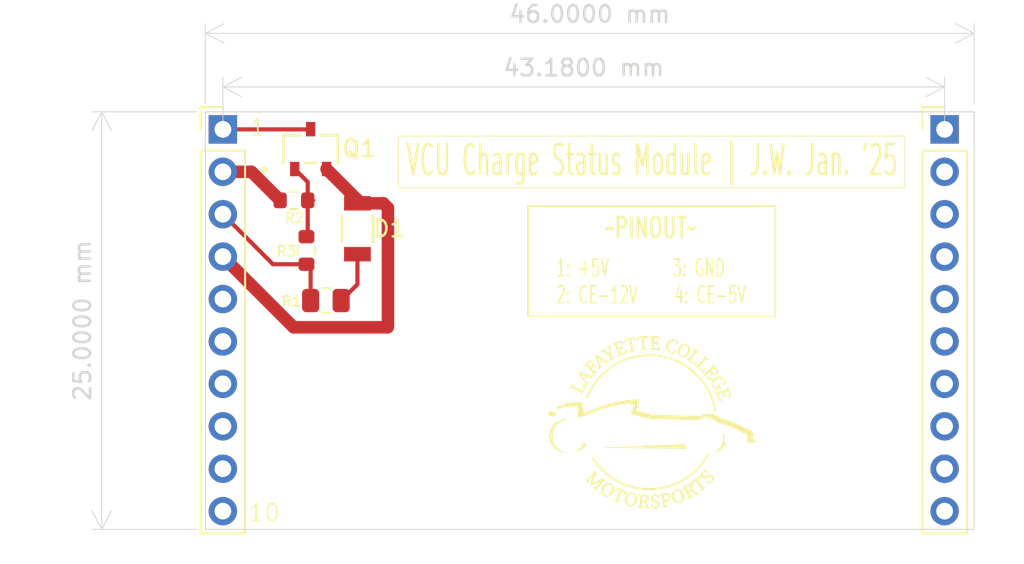
<source format=kicad_pcb>
(kicad_pcb (version 20240108) (generator "pcbnew") (generator_version "8.0")
  (layers (0 "F.Cu" signal) (31 "B.Cu" signal) (34 "B.Paste" user) (35 "F.Paste" user) (36 "B.SilkS" user "B.Silkscreen") (37 "F.SilkS" user "F.Silkscreen") (38 "B.Mask" user) (39 "F.Mask" user) (44 "Edge.Cuts" user))
  (net 0 "")
  (net 7 "5v+")
  (net 8 "Net-(D1-A)")
  (net 9 "Net-(D1-K)")
  (net 10 "From-Safety-Loop-2")
  (net 11 "Net-(J1-Pad3)")
  (net 12 "Net-(Q1-D)")
  (net 13 "Net-(J1-Pad2)")
  (net 14 "Net-(Q1-G)")
  (footprint "Connector_PinHeader_2.54mm:PinHeader_1x10_P2.54mm_Vertical" (layer "F.Cu") (at 50.8 25.4)
    (property "Reference" "J1" (hide yes))
    (property "Value" "PH1-10-UA")
  )
  (footprint "Resistor_SMD:R_0603_1608Metric" (layer "F.Cu") (at 55.05 29.65)
    (property "Reference" "R2" (hide yes))
    (property "Value" "10k")
  )
  (footprint "LED:LED_AP3216SYD_KNB" (layer "F.Cu") (at 58.85 31.35 90)
    (property "Reference" "D1")
    (property "Value" "LED (Test)")
  )
  (footprint "Resistor_SMD:R_0805_2012Metric" (layer "F.Cu") (at 56.9625 35.65)
    (property "Reference" "R1" (hide yes))
    (property "Value" "150R")
  )
  (footprint "SOC:SOT23_INF" (layer "F.Cu") (at 56.05 26.58)
    (property "Reference" "Q1")
    (property "Value" "AON6411")
  )
  (footprint "Connector_PinHeader_2.54mm:PinHeader_1x10_P2.54mm_Vertical" (layer "F.Cu") (at 93.98 25.4)
    (property "Reference" "J1" (hide yes))
    (property "Value" "PH1-10-UA")
  )
  (footprint "Resistor_SMD:R_0603_1608Metric" (layer "F.Cu") (at 55.8 32.65 90)
    (property "Reference" "R3" (hide yes))
    (property "Value" "10k")
  )
  (gr_poly (pts (xy 78.687818 46.623327) (xy 78.670026 46.625448) (xy 78.652253 46.62882) (xy 78.634534 46.633342) (xy 78.616901 46.638916) (xy 78.599389 46.645442) (xy 78.582032 46.652821) (xy 78.564864 46.660954) (xy 78.521391 46.68336) (xy 78.478482 46.707059) (xy 78.436047 46.732032) (xy 78.393997 46.758256) (xy 78.352241 46.785711) (xy 78.310691 46.814376) (xy 78.269257 46.844229) (xy 78.227849 46.87525) (xy 78.246438 46.87528) (xy 78.263986 46.876302) (xy 78.280535 46.878274) (xy 78.296126 46.881151) (xy 78.3108 46.884892) (xy 78.3246 46.889451) (xy 78.337567 46.894786) (xy 78.349743 46.900854) (xy 78.36117 46.90761) (xy 78.371889 46.915012) (xy 78.381942 46.923017) (xy 78.391371 46.93158) (xy 78.400217 46.940659) (xy 78.408522 46.95021) (xy 78.416328 46.96019) (xy 78.423677 46.970555) (xy 78.43061 46.981262) (xy 78.437169 46.992268) (xy 78.449332 47.015002) (xy 78.460499 47.038411) (xy 78.471004 47.062146) (xy 78.491363 47.109209) (xy 78.501884 47.131844) (xy 78.513077 47.153417) (xy 78.519187 47.163872) (xy 78.525787 47.174246) (xy 78.540185 47.194816) (xy 78.555725 47.21527) (xy 78.571865 47.235751) (xy 78.588059 47.256401) (xy 78.603762 47.277363) (xy 78.618431 47.298781) (xy 78.625207 47.309705) (xy 78.631521 47.320796) (xy 78.637303 47.332072) (xy 78.642486 47.343551) (xy 78.647002 47.355251) (xy 78.650783 47.367189) (xy 78.653761 47.379384) (xy 78.655868 47.391853) (xy 78.657035 47.404614) (xy 78.657195 47.417685) (xy 78.656279 47.431084) (xy 78.65422 47.444828) (xy 78.650949 47.458936) (xy 78.646399 47.473424) (xy 78.640501 47.488313) (xy 78.633187 47.503618) (xy 78.624389 47.519357) (xy 78.614039 47.53555) (xy 78.638032 47.530427) (xy 78.661254 47.52445) (xy 78.683748 47.51763) (xy 78.705558 47.509981) (xy 78.726728 47.501513) (xy 78.747299 47.492239) (xy 78.767315 47.48217) (xy 78.78682 47.47132) (xy 78.805856 47.459698) (xy 78.824467 47.447319) (xy 78.842696 47.434192) (xy 78.860585 47.420331) (xy 78.878178 47.405748) (xy 78.895519 47.390454) (xy 78.912649 47.374461) (xy 78.929613 47.357782) (xy 78.914022 47.358403) (xy 78.899257 47.358206) (xy 78.885284 47.357224) (xy 78.872069 47.355489) (xy 78.85958 47.353034) (xy 78.847782 47.349889) (xy 78.836642 47.346089) (xy 78.826126 47.341664) (xy 78.8162 47.336648) (xy 78.806831 47.331073) (xy 78.797986 47.32497) (xy 78.78963 47.318372) (xy 78.781729 47.311312) (xy 78.774251 47.303822) (xy 78.767162 47.295933) (xy 78.760427 47.287679) (xy 78.754014 47.279091) (xy 78.747888 47.270202) (xy 78.736366 47.251649) (xy 78.72559 47.232279) (xy 78.715291 47.212349) (xy 78.695051 47.171844) (xy 78.684571 47.151786) (xy 78.673492 47.1322) (xy 78.687318 47.118822) (xy 78.694201 47.11275) (xy 78.701067 47.107092) (xy 78.707916 47.101848) (xy 78.714749 47.097022) (xy 78.721569 47.092613) (xy 78.728375 47.088624) (xy 78.73517 47.085056) (xy 78.741955 47.081911) (xy 78.74873 47.07919) (xy 78.755498 47.076895) (xy 78.762259 47.075027) (xy 78.769014 47.073587) (xy 78.775766 47.072578) (xy 78.782514 47.072001) (xy 78.789261 47.071857) (xy 78.796008 47.072148) (xy 78.802755 47.072875) (xy 78.809505 47.07404) (xy 78.816258 47.075644) (xy 78.823015 47.07769) (xy 78.829779 47.080177) (xy 78.836549 47.083109) (xy 78.843328 47.086486) (xy 78.850117 47.09031) (xy 78.856916 47.094583) (xy 78.863728 47.099305) (xy 78.870553 47.104479) (xy 78.877393 47.110106) (xy 78.884248 47.116188) (xy 78.891121 47.122726) (xy 78.9069 47.138471) (xy 78.922514 47.154396) (xy 78.953584 47.186409) (xy 78.96921 47.202309) (xy 78.98501 47.218014) (xy 79.001068 47.23343) (xy 79.01747 47.248463) (xy 79.024365 47.254344) (xy 79.031215 47.259656) (xy 79.038021 47.264412) (xy 79.044781 47.268626) (xy 79.051497 47.272313) (xy 79.058168 47.275486) (xy 79.064794 47.278159) (xy 79.071374 47.280347) (xy 79.07791 47.282063) (xy 79.0844 47.283322) (xy 79.090846 47.284137) (xy 79.097246 47.284523) (xy 79.103601 47.284494) (xy 79.109911 47.284063) (xy 79.116176 47.283245) (xy 79.122395 47.282053) (xy 79.128569 47.280502) (xy 79.134698 47.278606) (xy 79.140781 47.276379) (xy 79.146819 47.273835) (xy 79.158759 47.26785) (xy 79.170516 47.260766) (xy 79.182092 47.252693) (xy 79.193485 47.243744) (xy 79.204696 47.234032) (xy 79.215723 47.223668) (xy 79.218284 47.221081) (xy 79.220662 47.218485) (xy 79.222852 47.215885) (xy 79.224852 47.213284) (xy 79.226657 47.210684) (xy 79.228263 47.20809) (xy 79.229667 47.205503) (xy 79.230865 47.202928) (xy 79.231852 47.200368) (xy 79.232626 47.197826) (xy 79.233181 47.195304) (xy 79.233515 47.192808) (xy 79.233624 47.190338) (xy 79.233503 47.1879) (xy 79.23315 47.185495) (xy 79.232559 47.183128) (xy 79.231728 47.180802) (xy 79.230652 47.178519) (xy 79.229327 47.176282) (xy 79.22775 47.174096) (xy 79.225918 47.171964) (xy 79.223825 47.169888) (xy 79.221468 47.167872) (xy 79.218844 47.165918) (xy 79.215948 47.164031) (xy 79.212777 47.162214) (xy 79.209327 47.160469) (xy 79.205594 47.1588) (xy 79.201574 47.157211) (xy 79.197264 47.155703) (xy 79.192659 47.154282) (xy 79.187756 47.152949) (xy 79.174815 47.151824) (xy 79.162415 47.149899) (xy 79.150524 47.147226) (xy 79.139109 47.143859) (xy 79.12814 47.13985) (xy 79.117582 47.135254) (xy 79.107405 47.130122) (xy 79.097576 47.124508) (xy 79.088063 47.118466) (xy 79.078833 47.112048) (xy 79.061097 47.098297) (xy 79.04411 47.083681) (xy 79.027614 47.068625) (xy 78.995068 47.038889) (xy 78.978504 47.025061) (xy 78.970036 47.018592) (xy 78.961401 47.012491) (xy 78.952568 47.006811) (xy 78.943504 47.001605) (xy 78.934177 46.996926) (xy 78.924554 46.992828) (xy 78.914605 46.989363) (xy 78.904295 46.986585) (xy 78.893594 46.984546) (xy 78.882469 46.983301) (xy 78.881621 46.979837) (xy 78.880765 46.976601) (xy 78.879079 46.970771) (xy 78.87617 46.961402) (xy 78.875151 46.957706) (xy 78.874795 46.956072) (xy 78.874558 46.954565) (xy 78.874453 46.953178) (xy 78.874492 46.9519) (xy 78.874689 46.950721) (xy 78.875056 46.949632) (xy 78.882665 46.931403) (xy 78.889511 46.913242) (xy 78.895484 46.895169) (xy 78.900473 46.877203) (xy 78.900762 46.875879) (xy 78.776191 46.875879) (xy 78.776085 46.88316) (xy 78.775637 46.890245) (xy 78.774856 46.897138) (xy 78.77375 46.903841) (xy 78.772329 46.910358) (xy 78.770601 46.916693) (xy 78.768576 46.922849) (xy 78.766264 46.928829) (xy 78.763672 46.934637) (xy 78.76081 46.940276) (xy 78.757688 46.945749) (xy 78.754314 46.95106) (xy 78.750697 46.956211) (xy 78.746847 46.961208) (xy 78.742773 46.966052) (xy 78.733987 46.975298) (xy 78.724413 46.983975) (xy 78.714123 46.992111) (xy 78.70319 46.999733) (xy 78.691687 47.006868) (xy 78.679687 47.013542) (xy 78.667262 47.019782) (xy 78.660527 47.022776) (xy 78.654153 47.025156) (xy 78.648125 47.026948) (xy 78.642429 47.028179) (xy 78.63705 47.028876) (xy 78.631975 47.029064) (xy 78.627188 47.028772) (xy 78.622675 47.028024) (xy 78.618422 47.026848) (xy 78.614414 47.02527) (xy 78.610638 47.023317) (xy 78.607078 47.021015) (xy 78.60372 47.01839) (xy 78.60055 47.01547) (xy 78.597554 47.012281) (xy 78.594716 47.008849) (xy 78.592023 47.0052) (xy 78.589461 47.001362) (xy 78.584669 46.993223) (xy 78.580225 46.984644) (xy 78.576014 46.975837) (xy 78.567831 46.958386) (xy 78.563628 46.950167) (xy 78.559197 46.942568) (xy 78.539697 46.912949) (xy 78.534822 46.905337) (xy 78.530062 46.897558) (xy 78.525472 46.889571) (xy 78.521111 46.881333) (xy 78.517035 46.872802) (xy 78.5133 46.863936) (xy 78.509964 46.854694) (xy 78.507085 46.845033) (xy 78.505834 46.840032) (xy 78.504718 46.834911) (xy 78.503744 46.829665) (xy 78.502921 46.824287) (xy 78.502253 46.818773) (xy 78.50175 46.813118) (xy 78.501417 46.807316) (xy 78.501263 46.801363) (xy 78.508866 46.79371) (xy 78.516661 46.786425) (xy 78.524651 46.779528) (xy 78.53284 46.773041) (xy 78.541232 46.766986) (xy 78.54983 46.761383) (xy 78.558638 46.756253) (xy 78.56766 46.751619) (xy 78.576899 46.747501) (xy 78.58636 46.74392) (xy 78.596045 46.740898) (xy 78.605959 46.738457) (xy 78.616105 46.736616) (xy 78.626487 46.735399) (xy 78.637109 46.734825) (xy 78.647974 46.734917) (xy 78.654824 46.735308) (xy 78.661485 46.735933) (xy 78.667958 46.736791) (xy 78.674243 46.737879) (xy 78.68034 46.739195) (xy 78.686249 46.740737) (xy 78.691969 46.742502) (xy 78.697502 46.744489) (xy 78.702848 46.746695) (xy 78.708006 46.749118) (xy 78.712977 46.751756) (xy 78.717761 46.754606) (xy 78.722357 46.757667) (xy 78.726767 46.760935) (xy 78.730991 46.76441) (xy 78.735027 46.768088) (xy 78.738877 46.771968) (xy 78.742541 46.776046) (xy 78.746019 46.780322) (xy 78.749311 46.784793) (xy 78.752417 46.789456) (xy 78.755338 46.794309) (xy 78.758072 46.799351) (xy 78.760622 46.804579) (xy 78.762986 46.80999) (xy 78.765165 46.815583) (xy 78.768968 46.827304) (xy 78.772033 46.839725) (xy 78.77436 46.852828) (xy 78.775337 46.860716) (xy 78.775944 46.868399) (xy 78.776191 46.875879) (xy 78.900762 46.875879) (xy 78.904367 46.859363) (xy 78.907055 46.841668) (xy 78.908426 46.824136) (xy 78.908371 46.806788) (xy 78.907773 46.798188) (xy 78.906777 46.789641) (xy 78.905368 46.781149) (xy 78.903533 46.772714) (xy 78.901259 46.764339) (xy 78.89853 46.756027) (xy 78.895334 46.747779) (xy 78.891656 46.739599) (xy 78.887483 46.731488) (xy 78.882801 46.723448) (xy 78.877595 46.715483) (xy 78.871852 46.707594) (xy 78.865559 46.699784) (xy 78.858701 46.692055) (xy 78.851264 46.68441) (xy 78.843235 46.676851) (xy 78.835051 46.66978) (xy 78.826791 46.663258) (xy 78.818461 46.657272) (xy 78.810063 46.651808) (xy 78.801602 46.646856) (xy 78.793082 46.642402) (xy 78.784509 46.638435) (xy 78.775885 46.634941) (xy 78.767215 46.631908) (xy 78.758504 46.629324) (xy 78.749755 46.627177) (xy 78.740972 46.625454) (xy 78.732161 46.624143) (xy 78.723325 46.623231) (xy 78.714469 46.622705) (xy 78.705596 46.622555)) (fill solid) (layer "F.SilkS"))
  (gr_poly (pts (xy 72.394996 44.175481) (xy 72.389964 44.17615) (xy 72.38499 44.177352) (xy 72.380079 44.179124) (xy 72.375234 44.181504) (xy 72.370457 44.184526) (xy 72.365753 44.188229) (xy 72.361125 44.19265) (xy 72.356576 44.197824) (xy 72.35211 44.203789) (xy 72.34773 44.210582) (xy 72.343439 44.21824) (xy 72.339241 44.226798) (xy 72.33514 44.236295) (xy 72.328166 44.252795) (xy 72.320754 44.269051) (xy 72.312909 44.28508) (xy 72.304638 44.300897) (xy 72.295949 44.316518) (xy 72.286847 44.331959) (xy 72.277339 44.347235) (xy 72.267431 44.362364) (xy 72.257131 44.37736) (xy 72.246444 44.392239) (xy 72.235378 44.407018) (xy 72.223938 44.421712) (xy 72.199966 44.450909) (xy 72.17458 44.479959) (xy 72.158796 44.496505) (xy 72.142527 44.512139) (xy 72.125772 44.526955) (xy 72.108532 44.541046) (xy 72.090806 44.554507) (xy 72.072595 44.567433) (xy 72.053899 44.579916) (xy 72.034718 44.592052) (xy 72.015052 44.603934) (xy 71.994901 44.615656) (xy 71.953147 44.639) (xy 71.863829 44.687917) (xy 71.889135 44.689979) (xy 71.913401 44.690633) (xy 71.936695 44.689988) (xy 71.959084 44.688153) (xy 71.980637 44.685234) (xy 72.001419 44.681342) (xy 72.021498 44.676583) (xy 72.040942 44.671066) (xy 72.059817 44.664899) (xy 72.078192 44.658191) (xy 72.113707 44.643581) (xy 72.181686 44.612619) (xy 72.206682 44.600917) (xy 72.231288 44.588636) (xy 72.255486 44.575757) (xy 72.279255 44.562262) (xy 72.302575 44.548129) (xy 72.325426 44.533341) (xy 72.347788 44.517876) (xy 72.369641 44.501717) (xy 72.390965 44.484843) (xy 72.41174 44.467234) (xy 72.431945 44.448872) (xy 72.451561 44.429736) (xy 72.470567 44.409808) (xy 72.488944 44.389068) (xy 72.506671 44.367496) (xy 72.523729 44.345073) (xy 72.531086 44.334571) (xy 72.537504 44.324416) (xy 72.542925 44.314601) (xy 72.545245 44.309819) (xy 72.547295 44.30512) (xy 72.549067 44.300503) (xy 72.550556 44.295966) (xy 72.551753 44.291511) (xy 72.552653 44.287134) (xy 72.553247 44.282837) (xy 72.553529 44.278617) (xy 72.553491 44.274475) (xy 72.553128 44.270409) (xy 72.552431 44.266419) (xy 72.551394 44.262503) (xy 72.550009 44.258662) (xy 72.548271 44.254894) (xy 72.546171 44.251199) (xy 72.543702 44.247575) (xy 72.540859 44.244022) (xy 72.537632 44.240539) (xy 72.534017 44.237126) (xy 72.530005 44.233781) (xy 72.525589 44.230504) (xy 72.520763 44.227294) (xy 72.51552 44.22415) (xy 72.509852 44.221072) (xy 72.503753 44.218059) (xy 72.497214 44.215109) (xy 72.486212 44.210009) (xy 72.475198 44.204391) (xy 72.453246 44.192781) (xy 72.442363 44.187377) (xy 72.431577 44.182633) (xy 72.42623 44.180601) (xy 72.420917 44.178844) (xy 72.415643 44.177399) (xy 72.41041 44.176304) (xy 72.405222 44.175594) (xy 72.400083 44.175308)) (fill solid) (layer "F.SilkS"))
  (gr_poly (pts (xy 75.226375 47.13744) (xy 75.207724 47.13933) (xy 75.189339 47.142067) (xy 75.171236 47.145635) (xy 75.153432 47.150015) (xy 75.135946 47.15519) (xy 75.118794 47.161142) (xy 75.101993 47.167853) (xy 75.08556 47.175304) (xy 75.069514 47.18348) (xy 75.05387 47.192361) (xy 75.038647 47.201929) (xy 75.023861 47.212168) (xy 75.00953 47.223059) (xy 74.99567 47.234584) (xy 74.9823 47.246726) (xy 74.969436 47.259467) (xy 74.957096 47.272788) (xy 74.945296 47.286673) (xy 74.934054 47.301103) (xy 74.923387 47.316061) (xy 74.913313 47.331529) (xy 74.903848 47.347489) (xy 74.89501 47.363922) (xy 74.886816 47.380812) (xy 74.879283 47.398141) (xy 74.872429 47.415891) (xy 74.866271 47.434043) (xy 74.860825 47.452581) (xy 74.856109 47.471486) (xy 74.852141 47.490741) (xy 74.848937 47.510327) (xy 74.846515 47.530227) (xy 74.84384 47.570797) (xy 74.844056 47.610291) (xy 74.847079 47.648565) (xy 74.852825 47.685477) (xy 74.861211 47.720884) (xy 74.872153 47.754642) (xy 74.885568 47.78661) (xy 74.901372 47.816644) (xy 74.919481 47.844601) (xy 74.939812 47.870339) (xy 74.950785 47.882331) (xy 74.962282 47.893714) (xy 74.974293 47.904471) (xy 74.986807 47.914584) (xy 74.999814 47.924034) (xy 75.013303 47.932805) (xy 75.027264 47.940878) (xy 75.041686 47.948236) (xy 75.05656 47.95486) (xy 75.071874 47.960732) (xy 75.087619 47.965835) (xy 75.103783 47.970152) (xy 75.123173 47.974379) (xy 75.142315 47.977727) (xy 75.161203 47.980197) (xy 75.179833 47.98179) (xy 75.198198 47.982508) (xy 75.216293 47.982353) (xy 75.234113 47.981328) (xy 75.251652 47.979433) (xy 75.268904 47.976671) (xy 75.285864 47.973042) (xy 75.302527 47.96855) (xy 75.318887 47.963196) (xy 75.334938 47.956982) (xy 75.350675 47.949909) (xy 75.366093 47.941979) (xy 75.381185 47.933194) (xy 75.395947 47.923556) (xy 75.410373 47.913067) (xy 75.424457 47.901728) (xy 75.438194 47.889541) (xy 75.451579 47.876508) (xy 75.464605 47.862631) (xy 75.477268 47.847912) (xy 75.489561 47.832352) (xy 75.50148 47.815953) (xy 75.513018 47.798717) (xy 75.524171 47.780645) (xy 75.534933 47.761741) (xy 75.55526 47.721438) (xy 75.573956 47.677823) (xy 75.578856 47.661709) (xy 75.583255 47.64577) (xy 75.587151 47.629993) (xy 75.590537 47.614366) (xy 75.59341 47.598877) (xy 75.595764 47.583514) (xy 75.597594 47.568265) (xy 75.598897 47.553117) (xy 75.599666 47.538059) (xy 75.599898 47.523078) (xy 75.599587 47.508163) (xy 75.598729 47.493302) (xy 75.598383 47.489669) (xy 75.446444 47.489669) (xy 75.445884 47.521179) (xy 75.44325 47.552325) (xy 75.438571 47.583114) (xy 75.431875 47.613553) (xy 75.423189 47.643646) (xy 75.412543 47.673402) (xy 75.399964 47.702825) (xy 75.385481 47.731923) (xy 75.369122 47.760701) (xy 75.350915 47.789167) (xy 75.330889 47.817326) (xy 75.326274 47.823298) (xy 75.321559 47.829002) (xy 75.316743 47.834439) (xy 75.31183 47.839612) (xy 75.30682 47.844522) (xy 75.301716 47.849172) (xy 75.296519 47.853563) (xy 75.291231 47.857698) (xy 75.285854 47.861578) (xy 75.280389 47.865205) (xy 75.274839 47.868581) (xy 75.269205 47.871709) (xy 75.26349 47.874589) (xy 75.257693 47.877225) (xy 75.251818 47.879618) (xy 75.245867 47.88177) (xy 75.23984 47.883683) (xy 75.23374 47.885359) (xy 75.227569 47.8868) (xy 75.221328 47.888008) (xy 75.215019 47.888984) (xy 75.208644 47.889731) (xy 75.195702 47.890546) (xy 75.182517 47.890467) (xy 75.169102 47.889511) (xy 75.155473 47.887692) (xy 75.141642 47.885027) (xy 75.127661 47.881431) (xy 75.12092 47.879316) (xy 75.114349 47.876993) (xy 75.107948 47.874464) (xy 75.101719 47.871732) (xy 75.095663 47.868799) (xy 75.089783 47.865669) (xy 75.084079 47.862342) (xy 75.078553 47.858823) (xy 75.073206 47.855114) (xy 75.068041 47.851216) (xy 75.063059 47.847134) (xy 75.058261 47.842868) (xy 75.053648 47.838422) (xy 75.049223 47.833797) (xy 75.044987 47.828998) (xy 75.040941 47.824026) (xy 75.037087 47.818883) (xy 75.033426 47.813573) (xy 75.029961 47.808098) (xy 75.026692 47.802459) (xy 75.023621 47.796661) (xy 75.02075 47.790704) (xy 75.015612 47.778329) (xy 75.011291 47.765353) (xy 75.007799 47.751796) (xy 75.005148 47.737679) (xy 75.00162 47.712145) (xy 74.998975 47.68672) (xy 74.997248 47.661417) (xy 74.996474 47.636248) (xy 74.996688 47.611226) (xy 74.997926 47.586364) (xy 75.000224 47.561673) (xy 75.003616 47.537166) (xy 75.008137 47.512856) (xy 75.013823 47.488754) (xy 75.020709 47.464875) (xy 75.028831 47.441229) (xy 75.038223 47.417829) (xy 75.048922 47.394688) (xy 75.060961 47.371818) (xy 75.074377 47.349231) (xy 75.082696 47.336543) (xy 75.091225 47.324594) (xy 75.099958 47.313386) (xy 75.10889 47.302924) (xy 75.118015 47.29321) (xy 75.127327 47.284248) (xy 75.136821 47.276041) (xy 75.146492 47.268594) (xy 75.156334 47.261909) (xy 75.166341 47.255989) (xy 75.176507 47.250839) (xy 75.186829 47.246461) (xy 75.197299 47.24286) (xy 75.207912 47.240038) (xy 75.218663 47.237999) (xy 75.229546 47.236746) (xy 75.240556 47.236283) (xy 75.251688 47.236613) (xy 75.262934 47.23774) (xy 75.274291 47.239667) (xy 75.285753 47.242397) (xy 75.297313 47.245935) (xy 75.308967 47.250282) (xy 75.320709 47.255444) (xy 75.332533 47.261423) (xy 75.344434 47.268222) (xy 75.356407 47.275846) (xy 75.368445 47.284297) (xy 75.380544 47.293579) (xy 75.392698 47.303695) (xy 75.404901 47.314649) (xy 75.417147 47.326445) (xy 75.42738 47.359867) (xy 75.435398 47.392895) (xy 75.441229 47.425533) (xy 75.444901 47.457789) (xy 75.446444 47.489669) (xy 75.598383 47.489669) (xy 75.597318 47.478481) (xy 75.595351 47.463691) (xy 75.592822 47.448917) (xy 75.589727 47.434149) (xy 75.585483 47.417229) (xy 75.580582 47.400646) (xy 75.575045 47.384417) (xy 75.568891 47.368557) (xy 75.56214 47.353081) (xy 75.554811 47.338004) (xy 75.546925 47.323344) (xy 75.538502 47.309114) (xy 75.52956 47.295331) (xy 75.52012 47.28201) (xy 75.510201 47.269167) (xy 75.499824 47.256817) (xy 75.489007 47.244977) (xy 75.477772 47.23366) (xy 75.466137 47.222884) (xy 75.454122 47.212664) (xy 75.441748 47.203015) (xy 75.429033 47.193953) (xy 75.415998 47.185494) (xy 75.402662 47.177653) (xy 75.389045 47.170445) (xy 75.375167 47.163886) (xy 75.361048 47.157993) (xy 75.346707 47.15278) (xy 75.332165 47.148262) (xy 75.31744 47.144457) (xy 75.302553 47.141379) (xy 75.287523 47.139043) (xy 75.272371 47.137466) (xy 75.257116 47.136662) (xy 75.241777 47.136649)) (fill solid) (layer "F.SilkS"))
  (gr_poly (pts (xy 75.424555 37.846884) (xy 75.417773 37.847544) (xy 75.410531 37.848734) (xy 75.343694 37.86228) (xy 75.277017 37.876646) (xy 75.144024 37.907225) (xy 74.878689 37.971494) (xy 74.872627 37.973128) (xy 74.866751 37.975078) (xy 74.861098 37.97735) (xy 74.855708 37.97995) (xy 74.85062 37.982886) (xy 74.848201 37.984481) (xy 74.845872 37.986162) (xy 74.843638 37.987931) (xy 74.841504 37.989787) (xy 74.839475 37.991732) (xy 74.837555 37.993766) (xy 74.835749 37.995891) (xy 74.834063 37.998106) (xy 74.832501 38.000414) (xy 74.831068 38.002814) (xy 74.829769 38.005307) (xy 74.828608 38.007895) (xy 74.827592 38.010578) (xy 74.826724 38.013357) (xy 74.826009 38.016232) (xy 74.825452 38.019205) (xy 74.825059 38.022277) (xy 74.824834 38.025447) (xy 74.824781 38.028718) (xy 74.824907 38.032089) (xy 74.825215 38.035562) (xy 74.82571 38.039137) (xy 74.827195 38.049316) (xy 74.828427 38.059658) (xy 74.830498 38.080637) (xy 74.832666 38.101687) (xy 74.834018 38.112116) (xy 74.835672 38.122418) (xy 74.837721 38.132543) (xy 74.840256 38.142443) (xy 74.843372 38.152069) (xy 74.847161 38.161373) (xy 74.851714 38.170306) (xy 74.854307 38.174619) (xy 74.857125 38.17882) (xy 74.860182 38.182905) (xy 74.863487 38.186867) (xy 74.867053 38.190699) (xy 74.870892 38.194397) (xy 74.873609 38.196688) (xy 74.876392 38.198678) (xy 74.879229 38.200375) (xy 74.882111 38.201786) (xy 74.885027 38.20292) (xy 74.887966 38.203786) (xy 74.890919 38.204391) (xy 74.893874 38.204744) (xy 74.896822 38.204854) (xy 74.899753 38.204728) (xy 74.902655 38.204374) (xy 74.905519 38.203802) (xy 74.908334 38.203019) (xy 74.91109 38.202033) (xy 74.913776 38.200853) (xy 74.916382 38.199487) (xy 74.918899 38.197944) (xy 74.921314 38.196231) (xy 74.923619 38.194357) (xy 74.925802 38.19233) (xy 74.927854 38.190158) (xy 74.929763 38.18785) (xy 74.931521 38.185415) (xy 74.933115 38.182859) (xy 74.934537 38.180192) (xy 74.935775 38.177421) (xy 74.936819 38.174556) (xy 74.937659 38.171603) (xy 74.938285 38.168573) (xy 74.938686 38.165472) (xy 74.938851 38.162309) (xy 74.938771 38.159093) (xy 74.938041 38.144725) (xy 74.937772 38.13084) (xy 74.938064 38.117506) (xy 74.939016 38.104792) (xy 74.940729 38.092767) (xy 74.943301 38.0815) (xy 74.94494 38.076171) (xy 74.946832 38.071058) (xy 74.948988 38.066169) (xy 74.951422 38.061512) (xy 74.954145 38.057096) (xy 74.95717 38.05293) (xy 74.96051 38.049022) (xy 74.964177 38.04538) (xy 74.968183 38.042014) (xy 74.972541 38.038931) (xy 74.977263 38.036141) (xy 74.982362 38.033652) (xy 74.98785 38.031473) (xy 74.99374 38.029612) (xy 75.000044 38.028077) (xy 75.006775 38.026879) (xy 75.013944 38.026024) (xy 75.021565 38.025522) (xy 75.02965 38.025381) (xy 75.038211 38.025609) (xy 75.046629 38.026272) (xy 75.054354 38.027416) (xy 75.061419 38.029017) (xy 75.067858 38.031052) (xy 75.073704 38.033498) (xy 75.07899 38.036333) (xy 75.083751 38.039532) (xy 75.088019 38.043072) (xy 75.091828 38.046932) (xy 75.095211 38.051087) (xy 75.098202 38.055514) (xy 75.100834 38.060191) (xy 75.10314 38.065093) (xy 75.105154 38.070199) (xy 75.10691 38.075485) (xy 75.10844 38.080927) (xy 75.110958 38.09219) (xy 75.112976 38.103802) (xy 75.116581 38.127335) (xy 75.118701 38.138887) (xy 75.119958 38.144528) (xy 75.121391 38.150048) (xy 75.123033 38.155424) (xy 75.124917 38.160634) (xy 75.127077 38.165653) (xy 75.129546 38.170459) (xy 75.130178 38.171705) (xy 75.130718 38.173019) (xy 75.131178 38.174409) (xy 75.131571 38.175883) (xy 75.13191 38.177451) (xy 75.132207 38.17912) (xy 75.132476 38.1809) (xy 75.132729 38.182799) (xy 75.13384 38.191751) (xy 75.134205 38.194372) (xy 75.134632 38.197163) (xy 75.135132 38.200132) (xy 75.135718 38.203288) (xy 75.16703 38.33266) (xy 75.196256 38.455006) (xy 75.207129 38.502606) (xy 75.211178 38.522261) (xy 75.214196 38.539632) (xy 75.216103 38.555081) (xy 75.216614 38.562196) (xy 75.216818 38.568966) (xy 75.216705 38.575436) (xy 75.216264 38.58165) (xy 75.215485 38.587653) (xy 75.214359 38.59349) (xy 75.212875 38.599207) (xy 75.211023 38.604849) (xy 75.208795 38.61046) (xy 75.206178 38.616085) (xy 75.203165 38.62177) (xy 75.199744 38.62756) (xy 75.19164 38.639634) (xy 75.181786 38.652666) (xy 75.170104 38.667016) (xy 75.140934 38.701116) (xy 75.147786 38.704552) (xy 75.155237 38.707571) (xy 75.163257 38.710177) (xy 75.171815 38.712374) (xy 75.190423 38.71556) (xy 75.210819 38.717164) (xy 75.232757 38.717224) (xy 75.255996 38.715776) (xy 75.28029 38.712854) (xy 75.305397 38.708495) (xy 75.331072 38.702736) (xy 75.357072 38.695612) (xy 75.383153 38.687159) (xy 75.409072 38.677413) (xy 75.434584 38.666411) (xy 75.459447 38.654187) (xy 75.483416 38.640779) (xy 75.506247 38.626223) (xy 75.486566 38.622875) (xy 75.468451 38.618653) (xy 75.451831 38.613597) (xy 75.436635 38.607746) (xy 75.422792 38.601141) (xy 75.410232 38.59382) (xy 75.398883 38.585824) (xy 75.388674 38.577192) (xy 75.379534 38.567964) (xy 75.371392 38.55818) (xy 75.364178 38.54788) (xy 75.35782 38.537103) (xy 75.352247 38.525889) (xy 75.347389 38.514278) (xy 75.343173 38.50231) (xy 75.339531 38.490025) (xy 75.336389 38.477461) (xy 75.333678 38.464659) (xy 75.329262 38.438501) (xy 75.322472 38.385075) (xy 75.318961 38.358445) (xy 75.314616 38.332293) (xy 75.311953 38.319496) (xy 75.308869 38.306938) (xy 75.305292 38.294659) (xy 75.301152 38.282699) (xy 75.296388 38.26955) (xy 75.291944 38.256279) (xy 75.2839 38.229414) (xy 75.276786 38.202196) (xy 75.270369 38.174718) (xy 75.246996 38.064083) (xy 75.245398 38.056415) (xy 75.244097 38.048845) (xy 75.243149 38.041399) (xy 75.24261 38.034099) (xy 75.242538 38.026972) (xy 75.242987 38.020042) (xy 75.243425 38.016658) (xy 75.244014 38.013333) (xy 75.244763 38.010069) (xy 75.245677 38.00687) (xy 75.246763 38.003739) (xy 75.24803 38.000678) (xy 75.249483 37.997691) (xy 75.25113 37.994781) (xy 75.252977 37.991952) (xy 75.255033 37.989205) (xy 75.257303 37.986544) (xy 75.259796 37.983973) (xy 75.262517 37.981494) (xy 75.265474 37.97911) (xy 75.268675 37.976825) (xy 75.272125 37.974642) (xy 75.275833 37.972563) (xy 75.279804 37.970592) (xy 75.284047 37.968732) (xy 75.288568 37.966985) (xy 75.304758 37.961376) (xy 75.312684 37.958949) (xy 75.320482 37.956891) (xy 75.328144 37.95529) (xy 75.335657 37.954233) (xy 75.343013 37.953809) (xy 75.346628 37.953861) (xy 75.3502 37.954105) (xy 75.353727 37.95455) (xy 75.357208 37.955209) (xy 75.360642 37.956091) (xy 75.364027 37.957208) (xy 75.367362 37.958572) (xy 75.370646 37.960192) (xy 75.373878 37.96208) (xy 75.377055 37.964247) (xy 75.380178 37.966704) (xy 75.383244 37.969462) (xy 75.386252 37.972531) (xy 75.389201 37.975923) (xy 75.39209 37.979649) (xy 75.394917 37.98372) (xy 75.397681 37.988147) (xy 75.400381 37.99294) (xy 75.415057 38.022247) (xy 75.419003 38.029542) (xy 75.423195 38.036529) (xy 75.427703 38.04306) (xy 75.430096 38.046109) (xy 75.432594 38.048988) (xy 75.435204 38.05168) (xy 75.437936 38.054166) (xy 75.440797 38.056427) (xy 75.443797 38.058445) (xy 75.446943 38.060201) (xy 75.450245 38.061678) (xy 75.453711 38.062856) (xy 75.457349 38.063718) (xy 75.461167 38.064244) (xy 75.465176 38.064416) (xy 75.469382 38.064216) (xy 75.473794 38.063626) (xy 75.478421 38.062627) (xy 75.483272 38.0612) (xy 75.488355 38.059327) (xy 75.493678 38.056989) (xy 75.497662 38.054941) (xy 75.501236 38.052768) (xy 75.504418 38.050475) (xy 75.507225 38.048071) (xy 75.509673 38.04556) (xy 75.511779 38.042951) (xy 75.51356 38.040248) (xy 75.515034 38.037459) (xy 75.516216 38.03459) (xy 75.517124 38.031647) (xy 75.517776 38.028638) (xy 75.518187 38.025567) (xy 75.518374 38.022443) (xy 75.518355 38.019271) (xy 75.518147 38.016058) (xy 75.517766 38.01281) (xy 75.517229 38.009534) (xy 75.516554 38.006236) (xy 75.514854 37.9996) (xy 75.512802 37.992954) (xy 75.510534 37.986351) (xy 75.505887 37.973476) (xy 75.503779 37.967309) (xy 75.501995 37.96139) (xy 75.499614 37.951781) (xy 75.497452 37.94167) (xy 75.493213 37.920671) (xy 75.490853 37.910144) (xy 75.488142 37.899838) (xy 75.484939 37.889935) (xy 75.481103 37.880615) (xy 75.478902 37.87623) (xy 75.476489 37.872059) (xy 75.473847 37.868124) (xy 75.470958 37.864448) (xy 75.467804 37.861053) (xy 75.464366 37.857962) (xy 75.460628 37.855198) (xy 75.456572 37.852782) (xy 75.45218 37.850738) (xy 75.447434 37.849089) (xy 75.442316 37.847856) (xy 75.436808 37.847063) (xy 75.430894 37.846731)) (fill solid) (layer "F.SilkS"))
  (gr_poly (pts (xy 80.755 43.650711) (xy 80.749682 43.651134) (xy 80.744723 43.651816) (xy 80.740113 43.652749) (xy 80.735843 43.653923) (xy 80.731901 43.65533) (xy 80.728279 43.656962) (xy 80.724964 43.658808) (xy 80.721949 43.660861) (xy 80.719221 43.663113) (xy 80.716771 43.665553) (xy 80.714589 43.668173) (xy 80.712664 43.670965) (xy 80.710986 43.67392) (xy 80.709545 43.677029) (xy 80.708331 43.680283) (xy 80.707334 43.683673) (xy 80.706543 43.687191) (xy 80.705948 43.690828) (xy 80.705538 43.694576) (xy 80.705305 43.698424) (xy 80.705323 43.706391) (xy 80.705921 43.714658) (xy 80.707017 43.723155) (xy 80.708529 43.731812) (xy 80.721104 43.810164) (xy 80.727886 43.885712) (xy 80.728951 43.958494) (xy 80.724376 44.02855) (xy 80.719997 44.062568) (xy 80.714236 44.095918) (xy 80.707102 44.128606) (xy 80.698606 44.160637) (xy 80.688757 44.192014) (xy 80.677563 44.222744) (xy 80.665036 44.252831) (xy 80.651183 44.282279) (xy 80.619541 44.33928) (xy 80.582712 44.393785) (xy 80.540774 44.445834) (xy 80.493801 44.495464) (xy 80.441869 44.542715) (xy 80.385055 44.587624) (xy 80.323433 44.630231) (xy 80.257081 44.670573) (xy 80.25651 44.670916) (xy 80.255953 44.671283) (xy 80.25541 44.671672) (xy 80.254879 44.672084) (xy 80.253852 44.672969) (xy 80.252868 44.673928) (xy 80.251921 44.674952) (xy 80.251006 44.676031) (xy 80.250118 44.677157) (xy 80.249252 44.67832) (xy 80.247564 44.680722) (xy 80.245901 44.683161) (xy 80.244221 44.685565) (xy 80.243361 44.686731) (xy 80.242482 44.68786) (xy 80.250865 44.69085) (xy 80.25934 44.693435) (xy 80.267927 44.695608) (xy 80.276645 44.697363) (xy 80.28551 44.698694) (xy 80.294543 44.699593) (xy 80.303761 44.700054) (xy 80.313182 44.70007) (xy 80.322825 44.699635) (xy 80.332709 44.698742) (xy 80.342852 44.697385) (xy 80.353272 44.695556) (xy 80.363988 44.693249) (xy 80.375018 44.690458) (xy 80.398093 44.683396) (xy 80.422646 44.674315) (xy 80.448823 44.663164) (xy 80.476772 44.649889) (xy 80.506639 44.634437) (xy 80.538572 44.616754) (xy 80.572719 44.596789) (xy 80.609226 44.574487) (xy 80.648241 44.549795) (xy 80.670671 44.531345) (xy 80.692259 44.512436) (xy 80.713071 44.493085) (xy 80.733173 44.473306) (xy 80.752629 44.453115) (xy 80.771505 44.432528) (xy 80.789867 44.411559) (xy 80.80778 44.390225) (xy 80.825309 44.368541) (xy 80.84252 44.346522) (xy 80.876249 44.301541) (xy 80.909489 44.255407) (xy 80.942765 44.208241) (xy 80.925581 44.201941) (xy 80.909804 44.195142) (xy 80.895378 44.187867) (xy 80.882242 44.180138) (xy 80.870339 44.171977) (xy 80.859609 44.163408) (xy 80.849995 44.154451) (xy 80.841438 44.145129) (xy 80.833879 44.135464) (xy 80.82726 44.125479) (xy 80.821521 44.115196) (xy 80.816605 44.104637) (xy 80.812453 44.093824) (xy 80.809006 44.08278) (xy 80.806206 44.071527) (xy 80.803993 44.060086) (xy 80.802311 44.048481) (xy 80.801099 44.036733) (xy 80.799854 44.012899) (xy 80.79979 43.988762) (xy 80.800438 43.9645) (xy 80.801996 43.91631) (xy 80.801969 43.892739) (xy 80.800779 43.869754) (xy 80.799039 43.842199) (xy 80.798145 43.814637) (xy 80.796718 43.759682) (xy 80.795097 43.732384) (xy 80.793822 43.718802) (xy 80.792146 43.705271) (xy 80.790001 43.691798) (xy 80.78732 43.678389) (xy 80.784035 43.66505) (xy 80.780076 43.651786) (xy 80.773217 43.651085) (xy 80.766758 43.650678) (xy 80.760689 43.650556)) (fill solid) (layer "F.SilkS"))
  (gr_poly (pts (xy 79.663865 45.79077) (xy 79.658468 45.791226) (xy 79.638805 45.794189) (xy 79.619982 45.798432) (xy 79.601979 45.803908) (xy 79.584775 45.810568) (xy 79.568351 45.818365) (xy 79.552685 45.827251) (xy 79.537758 45.837178) (xy 79.523548 45.8481) (xy 79.510036 45.859967) (xy 79.497201 45.872733) (xy 79.485023 45.88635) (xy 79.473481 45.900769) (xy 79.462554 45.915944) (xy 79.452223 45.931826) (xy 79.442467 45.948369) (xy 79.433266 45.965523) (xy 79.425267 45.98205) (xy 79.418226 45.998573) (xy 79.412197 46.015079) (xy 79.407234 46.03155) (xy 79.403392 46.047971) (xy 79.400724 46.064328) (xy 79.399284 46.080604) (xy 79.399127 46.096784) (xy 79.400307 46.112852) (xy 79.401416 46.12084) (xy 79.402878 46.128794) (xy 79.404703 46.136712) (xy 79.406895 46.144593) (xy 79.409462 46.152434) (xy 79.412411 46.160234) (xy 79.415748 46.167991) (xy 79.41948 46.175702) (xy 79.423615 46.183366) (xy 79.428158 46.19098) (xy 79.433116 46.198544) (xy 79.438497 46.206055) (xy 79.444307 46.21351) (xy 79.450552 46.220909) (xy 79.46301 46.234328) (xy 79.475903 46.246671) (xy 79.489222 46.257916) (xy 79.502958 46.268042) (xy 79.517103 46.277026) (xy 79.524327 46.281083) (xy 79.531649 46.284846) (xy 79.539069 46.288312) (xy 79.546587 46.291479) (xy 79.5542 46.294344) (xy 79.561908 46.296904) (xy 79.569709 46.299157) (xy 79.577603 46.301099) (xy 79.585589 46.302728) (xy 79.593665 46.304041) (xy 79.601831 46.305035) (xy 79.610085 46.305707) (xy 79.618426 46.306056) (xy 79.626854 46.306077) (xy 79.635366 46.305769) (xy 79.643963 46.305128) (xy 79.652643 46.304151) (xy 79.661405 46.302837) (xy 79.670247 46.301181) (xy 79.67917 46.299182) (xy 79.688171 46.296837) (xy 79.697249 46.294142) (xy 79.719747 46.286684) (xy 79.742059 46.278646) (xy 79.764237 46.270183) (xy 79.786331 46.261449) (xy 79.830464 46.24378) (xy 79.852605 46.235153) (xy 79.874862 46.22687) (xy 79.886649 46.222764) (xy 79.898459 46.219007) (xy 79.910254 46.215699) (xy 79.921997 46.21294) (xy 79.93365 46.210831) (xy 79.945175 46.209473) (xy 79.956535 46.208968) (xy 79.967692 46.209414) (xy 79.973183 46.210026) (xy 79.97861 46.210914) (xy 79.983966 46.21209) (xy 79.989249 46.213568) (xy 79.994453 46.215359) (xy 79.999574 46.217476) (xy 80.004606 46.219933) (xy 80.009545 46.22274) (xy 80.014387 46.225912) (xy 80.019127 46.22946) (xy 80.023759 46.233398) (xy 80.02828 46.237737) (xy 80.032685 46.242491) (xy 80.036969 46.247671) (xy 80.041126 46.253292) (xy 80.045154 46.259364) (xy 80.04869 46.265293) (xy 80.051839 46.271197) (xy 80.05461 46.277076) (xy 80.057013 46.282928) (xy 80.059057 46.288754) (xy 80.060752 46.294552) (xy 80.062108 46.300323) (xy 80.063135 46.306064) (xy 80.063842 46.311776) (xy 80.064238 46.317458) (xy 80.064334 46.323109) (xy 80.064139 46.328729) (xy 80.063663 46.334317) (xy 80.062916 46.339872) (xy 80.061906 46.345393) (xy 80.060645 46.35088) (xy 80.057404 46.36175) (xy 80.05327 46.372475) (xy 80.048321 46.38305) (xy 80.042634 46.39347) (xy 80.036287 46.40373) (xy 80.029357 46.413824) (xy 80.021921 46.423746) (xy 80.014056 46.433492) (xy 80.005867 46.4431) (xy 79.997574 46.4523) (xy 79.989149 46.460964) (xy 79.980565 46.468961) (xy 79.976205 46.472669) (xy 79.971794 46.476162) (xy 79.96733 46.479424) (xy 79.962808 46.482439) (xy 79.958225 46.48519) (xy 79.953579 46.487661) (xy 79.948864 46.489837) (xy 79.944079 46.4917) (xy 79.939218 46.493236) (xy 79.93428 46.494426) (xy 79.929259 46.495257) (xy 79.924154 46.495711) (xy 79.91896 46.495771) (xy 79.913674 46.495423) (xy 79.908292 46.49465) (xy 79.902811 46.493435) (xy 79.897227 46.491763) (xy 79.891537 46.489617) (xy 79.885738 46.486981) (xy 79.879826 46.48384) (xy 79.873797 46.480176) (xy 79.867648 46.475974) (xy 79.861376 46.471217) (xy 79.854976 46.46589) (xy 79.850314 46.462026) (xy 79.845501 46.458434) (xy 79.840551 46.455158) (xy 79.835477 46.452246) (xy 79.830292 46.449742) (xy 79.827662 46.448658) (xy 79.825009 46.447694) (xy 79.822334 46.446855) (xy 79.81964 46.446147) (xy 79.816927 46.445575) (xy 79.814198 46.445146) (xy 79.811454 46.444866) (xy 79.808697 46.44474) (xy 79.805928 46.444773) (xy 79.803149 46.444972) (xy 79.800362 46.445342) (xy 79.797568 46.44589) (xy 79.794769 46.44662) (xy 79.791966 46.447539) (xy 79.789161 46.448652) (xy 79.786356 46.449966) (xy 79.783552 46.451485) (xy 79.780751 46.453216) (xy 79.777954 46.455164) (xy 79.775163 46.457336) (xy 79.772381 46.459736) (xy 79.769607 46.462371) (xy 79.767448 46.464594) (xy 79.765418 46.466833) (xy 79.76352 46.469089) (xy 79.761752 46.47136) (xy 79.760116 46.473644) (xy 79.758611 46.475941) (xy 79.757239 46.478249) (xy 79.755999 46.480568) (xy 79.754892 46.482895) (xy 79.753918 46.485229) (xy 79.753077 46.48757) (xy 79.752371 46.489917) (xy 79.751799 46.492267) (xy 79.751361 46.49462) (xy 79.751059 46.496975) (xy 79.750892 46.49933) (xy 79.75086 46.501684) (xy 79.750965 46.504036) (xy 79.751206 46.506384) (xy 79.751585 46.508729) (xy 79.7521 46.511067) (xy 79.752753 46.513399) (xy 79.753544 46.515722) (xy 79.754473 46.518036) (xy 79.755541 46.52034) (xy 79.756748 46.522631) (xy 79.758094 46.52491) (xy 79.759581 46.527175) (xy 79.761207 46.529424) (xy 79.762974 46.531656) (xy 79.764882 46.533871) (xy 79.766931 46.536066) (xy 79.77382 46.543503) (xy 79.780576 46.551319) (xy 79.79397 46.567482) (xy 79.80075 46.575526) (xy 79.80768 46.583344) (xy 79.814831 46.590785) (xy 79.822274 46.597696) (xy 79.826127 46.600906) (xy 79.83008 46.603927) (xy 79.834141 46.606741) (xy 79.83832 46.609327) (xy 79.842624 46.611668) (xy 79.847064 46.613744) (xy 79.851648 46.615537) (xy 79.856385 46.617027) (xy 79.861283 46.618196) (xy 79.866352 46.619024) (xy 79.871601 46.619494) (xy 79.877038 46.619585) (xy 79.882672 46.61928) (xy 79.888512 46.618558) (xy 79.894567 46.617402) (xy 79.900845 46.615792) (xy 79.916425 46.610788) (xy 79.932162 46.604727) (xy 79.947982 46.597651) (xy 79.963815 46.589601) (xy 79.979585 46.580619) (xy 79.995221 46.570748) (xy 80.010649 46.560027) (xy 80.025797 46.5485) (xy 80.040591 46.536208) (xy 80.054959 46.523192) (xy 80.068827 46.509494) (xy 80.082123 46.495156) (xy 80.094774 46.48022) (xy 80.106707 46.464727) (xy 80.117849 46.448719) (xy 80.128126 46.432238) (xy 80.137467 46.415324) (xy 80.145798 46.398021) (xy 80.153045 46.380369) (xy 80.159137 46.362411) (xy 80.164 46.344187) (xy 80.167562 46.32574) (xy 80.169748 46.307112) (xy 80.170487 46.288343) (xy 80.169706 46.269476) (xy 80.167331 46.250552) (xy 80.163289 46.231614) (xy 80.157509 46.212702) (xy 80.149915 46.193858) (xy 80.140437 46.175125) (xy 80.129 46.156543) (xy 80.115533 46.138155) (xy 80.106498 46.129374) (xy 80.097425 46.121228) (xy 80.088314 46.113699) (xy 80.079166 46.106774) (xy 80.06998 46.100435) (xy 80.06076 46.094669) (xy 80.051504 46.089458) (xy 80.042214 46.084789) (xy 80.03289 46.080645) (xy 80.023534 46.077012) (xy 80.014147 46.073873) (xy 80.004728 46.071213) (xy 79.995279 46.069017) (xy 79.9858 46.067269) (xy 79.976293 46.065954) (xy 79.966758 46.065056) (xy 79.947608 46.064451) (xy 79.928355 46.065331) (xy 79.909007 46.067571) (xy 79.88957 46.071048) (xy 79.870049 46.075639) (xy 79.850452 46.08122) (xy 79.830784 46.087667) (xy 79.811051 46.094857) (xy 79.794484 46.101408) (xy 79.778047 46.108306) (xy 79.745382 46.122652) (xy 79.712686 46.136903) (xy 79.696211 46.143684) (xy 79.67959 46.15007) (xy 79.668031 46.153989) (xy 79.656622 46.157167) (xy 79.645383 46.159571) (xy 79.634332 46.161169) (xy 79.623487 46.161926) (xy 79.612867 46.161812) (xy 79.602488 46.160791) (xy 79.597396 46.15993) (xy 79.592371 46.158831) (xy 79.587416 46.157489) (xy 79.582533 46.155899) (xy 79.577725 46.154059) (xy 79.572993 46.151963) (xy 79.56834 46.149607) (xy 79.563768 46.146988) (xy 79.55928 46.144101) (xy 79.554877 46.140941) (xy 79.550563 46.137506) (xy 79.546339 46.133791) (xy 79.542208 46.129791) (xy 79.538171 46.125503) (xy 79.534232 46.120923) (xy 79.530393 46.116045) (xy 79.526655 46.110867) (xy 79.523021 46.105384) (xy 79.520127 46.100622) (xy 79.517504 46.095882) (xy 79.515148 46.091164) (xy 79.513053 46.086466) (xy 79.511214 46.08179) (xy 79.509626 46.077135) (xy 79.508285 46.072501) (xy 79.507185 46.067887) (xy 79.506321 46.063293) (xy 79.505688 46.05872) (xy 79.50528 46.054166) (xy 79.505094 46.049633) (xy 79.505124 46.045119) (xy 79.505365 46.040624) (xy 79.505811 46.036149) (xy 79.506459 46.031693) (xy 79.508336 46.022836) (xy 79.510955 46.014054) (xy 79.514276 46.005344) (xy 79.51826 45.996705) (xy 79.522864 45.988136) (xy 79.52805 45.979634) (xy 79.533777 45.971199) (xy 79.540004 45.962829) (xy 79.547571 45.953552) (xy 79.551397 45.949235) (xy 79.555253 45.945137) (xy 79.55914 45.941264) (xy 79.563061 45.937619) (xy 79.567017 45.934207) (xy 79.57101 45.931032) (xy 79.575041 45.928099) (xy 79.579113 45.925412) (xy 79.583226 45.922976) (xy 79.587382 45.920795) (xy 79.591584 45.918873) (xy 79.595832 45.917215) (xy 79.600128 45.915825) (xy 79.604474 45.914708) (xy 79.608872 45.913868) (xy 79.613324 45.91331) (xy 79.61783 45.913037) (xy 79.622393 45.913055) (xy 79.627014 45.913367) (xy 79.631695 45.913979) (xy 79.636438 45.914894) (xy 79.641244 45.916117) (xy 79.646114 45.917652) (xy 79.651052 45.919504) (xy 79.656057 45.921678) (xy 79.661133 45.924176) (xy 79.666279 45.927005) (xy 79.671499 45.930169) (xy 79.676794 45.933671) (xy 79.682165 45.937516) (xy 79.687398 45.941171) (xy 79.692703 45.944409) (xy 79.69807 45.947207) (xy 79.703486 45.949543) (xy 79.706209 45.950531) (xy 79.70894 45.951395) (xy 79.711677 45.952132) (xy 79.714419 45.95274) (xy 79.717166 45.953216) (xy 79.719914 45.953557) (xy 79.722663 45.95376) (xy 79.725411 45.953822) (xy 79.728156 45.953741) (xy 79.730898 45.953514) (xy 79.733635 45.953138) (xy 79.736365 45.95261) (xy 79.739087 45.951928) (xy 79.7418 45.951089) (xy 79.744501 45.950089) (xy 79.74719 45.948927) (xy 79.749864 45.947599) (xy 79.752524 45.946102) (xy 79.755166 45.944435) (xy 79.75779 45.942593) (xy 79.760394 45.940575) (xy 79.762977 45.938377) (xy 79.765537 45.935997) (xy 79.768072 45.933431) (xy 79.770755 45.93044) (xy 79.773213 45.927354) (xy 79.775431 45.924181) (xy 79.777395 45.920932) (xy 79.77909 45.917616) (xy 79.779833 45.915935) (xy 79.780502 45.914242) (xy 79.781097 45.912536) (xy 79.781615 45.91082) (xy 79.782056 45.909093) (xy 79.782416 45.907359) (xy 79.782694 45.905616) (xy 79.782888 45.903868) (xy 79.782997 45.902115) (xy 79.783018 45.900358) (xy 79.78295 45.898598) (xy 79.782791 45.896836) (xy 79.782539 45.895075) (xy 79.782192 45.893314) (xy 79.781749 45.891555) (xy 79.781207 45.8898) (xy 79.780564 45.888049) (xy 79.77982 45.886303) (xy 79.778971 45.884565) (xy 79.778017 45.882834) (xy 79.776954 45.881112) (xy 79.775783 45.879401) (xy 79.753081 45.847173) (xy 79.747123 45.83921) (xy 79.740962 45.831495) (xy 79.734555 45.824135) (xy 79.727857 45.817234) (xy 79.720824 45.810898) (xy 79.717168 45.807975) (xy 79.713411 45.805232) (xy 79.709548 45.802684) (xy 79.705574 45.800343) (xy 79.701482 45.798222) (xy 79.697268 45.796335) (xy 79.692925 45.794694) (xy 79.688449 45.793313) (xy 79.683833 45.792206) (xy 79.679072 45.791384) (xy 79.674161 45.790863) (xy 79.669094 45.790653)) (fill solid) (layer "F.SilkS"))
  (gr_poly (pts (xy 79.295343 46.136617) (xy 79.29084 46.136975) (xy 79.286288 46.13764) (xy 79.281687 46.138614) (xy 79.277034 46.139902) (xy 79.272329 46.141508) (xy 79.26757 46.143436) (xy 79.262756 46.145688) (xy 79.257886 46.148269) (xy 79.25296 46.151183) (xy 79.247974 46.154434) (xy 79.242929 46.158025) (xy 79.237823 46.161959) (xy 79.232655 46.166242) (xy 79.18026 46.209897) (xy 79.126894 46.252529) (xy 79.01894 46.337313) (xy 78.965195 46.38076) (xy 78.912168 46.425774) (xy 78.886055 46.449071) (xy 78.860279 46.473002) (xy 78.834894 46.497649) (xy 78.809951 46.523092) (xy 78.809555 46.527474) (xy 78.809329 46.531747) (xy 78.809269 46.535914) (xy 78.809366 46.539979) (xy 78.809616 46.543946) (xy 78.810012 46.547817) (xy 78.811216 46.555287) (xy 78.812928 46.562414) (xy 78.815099 46.569226) (xy 78.817679 46.575749) (xy 78.820616 46.582009) (xy 78.823862 46.588033) (xy 78.827365 46.593847) (xy 78.831077 46.599478) (xy 78.834946 46.604953) (xy 78.842956 46.615537) (xy 78.850997 46.625813) (xy 78.855489 46.632007) (xy 78.859874 46.63872) (xy 78.868588 46.653015) (xy 78.873048 46.660251) (xy 78.877666 46.667317) (xy 78.882506 46.674041) (xy 78.887636 46.680249) (xy 78.89033 46.683106) (xy 78.893122 46.68577) (xy 78.896018 46.688219) (xy 78.899028 46.690431) (xy 78.902161 46.692385) (xy 78.905423 46.69406) (xy 78.908823 46.695433) (xy 78.912371 46.696484) (xy 78.916073 46.69719) (xy 78.919938 46.697531) (xy 78.923975 46.697484) (xy 78.928191 46.697029) (xy 78.932595 46.696143) (xy 78.937196 46.694805) (xy 78.942001 46.692993) (xy 78.947019 46.690687) (xy 78.951896 46.688066) (xy 78.956293 46.685328) (xy 78.960227 46.682478) (xy 78.963717 46.679522) (xy 78.966778 46.676465) (xy 78.96943 46.673314) (xy 78.971689 46.670073) (xy 78.973572 46.66675) (xy 78.975097 46.66335) (xy 78.976282 46.659879) (xy 78.977144 46.656342) (xy 78.9777 46.652745) (xy 78.977969 46.649094) (xy 78.977966 46.645395) (xy 78.97771 46.641654) (xy 78.977218 46.637877) (xy 78.976508 46.634068) (xy 78.975597 46.630235) (xy 78.974502 46.626383) (xy 78.973241 46.622518) (xy 78.970291 46.614771) (xy 78.966885 46.607041) (xy 78.963164 46.599374) (xy 78.959267 46.591818) (xy 78.951502 46.57722) (xy 78.948909 46.572005) (xy 78.946724 46.56699) (xy 78.944932 46.562166) (xy 78.94352 46.557527) (xy 78.942473 46.553065) (xy 78.941774 46.548773) (xy 78.941411 46.544643) (xy 78.941369 46.540669) (xy 78.941631 46.536843) (xy 78.942185 46.533157) (xy 78.943014 46.529605) (xy 78.944105 46.52618) (xy 78.945443 46.522873) (xy 78.947013 46.519678) (xy 78.9488 46.516587) (xy 78.950789 46.513594) (xy 78.952967 46.510691) (xy 78.955317 46.50787) (xy 78.960479 46.502447) (xy 78.966156 46.497267) (xy 78.972232 46.492272) (xy 78.998163 46.472981) (xy 79.001576 46.470491) (xy 79.00495 46.468237) (xy 79.008285 46.466217) (xy 79.011582 46.464426) (xy 79.01484 46.46286) (xy 79.01806 46.461515) (xy 79.021244 46.460386) (xy 79.02439 46.459469) (xy 79.0275 46.458761) (xy 79.030574 46.458257) (xy 79.033613 46.457952) (xy 79.036617 46.457844) (xy 79.039586 46.457927) (xy 79.042521 46.458197) (xy 79.045422 46.458651) (xy 79.04829 46.459284) (xy 79.051126 46.460092) (xy 79.053928 46.46107) (xy 79.056699 46.462215) (xy 79.059439 46.463523) (xy 79.062147 46.464989) (xy 79.064825 46.466609) (xy 79.067473 46.468379) (xy 79.070091 46.470295) (xy 79.07524 46.474547) (xy 79.080276 46.479332) (xy 79.085202 46.484618) (xy 79.090021 46.49037) (xy 79.244231 46.686409) (xy 79.322162 46.78371) (xy 79.361864 46.831723) (xy 79.402258 46.879135) (xy 79.40729 46.885374) (xy 79.411451 46.891444) (xy 79.414795 46.897358) (xy 79.417373 46.90313) (xy 79.419237 46.908771) (xy 79.420439 46.914294) (xy 79.421031 46.919713) (xy 79.421065 46.925039) (xy 79.420593 46.930286) (xy 79.419666 46.935466) (xy 79.418337 46.940592) (xy 79.416658 46.945677) (xy 79.414679 46.950733) (xy 79.412455 46.955772) (xy 79.407473 46.965855) (xy 79.396835 46.986388) (xy 79.392009 46.997042) (xy 79.389901 47.00251) (xy 79.388066 47.008089) (xy 79.386555 47.013793) (xy 79.385421 47.019632) (xy 79.384715 47.025621) (xy 79.384489 47.031772) (xy 79.384795 47.038097) (xy 79.385686 47.04461) (xy 79.387212 47.051323) (xy 79.389427 47.058249) (xy 79.412617 47.048659) (xy 79.435012 47.038244) (xy 79.456676 47.027037) (xy 79.477676 47.015069) (xy 79.498075 47.002371) (xy 79.517937 46.988976) (xy 79.537327 46.974914) (xy 79.55631 46.960218) (xy 79.57495 46.944919) (xy 79.593313 46.929049) (xy 79.611461 46.91264) (xy 79.629461 46.895722) (xy 79.665271 46.860491) (xy 79.701259 46.823609) (xy 79.673477 46.821334) (xy 79.647149 46.817587) (xy 79.622206 46.812442) (xy 79.598579 46.805971) (xy 79.576199 46.798246) (xy 79.554995 46.78934) (xy 79.5349 46.779326) (xy 79.515844 46.768275) (xy 79.497757 46.756261) (xy 79.48057 46.743355) (xy 79.464214 46.729631) (xy 79.448621 46.715161) (xy 79.433719 46.700017) (xy 79.419441 46.684272) (xy 79.392478 46.651268) (xy 79.367178 46.616729) (xy 79.342986 46.581235) (xy 79.295711 46.509703) (xy 79.271521 46.474824) (xy 79.246224 46.441311) (xy 79.232986 46.425247) (xy 79.219265 46.409742) (xy 79.204989 46.394868) (xy 79.190091 46.380698) (xy 79.187401 46.37811) (xy 79.185019 46.375506) (xy 79.182935 46.372886) (xy 79.18114 46.370254) (xy 79.179625 46.367612) (xy 79.178381 46.364962) (xy 79.177399 46.362307) (xy 79.176668 46.359649) (xy 79.176181 46.356991) (xy 79.175928 46.354335) (xy 79.1759 46.351684) (xy 79.176087 46.349039) (xy 79.176481 46.346404) (xy 79.177072 46.343781) (xy 79.177851 46.341172) (xy 79.178808 46.338579) (xy 79.179936 46.336006) (xy 79.181223 46.333454) (xy 79.182662 46.330926) (xy 79.184243 46.328424) (xy 79.185956 46.325951) (xy 79.187794 46.323509) (xy 79.191802 46.318729) (xy 79.196194 46.314103) (xy 79.200897 46.30965) (xy 79.205837 46.30539) (xy 79.21094 46.301342) (xy 79.2214 46.293204) (xy 79.226624 46.289166) (xy 79.231877 46.285254) (xy 79.237184 46.281547) (xy 79.242569 46.278125) (xy 79.248056 46.275067) (xy 79.250845 46.273699) (xy 79.253669 46.272452) (xy 79.256531 46.271335) (xy 79.259434 46.270359) (xy 79.26238 46.269534) (xy 79.265374 46.268869) (xy 79.268417 46.268374) (xy 79.271513 46.268059) (xy 79.274666 46.267934) (xy 79.277878 46.268009) (xy 79.281151 46.268295) (xy 79.28449 46.2688) (xy 79.287898 46.269534) (xy 79.291376 46.270508) (xy 79.294929 46.271732) (xy 79.29856 46.273215) (xy 79.302271 46.274968) (xy 79.306065 46.277) (xy 79.309794 46.279246) (xy 79.313533 46.281741) (xy 79.321045 46.287337) (xy 79.328603 46.293511) (xy 79.336209 46.299982) (xy 79.343866 46.306474) (xy 79.351577 46.312706) (xy 79.359345 46.3184) (xy 79.363251 46.320959) (xy 79.367171 46.323278) (xy 79.371107 46.325324) (xy 79.375059 46.327061) (xy 79.379027 46.328454) (xy 79.383011 46.32947) (xy 79.387012 46.330072) (xy 79.39103 46.330226) (xy 79.395065 46.329897) (xy 79.399118 46.329051) (xy 79.403188 46.327652) (xy 79.407277 46.325667) (xy 79.411385 46.323058) (xy 79.415511 46.319793) (xy 79.419657 46.315837) (xy 79.423822 46.311153) (xy 79.428007 46.305708) (xy 79.432213 46.299467) (xy 79.434825 46.294969) (xy 79.436917 46.29056) (xy 79.438511 46.286238) (xy 79.439633 46.281999) (xy 79.440303 46.277839) (xy 79.440547 46.273755) (xy 79.440387 46.269743) (xy 79.439846 46.265801) (xy 79.438948 46.261924) (xy 79.437715 46.25811) (xy 79.436172 46.254354) (xy 79.434342 46.250654) (xy 79.432248 46.247006) (xy 79.429912 46.243406) (xy 79.42736 46.239851) (xy 79.424612 46.236338) (xy 79.418629 46.229423) (xy 79.412147 46.222634) (xy 79.398436 46.209322) (xy 79.38497 46.196182) (xy 79.378794 46.189608) (xy 79.373239 46.182995) (xy 79.365601 46.173739) (xy 79.361742 46.169467) (xy 79.357856 46.165437) (xy 79.353939 46.161653) (xy 79.349992 46.158119) (xy 79.346013 46.154839) (xy 79.342001 46.151815) (xy 79.337955 46.149053) (xy 79.333873 46.146556) (xy 79.329755 46.144327) (xy 79.325599 46.14237) (xy 79.321404 46.14069) (xy 79.317168 46.139289) (xy 79.312891 46.138173) (xy 79.308571 46.137343) (xy 79.304207 46.136805) (xy 79.299798 46.136562)) (fill solid) (layer "F.SilkS"))
  (gr_poly (pts (xy 79.583209 38.97024) (xy 79.586819 38.983448) (xy 79.589557 38.996201) (xy 79.59146 39.008516) (xy 79.592563 39.020413) (xy 79.592904 39.03191) (xy 79.592517 39.043024) (xy 79.591439 39.053774) (xy 79.589706 39.064178) (xy 79.587355 39.074254) (xy 79.584421 39.08402) (xy 79.58094 39.093495) (xy 79.57695 39.102696) (xy 79.572485 39.111642) (xy 79.567583 39.120351) (xy 79.562279 39.128841) (xy 79.55061 39.145236) (xy 79.537768 39.160974) (xy 79.524042 39.176199) (xy 79.509721 39.191058) (xy 79.480451 39.220253) (xy 79.466081 39.234881) (xy 79.452273 39.249723) (xy 79.428139 39.275997) (xy 79.403483 39.301849) (xy 79.353699 39.353142) (xy 79.32912 39.379008) (xy 79.305115 39.405305) (xy 79.293414 39.418682) (xy 79.281959 39.432246) (xy 79.270785 39.446024) (xy 79.259925 39.460043) (xy 79.254987 39.466376) (xy 79.250045 39.472314) (xy 79.245093 39.477861) (xy 79.240127 39.483021) (xy 79.235146 39.487799) (xy 79.230143 39.4922) (xy 79.225116 39.496229) (xy 79.220061 39.499888) (xy 79.214974 39.503184) (xy 79.209851 39.506121) (xy 79.204688 39.508703) (xy 79.199481 39.510936) (xy 79.194228 39.512822) (xy 79.188922 39.514368) (xy 79.183562 39.515576) (xy 79.178143 39.516453) (xy 79.172662 39.517003) (xy 79.167114 39.51723) (xy 79.161495 39.517138) (xy 79.155802 39.516733) (xy 79.150032 39.516018) (xy 79.144179 39.514999) (xy 79.138241 39.51368) (xy 79.132214 39.512064) (xy 79.126093 39.510158) (xy 79.119875 39.507966) (xy 79.113557 39.505491) (xy 79.107133 39.502739) (xy 79.093957 39.496421) (xy 79.080316 39.489048) (xy 79.077646 39.489965) (xy 79.075139 39.490931) (xy 79.072774 39.491953) (xy 79.070534 39.493036) (xy 79.068401 39.494183) (xy 79.066356 39.495401) (xy 79.06438 39.496694) (xy 79.062456 39.498069) (xy 79.060565 39.499529) (xy 79.058689 39.50108) (xy 79.056809 39.502727) (xy 79.054906 39.504476) (xy 79.050962 39.508298) (xy 79.04671 39.512587) (xy 79.067924 39.540825) (xy 79.090117 39.568045) (xy 79.11318 39.594362) (xy 79.137002 39.619888) (xy 79.161474 39.644738) (xy 79.186484 39.669026) (xy 79.237684 39.716371) (xy 79.341716 39.809336) (xy 79.392789 39.856779) (xy 79.417705 39.88114) (xy 79.44206 39.906079) (xy 79.444969 39.909012) (xy 79.447903 39.911723) (xy 79.450859 39.914217) (xy 79.453834 39.916494) (xy 79.456828 39.918557) (xy 79.459836 39.920409) (xy 79.462856 39.922052) (xy 79.465887 39.923488) (xy 79.468926 39.924719) (xy 79.47197 39.925748) (xy 79.475016 39.926577) (xy 79.478064 39.927209) (xy 79.481109 39.927646) (xy 79.48415 39.927889) (xy 79.487184 39.927942) (xy 79.490208 39.927807) (xy 79.493221 39.927485) (xy 79.496221 39.926981) (xy 79.499203 39.926294) (xy 79.502167 39.925429) (xy 79.505109 39.924387) (xy 79.508028 39.923171) (xy 79.51092 39.921783) (xy 79.513784 39.920226) (xy 79.516616 39.9185) (xy 79.519416 39.91661) (xy 79.522179 39.914558) (xy 79.524904 39.912344) (xy 79.527589 39.909973) (xy 79.53023 39.907446) (xy 79.532826 39.904766) (xy 79.535374 39.901934) (xy 79.542732 39.894033) (xy 79.550642 39.886469) (xy 79.558958 39.879152) (xy 79.567532 39.871991) (xy 79.584867 39.85777) (xy 79.593334 39.850529) (xy 79.601472 39.843077) (xy 79.609134 39.835326) (xy 79.616172 39.827182) (xy 79.619411 39.822935) (xy 79.62244 39.818556) (xy 79.625239 39.814033) (xy 79.62779 39.809355) (xy 79.630076 39.804511) (xy 79.632077 39.799489) (xy 79.633775 39.794279) (xy 79.635152 39.788867) (xy 79.636189 39.783244) (xy 79.636869 39.777397) (xy 79.637172 39.771315) (xy 79.63708 39.764988) (xy 79.63687 39.762283) (xy 79.636495 39.759693) (xy 79.635959 39.757217) (xy 79.635267 39.754855) (xy 79.634425 39.752605) (xy 79.633436 39.750469) (xy 79.632307 39.748445) (xy 79.631041 39.746533) (xy 79.629643 39.744733) (xy 79.628119 39.743045) (xy 79.626472 39.741467) (xy 79.624708 39.74) (xy 79.622832 39.738643) (xy 79.620848 39.737397) (xy 79.618761 39.73626) (xy 79.616576 39.735232) (xy 79.614297 39.734313) (xy 79.611931 39.733502) (xy 79.60948 39.7328) (xy 79.60695 39.732205) (xy 79.604346 39.731718) (xy 79.601673 39.731338) (xy 79.598936 39.731064) (xy 79.596138 39.730897) (xy 79.593285 39.730836) (xy 79.590383 39.73088) (xy 79.587434 39.731029) (xy 79.584446 39.731284) (xy 79.581421 39.731643) (xy 79.578365 39.732106) (xy 79.575283 39.732673) (xy 79.57218 39.733343) (xy 79.516577 39.745877) (xy 79.493635 39.750379) (xy 79.473381 39.753504) (xy 79.464132 39.754503) (xy 79.4554 39.755102) (xy 79.447134 39.755281) (xy 79.439281 39.755022) (xy 79.43179 39.754306) (xy 79.424609 39.753114) (xy 79.417687 39.751427) (xy 79.410971 39.749227) (xy 79.40441 39.746495) (xy 79.397953 39.743212) (xy 79.391548 39.739359) (xy 79.385142 39.734918) (xy 79.378685 39.729869) (xy 79.372125 39.724194) (xy 79.358487 39.710892) (xy 79.343815 39.694859) (xy 79.327697 39.675946) (xy 79.289464 39.628879) (xy 79.482254 39.424608) (xy 79.578574 39.321181) (xy 79.626242 39.268879) (xy 79.673401 39.216084) (xy 79.67817 39.211091) (xy 79.682967 39.206851) (xy 79.68779 39.203315) (xy 79.69264 39.200434) (xy 79.697517 39.198159) (xy 79.702421 39.196442) (xy 79.707351 39.195233) (xy 79.712308 39.194484) (xy 79.717291 39.194146) (xy 79.7223 39.19417) (xy 79.727335 39.194508) (xy 79.732397 39.195109) (xy 79.742599 39.19691) (xy 79.752904 39.199181) (xy 79.763312 39.201532) (xy 79.773823 39.203573) (xy 79.779116 39.204354) (xy 79.784435 39.204911) (xy 79.789779 39.205195) (xy 79.795148 39.205157) (xy 79.800542 39.204749) (xy 79.805962 39.20392) (xy 79.811406 39.202623) (xy 79.816875 39.200808) (xy 79.822369 39.198427) (xy 79.827887 39.195431) (xy 79.833431 39.19177) (xy 79.838998 39.187397) (xy 79.827179 39.168438) (xy 79.814645 39.15033) (xy 79.801422 39.13302) (xy 79.787535 39.116455) (xy 79.773012 39.100582) (xy 79.757877 39.085349) (xy 79.742158 39.070702) (xy 79.725881 39.05659) (xy 79.709071 39.042958) (xy 79.691755 39.029754) (xy 79.673958 39.016926) (xy 79.655708 39.004419) (xy 79.63703 38.992182) (xy 79.617951 38.980162) (xy 79.578691 38.95656)) (fill solid) (layer "F.SilkS"))
  (gr_poly (pts (xy 73.99226 38.336147) (xy 73.983909 38.336688) (xy 73.975569 38.3376) (xy 73.967243 38.33888) (xy 73.958934 38.340525) (xy 73.942382 38.344897) (xy 73.925938 38.35069) (xy 73.90963 38.357881) (xy 73.893482 38.366445) (xy 73.877522 38.376356) (xy 73.861777 38.387591) (xy 73.846271 38.400125) (xy 73.831032 38.413932) (xy 73.816086 38.428989) (xy 73.801459 38.445271) (xy 73.787177 38.462753) (xy 73.808343 38.477048) (xy 73.818122 38.484152) (xy 73.827374 38.491254) (xy 73.836108 38.498374) (xy 73.844332 38.505534) (xy 73.852053 38.512753) (xy 73.859279 38.520053) (xy 73.866018 38.527453) (xy 73.872278 38.534975) (xy 73.878066 38.542638) (xy 73.88339 38.550465) (xy 73.888258 38.558474) (xy 73.892678 38.566686) (xy 73.896657 38.575123) (xy 73.900203 38.583804) (xy 73.903324 38.592751) (xy 73.906029 38.601983) (xy 73.908323 38.611521) (xy 73.910216 38.621387) (xy 73.911715 38.631599) (xy 73.912828 38.642179) (xy 73.913563 38.653148) (xy 73.913927 38.664526) (xy 73.913928 38.676333) (xy 73.913574 38.68859) (xy 73.912873 38.701318) (xy 73.911832 38.714537) (xy 73.908763 38.74253) (xy 73.904429 38.772735) (xy 73.888879 38.76836) (xy 73.87429 38.763882) (xy 73.860483 38.75919) (xy 73.847274 38.754171) (xy 73.834484 38.748712) (xy 73.821929 38.742703) (xy 73.80943 38.736029) (xy 73.796803 38.72858) (xy 73.783869 38.720244) (xy 73.770446 38.710907) (xy 73.756351 38.700458) (xy 73.741405 38.688785) (xy 73.725425 38.675775) (xy 73.70823 38.661316) (xy 73.669469 38.627604) (xy 73.668107 38.623944) (xy 73.667212 38.620438) (xy 73.666754 38.617076) (xy 73.666699 38.613848) (xy 73.667017 38.610742) (xy 73.667677 38.607748) (xy 73.668645 38.604856) (xy 73.669892 38.602056) (xy 73.671386 38.599337) (xy 73.673094 38.596688) (xy 73.674986 38.594099) (xy 73.67703 38.591559) (xy 73.681447 38.586586) (xy 73.686093 38.581685) (xy 73.690716 38.576772) (xy 73.695063 38.571763) (xy 73.697054 38.569197) (xy 73.698882 38.566575) (xy 73.700515 38.563888) (xy 73.701921 38.561124) (xy 73.703069 38.558273) (xy 73.703927 38.555325) (xy 73.704464 38.552269) (xy 73.704648 38.549095) (xy 73.704448 38.545792) (xy 73.703832 38.542349) (xy 73.702769 38.538757) (xy 73.701227 38.535005) (xy 73.697567 38.530588) (xy 73.692954 38.527107) (xy 73.687446 38.524532) (xy 73.681102 38.522833) (xy 73.673978 38.521979) (xy 73.666132 38.521941) (xy 73.657622 38.522687) (xy 73.648505 38.524188) (xy 73.63884 38.526414) (xy 73.628684 38.529333) (xy 73.60713 38.537133) (xy 73.584304 38.547346) (xy 73.560669 38.55973) (xy 73.536685 38.574041) (xy 73.512814 38.590038) (xy 73.489518 38.607479) (xy 73.467259 38.626121) (xy 73.446498 38.645722) (xy 73.436823 38.655807) (xy 73.427696 38.66604) (xy 73.419174 38.676392) (xy 73.411316 38.686832) (xy 73.404178 38.69733) (xy 73.397818 38.707856) (xy 73.416713 38.70834) (xy 73.435159 38.709666) (xy 73.453178 38.711797) (xy 73.47079 38.714695) (xy 73.488017 38.718324) (xy 73.504881 38.722647) (xy 73.521402 38.727628) (xy 73.537603 38.73323) (xy 73.569126 38.746147) (xy 73.599623 38.761105) (xy 73.629263 38.777809) (xy 73.658219 38.795966) (xy 73.686659 38.815281) (xy 73.714756 38.835459) (xy 73.770604 38.877228) (xy 73.827128 38.918918) (xy 73.856071 38.938998) (xy 73.885696 38.958176) (xy 73.911347 38.992297) (xy 73.923727 39.009188) (xy 73.93543 39.026025) (xy 73.946173 39.042854) (xy 73.955671 39.059722) (xy 73.959864 39.068184) (xy 73.96364 39.076673) (xy 73.966962 39.085193) (xy 73.969795 39.093752) (xy 73.972104 39.102355) (xy 73.973852 39.111006) (xy 73.975005 39.119713) (xy 73.975527 39.12848) (xy 73.975382 39.137314) (xy 73.974535 39.146219) (xy 73.972951 39.155202) (xy 73.970593 39.164269) (xy 73.967426 39.173425) (xy 73.963415 39.182675) (xy 73.958524 39.192026) (xy 73.952717 39.201483) (xy 73.94596 39.211052) (xy 73.938216 39.220739) (xy 73.92945 39.230548) (xy 73.919626 39.240487) (xy 73.929189 39.241999) (xy 73.939156 39.242857) (xy 73.949492 39.24308) (xy 73.960163 39.242688) (xy 73.982375 39.240135) (xy 74.005522 39.235353) (xy 74.029332 39.228498) (xy 74.053534 39.219725) (xy 74.077857 39.209189) (xy 74.102031 39.197046) (xy 74.125783 39.183451) (xy 74.148843 39.168561) (xy 74.170939 39.152529) (xy 74.191801 39.135512) (xy 74.211157 39.117665) (xy 74.228737 39.099143) (xy 74.244268 39.080102) (xy 74.25748 39.060698) (xy 74.235203 39.060167) (xy 74.21433 39.058623) (xy 74.194812 39.056102) (xy 74.176601 39.052638) (xy 74.159648 39.048264) (xy 74.143903 39.043015) (xy 74.129317 39.036926) (xy 74.11584 39.03003) (xy 74.103425 39.022362) (xy 74.092021 39.013956) (xy 74.08158 39.004846) (xy 74.072052 38.995068) (xy 74.063388 38.984654) (xy 74.055539 38.973639) (xy 74.048456 38.962058) (xy 74.04209 38.949945) (xy 74.036391 38.937334) (xy 74.031311 38.924259) (xy 74.0268 38.910755) (xy 74.02281 38.896855) (xy 74.016192 38.868009) (xy 74.011066 38.837993) (xy 74.007037 38.807082) (xy 74.003712 38.775551) (xy 73.997604 38.711724) (xy 73.985669 38.616081) (xy 73.982983 38.592313) (xy 73.980878 38.568639) (xy 73.979583 38.545074) (xy 73.979329 38.521637) (xy 73.980346 38.498345) (xy 73.982864 38.475217) (xy 73.987114 38.452269) (xy 73.989961 38.440869) (xy 73.993327 38.42952) (xy 73.997241 38.418225) (xy 74.001732 38.406987) (xy 74.006829 38.395806) (xy 74.01256 38.384687) (xy 74.018955 38.37363) (xy 74.026042 38.362639) (xy 74.033849 38.351714) (xy 74.042406 38.340859) (xy 74.03406 38.339111) (xy 74.025705 38.337751) (xy 74.017344 38.336778) (xy 74.008981 38.336189) (xy 74.000618 38.335979)) (fill solid) (layer "F.SilkS"))
  (gr_poly (pts (xy 78.398938 38.236603) (xy 78.381688 38.237572) (xy 78.364516 38.239375) (xy 78.34744 38.242001) (xy 78.330484 38.245444) (xy 78.313668 38.249694) (xy 78.297012 38.254745) (xy 78.28054 38.260587) (xy 78.26427 38.267214) (xy 78.248226 38.274616) (xy 78.232427 38.282786) (xy 78.216895 38.291716) (xy 78.201652 38.301398) (xy 78.186717 38.311823) (xy 78.172113 38.322983) (xy 78.157861 38.334871) (xy 78.143982 38.347479) (xy 78.130497 38.360798) (xy 78.117427 38.37482) (xy 78.104793 38.389537) (xy 78.092617 38.404942) (xy 78.080919 38.421025) (xy 78.069722 38.43778) (xy 78.059045 38.455198) (xy 78.039241 38.492062) (xy 78.022745 38.52934) (xy 78.009534 38.566851) (xy 77.999585 38.604412) (xy 77.992877 38.641842) (xy 77.989385 38.678958) (xy 77.989087 38.715578) (xy 77.99196 38.751521) (xy 77.997982 38.786604) (xy 78.007129 38.820646) (xy 78.012868 38.837219) (xy 78.019379 38.853464) (xy 78.026661 38.869358) (xy 78.03471 38.884877) (xy 78.043523 38.9) (xy 78.053098 38.914703) (xy 78.063431 38.928964) (xy 78.07452 38.94276) (xy 78.086362 38.956067) (xy 78.098954 38.968865) (xy 78.112293 38.981129) (xy 78.126377 38.992837) (xy 78.142252 39.004687) (xy 78.158553 39.015508) (xy 78.175242 39.025304) (xy 78.192285 39.034083) (xy 78.209643 39.04185) (xy 78.227282 39.048612) (xy 78.245165 39.054374) (xy 78.263256 39.059144) (xy 78.281518 39.062926) (xy 78.299916 39.065728) (xy 78.318414 39.067554) (xy 78.336974 39.068413) (xy 78.355561 39.068309) (xy 78.374139 39.067248) (xy 78.392672 39.065238) (xy 78.411122 39.062284) (xy 78.429455 39.058392) (xy 78.447634 39.053569) (xy 78.465623 39.04782) (xy 78.483385 39.041152) (xy 78.500885 39.03357) (xy 78.518085 39.025082) (xy 78.534951 39.015693) (xy 78.551445 39.005409) (xy 78.567532 38.994237) (xy 78.583176 38.982183) (xy 78.598339 38.969252) (xy 78.612987 38.955451) (xy 78.627082 38.940786) (xy 78.640589 38.925264) (xy 78.653472 38.90889) (xy 78.665694 38.891671) (xy 78.67092 38.883673) (xy 78.675945 38.875522) (xy 78.680793 38.86722) (xy 78.685488 38.858767) (xy 78.694516 38.841406) (xy 78.703223 38.82344) (xy 78.738716 38.745546) (xy 78.748429 38.703673) (xy 78.755124 38.663037) (xy 78.758841 38.623714) (xy 78.75962 38.58578) (xy 78.758585 38.567978) (xy 78.629537 38.567978) (xy 78.624719 38.590815) (xy 78.61938 38.613413) (xy 78.613485 38.635752) (xy 78.607002 38.657812) (xy 78.599899 38.679576) (xy 78.592142 38.701023) (xy 78.583699 38.722135) (xy 78.574536 38.742891) (xy 78.564621 38.763274) (xy 78.553921 38.783263) (xy 78.542403 38.80284) (xy 78.530035 38.821984) (xy 78.516782 38.840678) (xy 78.502613 38.858902) (xy 78.487494 38.876636) (xy 78.471393 38.893861) (xy 78.45845 38.906584) (xy 78.445203 38.918549) (xy 78.43165 38.929655) (xy 78.417789 38.939805) (xy 78.403621 38.948896) (xy 78.396421 38.953015) (xy 78.389144 38.956832) (xy 78.381789 38.960334) (xy 78.374357 38.96351) (xy 78.366847 38.966347) (xy 78.359259 38.968833) (xy 78.351593 38.970954) (xy 78.343849 38.9727) (xy 78.336026 38.974056) (xy 78.328126 38.975011) (xy 78.320147 38.975553) (xy 78.312089 38.975668) (xy 78.303952 38.975345) (xy 78.295737 38.97457) (xy 78.287443 38.973332) (xy 78.279069 38.971618) (xy 78.270616 38.969416) (xy 78.262084 38.966712) (xy 78.253473 38.963495) (xy 78.244782 38.959753) (xy 78.236011 38.955472) (xy 78.22716 38.950641) (xy 78.218996 38.945742) (xy 78.21119 38.940645) (xy 78.20374 38.935351) (xy 78.196643 38.929867) (xy 78.189896 38.924196) (xy 78.183496 38.918342) (xy 78.177439 38.91231) (xy 78.171723 38.906103) (xy 78.166345 38.899726) (xy 78.161302 38.893183) (xy 78.15659 38.886478) (xy 78.152207 38.879615) (xy 78.14815 38.872599) (xy 78.144416 38.865434) (xy 78.141001 38.858124) (xy 78.137903 38.850673) (xy 78.135119 38.843085) (xy 78.132645 38.835365) (xy 78.13048 38.827517) (xy 78.128619 38.819544) (xy 78.127059 38.811452) (xy 78.125798 38.803244) (xy 78.124833 38.794924) (xy 78.124161 38.786497) (xy 78.123778 38.777967) (xy 78.123682 38.769338) (xy 78.12387 38.760614) (xy 78.124338 38.751799) (xy 78.126104 38.733916) (xy 78.128957 38.71572) (xy 78.132908 38.695868) (xy 78.137394 38.67624) (xy 78.142428 38.656843) (xy 78.148025 38.637686) (xy 78.154196 38.618777) (xy 78.160954 38.600127) (xy 78.168313 38.581742) (xy 78.176287 38.563632) (xy 78.184887 38.545805) (xy 78.194126 38.528271) (xy 78.204019 38.511038) (xy 78.214578 38.494114) (xy 78.225816 38.477509) (xy 78.237746 38.46123) (xy 78.250381 38.445287) (xy 78.263734 38.429689) (xy 78.275366 38.416981) (xy 78.287287 38.404769) (xy 78.299509 38.393143) (xy 78.312046 38.382197) (xy 78.324912 38.372023) (xy 78.338121 38.362715) (xy 78.351686 38.354364) (xy 78.358607 38.350577) (xy 78.365622 38.347064) (xy 78.372733 38.343836) (xy 78.379942 38.340906) (xy 78.38725 38.338285) (xy 78.394659 38.335985) (xy 78.402171 38.334017) (xy 78.409788 38.332392) (xy 78.417511 38.331122) (xy 78.425343 38.33022) (xy 78.433284 38.329696) (xy 78.441336 38.329561) (xy 78.449502 38.329829) (xy 78.457783 38.33051) (xy 78.46618 38.331615) (xy 78.474696 38.333157) (xy 78.483332 38.335146) (xy 78.492089 38.337596) (xy 78.501135 38.340545) (xy 78.509848 38.343788) (xy 78.51823 38.347323) (xy 78.526285 38.351146) (xy 78.534015 38.355257) (xy 78.541422 38.359653) (xy 78.548509 38.364334) (xy 78.55528 38.369295) (xy 78.561735 38.374537) (xy 78.567879 38.380057) (xy 78.573714 38.385852) (xy 78.579243 38.391922) (xy 78.584467 38.398264) (xy 78.589391 38.404877) (xy 78.594016 38.411757) (xy 78.598345 38.418905) (xy 78.60238 38.426317) (xy 78.606126 38.433992) (xy 78.609583 38.441928) (xy 78.612755 38.450123) (xy 78.615644 38.458575) (xy 78.618254 38.467283) (xy 78.620586 38.476243) (xy 78.622644 38.485455) (xy 78.62443 38.494917) (xy 78.625946 38.504627) (xy 78.627196 38.514582) (xy 78.628181 38.524781) (xy 78.629371 38.545903) (xy 78.629537 38.567978) (xy 78.758585 38.567978) (xy 78.7575 38.549312) (xy 78.752521 38.514386) (xy 78.744721 38.481077) (xy 78.734141 38.449463) (xy 78.72082 38.419618) (xy 78.713144 38.405383) (xy 78.704798 38.391619) (xy 78.695785 38.378336) (xy 78.686113 38.365542) (xy 78.675784 38.353249) (xy 78.664805 38.341464) (xy 78.65318 38.330198) (xy 78.640913 38.31946) (xy 78.628011 38.309259) (xy 78.614478 38.299606) (xy 78.585538 38.281979) (xy 78.554133 38.266655) (xy 78.537148 38.259771) (xy 78.520048 38.253793) (xy 78.502856 38.248712) (xy 78.485592 38.244519) (xy 78.468277 38.241207) (xy 78.450934 38.238767) (xy 78.433582 38.237192) (xy 78.416243 38.236473)) (fill solid) (layer "F.SilkS"))
  (gr_poly (pts (xy 77.984413 46.953576) (xy 77.968205 46.954761) (xy 77.951914 46.956646) (xy 77.935553 46.959236) (xy 77.919133 46.962538) (xy 77.902668 46.966558) (xy 77.883866 46.972184) (xy 77.865636 46.978895) (xy 77.847996 46.98665) (xy 77.830964 46.99541) (xy 77.814557 47.005137) (xy 77.798792 47.015792) (xy 77.783687 47.027334) (xy 77.769259 47.039725) (xy 77.755526 47.052926) (xy 77.742505 47.066898) (xy 77.730214 47.081601) (xy 77.718671 47.096996) (xy 77.707892 47.113044) (xy 77.697895 47.129705) (xy 77.688698 47.146941) (xy 77.680319 47.164713) (xy 77.672774 47.182981) (xy 77.666081 47.201706) (xy 77.660257 47.220849) (xy 77.655321 47.24037) (xy 77.651289 47.260231) (xy 77.64818 47.280392) (xy 77.64601 47.300815) (xy 77.644796 47.321459) (xy 77.644558 47.342286) (xy 77.645311 47.363257) (xy 77.647074 47.384332) (xy 77.649864 47.405472) (xy 77.653698 47.426638) (xy 77.658594 47.447791) (xy 77.66457 47.468892) (xy 77.671642 47.489901) (xy 77.677198 47.504626) (xy 77.683092 47.51916) (xy 77.689342 47.533504) (xy 77.695968 47.547661) (xy 77.702989 47.561631) (xy 77.710425 47.575416) (xy 77.718296 47.589015) (xy 77.72662 47.602432) (xy 77.735417 47.615666) (xy 77.744708 47.628719) (xy 77.75451 47.641592) (xy 77.764844 47.654286) (xy 77.77573 47.666802) (xy 77.787186 47.679142) (xy 77.799232 47.691307) (xy 77.811888 47.703297) (xy 77.845836 47.723559) (xy 77.879442 47.74105) (xy 77.912662 47.755779) (xy 77.945449 47.767756) (xy 77.977755 47.776989) (xy 78.009535 47.783488) (xy 78.040741 47.787263) (xy 78.071327 47.788322) (xy 78.101247 47.786676) (xy 78.130453 47.782334) (xy 78.1589 47.775305) (xy 78.186541 47.765598) (xy 78.213328 47.753224) (xy 78.239216 47.73819) (xy 78.264159 47.720508) (xy 78.288108 47.700185) (xy 78.300831 47.687868) (xy 78.312866 47.67506) (xy 78.324209 47.661781) (xy 78.334859 47.648052) (xy 78.344813 47.633894) (xy 78.354071 47.619327) (xy 78.362629 47.604373) (xy 78.370485 47.589051) (xy 78.377637 47.573382) (xy 78.384083 47.557388) (xy 78.389822 47.541088) (xy 78.39485 47.524504) (xy 78.397186 47.515387) (xy 78.271744 47.515387) (xy 78.267784 47.532411) (xy 78.263166 47.548911) (xy 78.25785 47.564833) (xy 78.251798 47.580125) (xy 78.244973 47.594732) (xy 78.237335 47.608602) (xy 78.228846 47.62168) (xy 78.219469 47.633915) (xy 78.214434 47.639698) (xy 78.209163 47.645251) (xy 78.203651 47.650566) (xy 78.197892 47.655636) (xy 78.191882 47.660456) (xy 78.185617 47.665017) (xy 78.179091 47.669314) (xy 78.172299 47.67334) (xy 78.165237 47.677087) (xy 78.1579 47.680551) (xy 78.150283 47.683723) (xy 78.142382 47.686597) (xy 78.134191 47.689167) (xy 78.125706 47.691426) (xy 78.116922 47.693366) (xy 78.107834 47.694982) (xy 78.098614 47.696222) (xy 78.089607 47.697017) (xy 78.080809 47.697379) (xy 78.072214 47.697321) (xy 78.063818 47.696854) (xy 78.055616 47.69599) (xy 78.047603 47.694742) (xy 78.039775 47.693121) (xy 78.032125 47.691139) (xy 78.024651 47.688808) (xy 78.017346 47.68614) (xy 78.010205 47.683147) (xy 78.003225 47.679841) (xy 77.9964 47.676234) (xy 77.983195 47.668164) (xy 77.970552 47.659032) (xy 77.958432 47.648935) (xy 77.946796 47.637967) (xy 77.935606 47.626224) (xy 77.924822 47.613801) (xy 77.914405 47.600795) (xy 77.904317 47.5873) (xy 77.894519 47.573412) (xy 77.882811 47.55591) (xy 77.871668 47.538234) (xy 77.861112 47.52037) (xy 77.851166 47.502305) (xy 77.841854 47.484026) (xy 77.833199 47.465521) (xy 77.825224 47.446776) (xy 77.817954 47.427779) (xy 77.811411 47.408517) (xy 77.805618 47.388976) (xy 77.8006 47.369144) (xy 77.796378 47.349007) (xy 77.792978 47.328554) (xy 77.790421 47.30777) (xy 77.788732 47.286644) (xy 77.787934 47.265161) (xy 77.788021 47.247236) (xy 77.788892 47.229808) (xy 77.790596 47.212911) (xy 77.793182 47.19658) (xy 77.796698 47.18085) (xy 77.801192 47.165757) (xy 77.806713 47.151334) (xy 77.813311 47.137616) (xy 77.821032 47.124639) (xy 77.825329 47.118439) (xy 77.829926 47.112437) (xy 77.834828 47.106638) (xy 77.840041 47.101046) (xy 77.845572 47.095664) (xy 77.851426 47.090499) (xy 77.85761 47.085553) (xy 77.86413 47.080832) (xy 77.870991 47.076339) (xy 77.8782 47.072079) (xy 77.885763 47.068057) (xy 77.893686 47.064276) (xy 77.901975 47.060741) (xy 77.910636 47.057457) (xy 77.919904 47.054361) (xy 77.929048 47.051725) (xy 77.938068 47.049541) (xy 77.946966 47.0478) (xy 77.955741 47.046495) (xy 77.964394 47.045617) (xy 77.972926 47.045157) (xy 77.981336 47.045108) (xy 77.989624 47.04546) (xy 77.997793 47.046206) (xy 78.005841 47.047337) (xy 78.013769 47.048845) (xy 78.021578 47.050722) (xy 78.029267 47.052959) (xy 78.036838 47.055547) (xy 78.044291 47.05848) (xy 78.058843 47.065341) (xy 78.072926 47.073477) (xy 78.086543 47.08282) (xy 78.099698 47.093304) (xy 78.112394 47.104861) (xy 78.124633 47.117426) (xy 78.136418 47.130932) (xy 78.147754 47.145311) (xy 78.161913 47.164906) (xy 78.175215 47.184861) (xy 78.18766 47.205198) (xy 78.19925 47.225944) (xy 78.209983 47.24712) (xy 78.219862 47.268752) (xy 78.228886 47.290863) (xy 78.237056 47.313477) (xy 78.244373 47.336619) (xy 78.250837 47.360312) (xy 78.256448 47.38458) (xy 78.261209 47.409447) (xy 78.265118 47.434937) (xy 78.268176 47.461075) (xy 78.270385 47.487883) (xy 78.271744 47.515387) (xy 78.397186 47.515387) (xy 78.399166 47.507656) (xy 78.402768 47.490564) (xy 78.405653 47.47325) (xy 78.407819 47.455734) (xy 78.409265 47.438037) (xy 78.409988 47.420179) (xy 78.409986 47.402181) (xy 78.409256 47.384064) (xy 78.407798 47.365849) (xy 78.405608 47.347555) (xy 78.402685 47.329204) (xy 78.399026 47.310816) (xy 78.39463 47.292413) (xy 78.389493 47.274014) (xy 78.383615 47.255641) (xy 78.376993 47.237313) (xy 78.369624 47.219053) (xy 78.361507 47.200879) (xy 78.35264 47.182814) (xy 78.34302 47.164878) (xy 78.333969 47.149367) (xy 78.324484 47.134398) (xy 78.314579 47.119978) (xy 78.304267 47.106112) (xy 78.293561 47.092806) (xy 78.282472 47.080066) (xy 78.271016 47.067898) (xy 78.259203 47.056307) (xy 78.247048 47.0453) (xy 78.234564 47.034882) (xy 78.221762 47.025059) (xy 78.208657 47.015837) (xy 78.19526 47.007222) (xy 78.181586 46.999219) (xy 78.167647 46.991835) (xy 78.153455 46.985074) (xy 78.139025 46.978944) (xy 78.124368 46.97345) (xy 78.109498 46.968597) (xy 78.094427 46.964392) (xy 78.07917 46.96084) (xy 78.063737 46.957948) (xy 78.048144 46.95572) (xy 78.032401 46.954163) (xy 78.016523 46.953283) (xy 78.000523 46.953086)) (fill solid) (layer "F.SilkS"))
  (gr_poly (pts (xy 80.465465 40.197905) (xy 80.446418 40.199172) (xy 80.427541 40.201234) (xy 80.408857 40.204074) (xy 80.390385 40.207678) (xy 80.372146 40.212029) (xy 80.336449 40.222907) (xy 80.301933 40.236582) (xy 80.268762 40.252927) (xy 80.237102 40.271812) (xy 80.207118 40.293112) (xy 80.178974 40.316698) (xy 80.152837 40.342442) (xy 80.128872 40.370218) (xy 80.107243 40.399897) (xy 80.088117 40.431352) (xy 80.079544 40.447705) (xy 80.071658 40.464455) (xy 80.06448 40.481584) (xy 80.058031 40.499078) (xy 80.052332 40.51692) (xy 80.047403 40.535095) (xy 80.044157 40.550098) (xy 80.041734 40.56548) (xy 80.040112 40.581196) (xy 80.039272 40.597207) (xy 80.03986 40.629942) (xy 80.043342 40.663352) (xy 80.049559 40.6971) (xy 80.058353 40.730853) (xy 80.069569 40.764276) (xy 80.083048 40.797035) (xy 80.098634 40.828795) (xy 80.116168 40.859221) (xy 80.135494 40.887979) (xy 80.156454 40.914735) (xy 80.178891 40.939154) (xy 80.202647 40.960901) (xy 80.214971 40.970668) (xy 80.227565 40.979642) (xy 80.240411 40.98778) (xy 80.253488 40.995042) (xy 80.257853 40.997194) (xy 80.262155 40.999116) (xy 80.266398 41.000813) (xy 80.270585 41.002292) (xy 80.274717 41.003558) (xy 80.278797 41.004619) (xy 80.282829 41.00548) (xy 80.286814 41.006147) (xy 80.290755 41.006627) (xy 80.294654 41.006926) (xy 80.298516 41.00705) (xy 80.30234 41.007005) (xy 80.309892 41.006434) (xy 80.317329 41.005263) (xy 80.324673 41.003542) (xy 80.331945 41.00132) (xy 80.339164 40.998646) (xy 80.346352 40.995572) (xy 80.353528 40.992145) (xy 80.360714 40.988417) (xy 80.375197 40.980252) (xy 80.401236 40.964581) (xy 80.414349 40.956723) (xy 80.427637 40.949113) (xy 80.441182 40.941946) (xy 80.455069 40.935418) (xy 80.469381 40.929725) (xy 80.476722 40.927253) (xy 80.484201 40.925063) (xy 80.491828 40.923179) (xy 80.499614 40.921627) (xy 80.507568 40.920431) (xy 80.515702 40.919615) (xy 80.524026 40.919203) (xy 80.53255 40.919221) (xy 80.541284 40.919692) (xy 80.55024 40.920642) (xy 80.559427 40.922094) (xy 80.568857 40.924073) (xy 80.578539 40.926604) (xy 80.588484 40.929711) (xy 80.598703 40.933418) (xy 80.609205 40.937751) (xy 80.620002 40.942733) (xy 80.631103 40.94839) (xy 80.611951 40.899518) (xy 80.593121 40.853693) (xy 80.58349 40.831812) (xy 80.573536 40.810559) (xy 80.563124 40.78989) (xy 80.552118 40.769759) (xy 80.540385 40.750123) (xy 80.52779 40.730937) (xy 80.514198 40.712155) (xy 80.499475 40.693734) (xy 80.483485 40.675629) (xy 80.466094 40.657795) (xy 80.447168 40.640187) (xy 80.426571 40.622762) (xy 80.429318 40.66167) (xy 80.430199 40.679747) (xy 80.430568 40.696936) (xy 80.430287 40.713259) (xy 80.429219 40.728738) (xy 80.427225 40.743397) (xy 80.424168 40.757258) (xy 80.422197 40.763895) (xy 80.41991 40.770342) (xy 80.417287 40.776601) (xy 80.414313 40.782673) (xy 80.410969 40.788564) (xy 80.40724 40.794274) (xy 80.403106 40.799807) (xy 80.398552 40.805166) (xy 80.39356 40.810353) (xy 80.388112 40.815372) (xy 80.382192 40.820224) (xy 80.375783 40.824914) (xy 80.368866 40.829443) (xy 80.361426 40.833815) (xy 80.353443 40.838032) (xy 80.344903 40.842098) (xy 80.329823 40.848527) (xy 80.315659 40.853741) (xy 80.302357 40.857732) (xy 80.296011 40.859266) (xy 80.28986 40.860492) (xy 80.283897 40.861408) (xy 80.278115 40.862014) (xy 80.272507 40.862308) (xy 80.267066 40.86229) (xy 80.261785 40.861957) (xy 80.256658 40.861311) (xy 80.251677 40.860349) (xy 80.246837 40.85907) (xy 80.242128 40.857474) (xy 80.237546 40.855559) (xy 80.233083 40.853325) (xy 80.228732 40.85077) (xy 80.224487 40.847894) (xy 80.22034 40.844696) (xy 80.216285 40.841174) (xy 80.212314 40.837328) (xy 80.208421 40.833156) (xy 80.204599 40.828658) (xy 80.197141 40.818679) (xy 80.189884 40.807383) (xy 80.182774 40.794761) (xy 80.176155 40.781749) (xy 80.170103 40.768657) (xy 80.164655 40.755472) (xy 80.159847 40.742179) (xy 80.155716 40.728765) (xy 80.152298 40.715217) (xy 80.149629 40.70152) (xy 80.147746 40.687661) (xy 80.146685 40.673626) (xy 80.146483 40.659402) (xy 80.147176 40.644974) (xy 80.148801 40.63033) (xy 80.151393 40.615454) (xy 80.15499 40.600335) (xy 80.159627 40.584957) (xy 80.165342 40.569308) (xy 80.17214 40.55647) (xy 80.179214 40.544085) (xy 80.186559 40.532142) (xy 80.194168 40.520633) (xy 80.202036 40.509549) (xy 80.210156 40.49888) (xy 80.218522 40.488618) (xy 80.227127 40.478753) (xy 80.235967 40.469276) (xy 80.245034 40.460177) (xy 80.254323 40.451448) (xy 80.263827 40.44308) (xy 80.283458 40.427388) (xy 80.303877 40.413028) (xy 80.325036 40.399927) (xy 80.346885 40.388011) (xy 80.369375 40.377207) (xy 80.392458 40.367441) (xy 80.416085 40.358641) (xy 80.440207 40.350733) (xy 80.464774 40.343644) (xy 80.489738 40.3373) (xy 80.51033 40.333113) (xy 80.530473 40.330471) (xy 80.550148 40.329361) (xy 80.569339 40.32977) (xy 80.588028 40.331687) (xy 80.606199 40.335099) (xy 80.623834 40.339994) (xy 80.640916 40.34636) (xy 80.657428 40.354186) (xy 80.673354 40.363458) (xy 80.688674 40.374164) (xy 80.703374 40.386293) (xy 80.717434 40.399832) (xy 80.730839 40.414769) (xy 80.743572 40.431092) (xy 80.755614 40.448789) (xy 80.762616 40.460028) (xy 80.76924 40.471272) (xy 80.775346 40.482512) (xy 80.780797 40.493741) (xy 80.785453 40.504949) (xy 80.789177 40.516128) (xy 80.790645 40.521704) (xy 80.791829 40.52727) (xy 80.79271 40.532823) (xy 80.793271 40.538365) (xy 80.793495 40.543892) (xy 80.793364 40.549405) (xy 80.792862 40.554902) (xy 80.791971 40.560382) (xy 80.790673 40.565844) (xy 80.788951 40.571287) (xy 80.786789 40.57671) (xy 80.784168 40.582112) (xy 80.781072 40.587492) (xy 80.777482 40.592848) (xy 80.773382 40.59818) (xy 80.768755 40.603486) (xy 80.763582 40.608766) (xy 80.757848 40.614018) (xy 80.751534 40.619241) (xy 80.744622 40.624435) (xy 80.739756 40.628087) (xy 80.735085 40.63194) (xy 80.730667 40.635993) (xy 80.728571 40.638093) (xy 80.72656 40.640243) (xy 80.72464 40.642441) (xy 80.72282 40.644687) (xy 80.721105 40.646982) (xy 80.719503 40.649325) (xy 80.718022 40.651714) (xy 80.716668 40.654152) (xy 80.715448 40.656636) (xy 80.714371 40.659166) (xy 80.713441 40.661743) (xy 80.712668 40.664366) (xy 80.712058 40.667035) (xy 80.711617 40.669749) (xy 80.711354 40.672508) (xy 80.711275 40.675312) (xy 80.711388 40.67816) (xy 80.711699 40.681053) (xy 80.712216 40.68399) (xy 80.712945 40.68697) (xy 80.713895 40.689994) (xy 80.715071 40.69306) (xy 80.716482 40.69617) (xy 80.718134 40.699321) (xy 80.720034 40.702515) (xy 80.72219 40.705751) (xy 80.724518 40.708901) (xy 80.726872 40.711764) (xy 80.729251 40.71435) (xy 80.731656 40.716668) (xy 80.734085 40.718727) (xy 80.736538 40.720538) (xy 80.739013 40.722109) (xy 80.74151 40.723451) (xy 80.744029 40.724573) (xy 80.746569 40.725485) (xy 80.749128 40.726196) (xy 80.751707 40.726715) (xy 80.754305 40.727053) (xy 80.75692 40.727219) (xy 80.759552 40.727222) (xy 80.762201 40.727072) (xy 80.764866 40.726779) (xy 80.767546 40.726352) (xy 80.770239 40.725801) (xy 80.772947 40.725135) (xy 80.7784 40.723497) (xy 80.783898 40.721517) (xy 80.789437 40.719269) (xy 80.79501 40.71683) (xy 80.806237 40.711689) (xy 80.820366 40.704855) (xy 80.83348 40.697722) (xy 80.845548 40.690231) (xy 80.851178 40.686334) (xy 80.856534 40.682326) (xy 80.861611 40.6782) (xy 80.866406 40.673949) (xy 80.870913 40.669566) (xy 80.875129 40.665044) (xy 80.87905 40.660375) (xy 80.882671 40.655553) (xy 80.885989 40.65057) (xy 80.888998 40.64542) (xy 80.891695 40.640094) (xy 80.894075 40.634587) (xy 80.896135 40.62889) (xy 80.89787 40.622997) (xy 80.899276 40.6169) (xy 80.900349 40.610593) (xy 80.901085 40.604068) (xy 80.901478 40.597318) (xy 80.901526 40.590336) (xy 80.901224 40.583115) (xy 80.900568 40.575648) (xy 80.899553 40.567927) (xy 80.898176 40.559946) (xy 80.896431 40.551697) (xy 80.894316 40.543174) (xy 80.891825 40.534368) (xy 80.8792 40.496525) (xy 80.864569 40.460541) (xy 80.847997 40.426499) (xy 80.829546 40.39448) (xy 80.809279 40.364563) (xy 80.798485 40.350419) (xy 80.787261 40.336831) (xy 80.775615 40.323809) (xy 80.763555 40.311364) (xy 80.751088 40.299505) (xy 80.738223 40.288243) (xy 80.724968 40.277587) (xy 80.71133 40.267548) (xy 80.697317 40.258137) (xy 80.682938 40.249362) (xy 80.668199 40.241235) (xy 80.65311 40.233765) (xy 80.637678 40.226963) (xy 80.621911 40.220838) (xy 80.605817 40.215401) (xy 80.589404 40.210662) (xy 80.572679 40.206631) (xy 80.555651 40.203318) (xy 80.538327 40.200733) (xy 80.520716 40.198886) (xy 80.502825 40.197788) (xy 80.484663 40.197449)) (fill solid) (layer "F.SilkS"))
  (gr_poly (pts (xy 77.694076 37.972135) (xy 77.661965 37.975118) (xy 77.630371 37.980542) (xy 77.599395 37.988421) (xy 77.569139 37.998766) (xy 77.539703 38.011591) (xy 77.511188 38.026908) (xy 77.483696 38.044729) (xy 77.457328 38.065068) (xy 77.445621 38.07538) (xy 77.434327 38.086328) (xy 77.423455 38.097881) (xy 77.413012 38.110007) (xy 77.403008 38.122675) (xy 77.39345 38.135853) (xy 77.375705 38.163613) (xy 77.359846 38.193036) (xy 77.345938 38.22387) (xy 77.334047 38.255862) (xy 77.32424 38.28876) (xy 77.316582 38.322313) (xy 77.311141 38.356267) (xy 77.307982 38.390371) (xy 77.307172 38.424373) (xy 77.308777 38.458021) (xy 77.312863 38.491062) (xy 77.315857 38.507276) (xy 77.319496 38.523244) (xy 77.323789 38.538934) (xy 77.328743 38.554315) (xy 77.334278 38.569099) (xy 77.340496 38.583597) (xy 77.34738 38.597798) (xy 77.35491 38.61169) (xy 77.363068 38.625262) (xy 77.371834 38.638501) (xy 77.381189 38.651397) (xy 77.391116 38.663937) (xy 77.401594 38.676111) (xy 77.412606 38.687905) (xy 77.424131 38.699309) (xy 77.436152 38.710312) (xy 77.448648 38.7209) (xy 77.461602 38.731064) (xy 77.474995 38.74079) (xy 77.488807 38.750068) (xy 77.50302 38.758885) (xy 77.517615 38.767231) (xy 77.532572 38.775093) (xy 77.547873 38.782459) (xy 77.5635 38.789319) (xy 77.579433 38.795661) (xy 77.595653 38.801472) (xy 77.612141 38.806742) (xy 77.628879 38.811458) (xy 77.645847 38.815609) (xy 77.663027 38.819183) (xy 77.6804 38.822169) (xy 77.697946 38.824554) (xy 77.715648 38.826328) (xy 77.733486 38.827479) (xy 77.751441 38.827995) (xy 77.763995 38.827819) (xy 77.776032 38.826999) (xy 77.787541 38.825513) (xy 77.798513 38.823337) (xy 77.808937 38.820448) (xy 77.818801 38.816824) (xy 77.82352 38.814729) (xy 77.828095 38.812441) (xy 77.832525 38.809958) (xy 77.836809 38.807277) (xy 77.840945 38.804394) (xy 77.844932 38.801308) (xy 77.848769 38.798015) (xy 77.852453 38.794512) (xy 77.855985 38.790796) (xy 77.859363 38.786865) (xy 77.862584 38.782715) (xy 77.865649 38.778344) (xy 77.868556 38.773749) (xy 77.871302 38.768928) (xy 77.873888 38.763876) (xy 77.876311 38.758591) (xy 77.878571 38.753071) (xy 77.880666 38.747313) (xy 77.882594 38.741313) (xy 77.884355 38.735069) (xy 77.886387 38.728328) (xy 77.888853 38.721504) (xy 77.894464 38.707687) (xy 77.897299 38.700732) (xy 77.899945 38.693773) (xy 77.902246 38.686829) (xy 77.904047 38.67992) (xy 77.904712 38.676485) (xy 77.905193 38.673065) (xy 77.905471 38.669664) (xy 77.905526 38.666284) (xy 77.90534 38.662927) (xy 77.904893 38.659596) (xy 77.904164 38.656293) (xy 77.903136 38.653021) (xy 77.901788 38.649782) (xy 77.9001 38.646579) (xy 77.898054 38.643413) (xy 77.89563 38.640288) (xy 77.892808 38.637206) (xy 77.88957 38.63417) (xy 77.885894 38.631181) (xy 77.881763 38.628242) (xy 77.877158 38.625335) (xy 77.872721 38.62286) (xy 77.868446 38.620802) (xy 77.864328 38.619145) (xy 77.860363 38.617875) (xy 77.856545 38.616975) (xy 77.85287 38.61643) (xy 77.849332 38.616225) (xy 77.845926 38.616344) (xy 77.842648 38.616771) (xy 77.839493 38.617492) (xy 77.836455 38.618489) (xy 77.833529 38.619749) (xy 77.830711 38.621256) (xy 77.827995 38.622993) (xy 77.825376 38.624946) (xy 77.82285 38.627099) (xy 77.820412 38.629436) (xy 77.818056 38.631943) (xy 77.815777 38.634603) (xy 77.811432 38.640321) (xy 77.807338 38.646467) (xy 77.803453 38.652918) (xy 77.799738 38.659548) (xy 77.792658 38.672851) (xy 77.789124 38.679156) (xy 77.785449 38.685008) (xy 77.781638 38.690418) (xy 77.777697 38.695403) (xy 77.77363 38.699974) (xy 77.769443 38.704147) (xy 77.765142 38.707935) (xy 77.760733 38.711351) (xy 77.75622 38.71441) (xy 77.751609 38.717125) (xy 77.746907 38.71951) (xy 77.742118 38.72158) (xy 77.737247 38.723347) (xy 77.732301 38.724825) (xy 77.727284 38.726029) (xy 77.722203 38.726973) (xy 77.717063 38.727669) (xy 77.711869 38.728132) (xy 77.706626 38.728376) (xy 77.701341 38.728414) (xy 77.690665 38.727929) (xy 77.679884 38.726787) (xy 77.669042 38.7251) (xy 77.658183 38.722977) (xy 77.647351 38.720529) (xy 77.63659 38.717867) (xy 77.619824 38.71302) (xy 77.603833 38.707246) (xy 77.588616 38.700565) (xy 77.574176 38.692999) (xy 77.560513 38.684567) (xy 77.547628 38.675291) (xy 77.535524 38.66519) (xy 77.5242 38.654285) (xy 77.513659 38.642598) (xy 77.5039 38.630148) (xy 77.494927 38.616957) (xy 77.486739 38.603044) (xy 77.479338 38.58843) (xy 77.472726 38.573137) (xy 77.466903 38.557184) (xy 77.46187 38.540592) (xy 77.460308 38.53427) (xy 77.459046 38.527851) (xy 77.458054 38.521329) (xy 77.457303 38.514698) (xy 77.456763 38.507951) (xy 77.456405 38.501082) (xy 77.456115 38.486953) (xy 77.456412 38.456951) (xy 77.456527 38.440976) (xy 77.456305 38.424286) (xy 77.464107 38.382871) (xy 77.473324 38.343922) (xy 77.483936 38.307459) (xy 77.495922 38.2735) (xy 77.509261 38.242065) (xy 77.523933 38.213172) (xy 77.539915 38.186841) (xy 77.557189 38.163092) (xy 77.575732 38.141942) (xy 77.595524 38.123411) (xy 77.605882 38.115134) (xy 77.616544 38.107519) (xy 77.627509 38.100569) (xy 77.638772 38.094285) (xy 77.650332 38.08867) (xy 77.662186 38.083726) (xy 77.674331 38.079457) (xy 77.686766 38.075864) (xy 77.699486 38.072949) (xy 77.71249 38.070716) (xy 77.725775 38.069166) (xy 77.739339 38.068302) (xy 77.757789 38.067836) (xy 77.77585 38.067951) (xy 77.7934 38.06879) (xy 77.810316 38.070502) (xy 77.826474 38.07323) (xy 77.841753 38.077121) (xy 77.849024 38.079548) (xy 77.856029 38.082321) (xy 77.862753 38.085458) (xy 77.86918 38.088976) (xy 77.875295 38.092894) (xy 77.881082 38.097231) (xy 77.886527 38.102004) (xy 77.891613 38.107233) (xy 77.896326 38.112934) (xy 77.900651 38.119126) (xy 77.904571 38.125828) (xy 77.908071 38.133058) (xy 77.911137 38.140834) (xy 77.913753 38.149173) (xy 77.915903 38.158096) (xy 77.917572 38.167619) (xy 77.918744 38.17776) (xy 77.919406 38.188539) (xy 77.91954 38.199973) (xy 77.919132 38.212081) (xy 77.918935 38.217456) (xy 77.918957 38.222824) (xy 77.919226 38.228144) (xy 77.919772 38.23338) (xy 77.920625 38.238492) (xy 77.921814 38.243442) (xy 77.92337 38.248192) (xy 77.924295 38.250479) (xy 77.925323 38.252702) (xy 77.926457 38.254856) (xy 77.927701 38.256935) (xy 77.92906 38.258935) (xy 77.930536 38.260851) (xy 77.932133 38.262679) (xy 77.933856 38.264413) (xy 77.935707 38.266048) (xy 77.937692 38.267581) (xy 77.939812 38.269006) (xy 77.942072 38.270318) (xy 77.944476 38.271512) (xy 77.947028 38.272584) (xy 77.949731 38.273528) (xy 77.952589 38.274341) (xy 77.955605 38.275016) (xy 77.958784 38.27555) (xy 77.962468 38.275977) (xy 77.965996 38.276194) (xy 77.969372 38.27621) (xy 77.972602 38.276031) (xy 77.975689 38.275664) (xy 77.97864 38.275115) (xy 77.981459 38.274392) (xy 77.98415 38.273501) (xy 77.98672 38.272449) (xy 77.989173 38.271242) (xy 77.991514 38.269888) (xy 77.993748 38.268394) (xy 77.995879 38.266765) (xy 77.997914 38.265009) (xy 77.999856 38.263133) (xy 78.001711 38.261144) (xy 78.003484 38.259047) (xy 78.00518 38.256851) (xy 78.008359 38.252186) (xy 78.011289 38.247202) (xy 78.014009 38.241953) (xy 78.01656 38.236495) (xy 78.01898 38.230882) (xy 78.023587 38.219405) (xy 78.029047 38.204434) (xy 78.03342 38.189994) (xy 78.036666 38.176068) (xy 78.038743 38.16264) (xy 78.03933 38.156108) (xy 78.03961 38.149695) (xy 78.039577 38.143398) (xy 78.039225 38.137217) (xy 78.038551 38.131147) (xy 78.037548 38.125189) (xy 78.036212 38.11934) (xy 78.034537 38.113597) (xy 78.032518 38.10796) (xy 78.03015 38.102425) (xy 78.027428 38.096992) (xy 78.024347 38.091657) (xy 78.020901 38.08642) (xy 78.017085 38.081277) (xy 78.012895 38.076228) (xy 78.008324 38.07127) (xy 78.003369 38.066401) (xy 77.998023 38.061619) (xy 77.992281 38.056923) (xy 77.986139 38.05231) (xy 77.979591 38.047778) (xy 77.972632 38.043326) (xy 77.957461 38.034651) (xy 77.924849 38.018556) (xy 77.891947 38.004802) (xy 77.858854 37.993401) (xy 77.825673 37.984365) (xy 77.792503 37.977708) (xy 77.759446 37.973443) (xy 77.726604 37.97158)) (fill solid) (layer "F.SilkS"))
  (gr_poly (pts (xy 76.112592 37.77061) (xy 76.080537 37.773366) (xy 76.067286 37.774972) (xy 76.053934 37.776851) (xy 76.026384 37.78122) (xy 75.996792 37.78605) (xy 75.98089 37.788506) (xy 75.964069 37.790918) (xy 75.926378 37.792166) (xy 75.889573 37.792739) (xy 75.818178 37.793827) (xy 75.783369 37.795322) (xy 75.766139 37.796521) (xy 75.749006 37.798104) (xy 75.731956 37.800132) (xy 75.714977 37.802665) (xy 75.698054 37.805765) (xy 75.681174 37.809494) (xy 75.673239 37.811708) (xy 75.665527 37.814457) (xy 75.65805 37.817715) (xy 75.65082 37.821455) (xy 75.643849 37.825652) (xy 75.63715 37.830279) (xy 75.630733 37.835311) (xy 75.62461 37.84072) (xy 75.618795 37.846481) (xy 75.613298 37.852568) (xy 75.608131 37.858955) (xy 75.603307 37.865615) (xy 75.598837 37.872523) (xy 75.594734 37.879651) (xy 75.591008 37.886975) (xy 75.587673 37.894468) (xy 75.584739 37.902103) (xy 75.582219 37.909855) (xy 75.580125 37.917698) (xy 75.578469 37.925605) (xy 75.577262 37.933551) (xy 75.576516 37.941508) (xy 75.576244 37.949451) (xy 75.576457 37.957355) (xy 75.577168 37.965192) (xy 75.578387 37.972936) (xy 75.580128 37.980562) (xy 75.582401 37.988043) (xy 75.585219 37.995353) (xy 75.588594 38.002467) (xy 75.592537 38.009357) (xy 75.597061 38.015998) (xy 75.598675 38.018025) (xy 75.60048 38.020013) (xy 75.602457 38.02195) (xy 75.604588 38.023825) (xy 75.606854 38.025626) (xy 75.609237 38.027341) (xy 75.611718 38.028958) (xy 75.614278 38.030464) (xy 75.616899 38.031849) (xy 75.619562 38.0331) (xy 75.622248 38.034206) (xy 75.624939 38.035154) (xy 75.627616 38.035932) (xy 75.630261 38.03653) (xy 75.632854 38.036934) (xy 75.634126 38.03706) (xy 75.635378 38.037133) (xy 75.638466 38.037175) (xy 75.641467 38.037071) (xy 75.644381 38.036825) (xy 75.647207 38.03644) (xy 75.649944 38.035919) (xy 75.652592 38.035268) (xy 75.655151 38.03449) (xy 75.65762 38.033588) (xy 75.659998 38.032566) (xy 75.662285 38.031429) (xy 75.66448 38.030179) (xy 75.666583 38.028821) (xy 75.668593 38.027359) (xy 75.67051 38.025797) (xy 75.672334 38.024137) (xy 75.674063 38.022385) (xy 75.675697 38.020543) (xy 75.677236 38.018616) (xy 75.678679 38.016608) (xy 75.680026 38.014522) (xy 75.681275 38.012362) (xy 75.682428 38.010132) (xy 75.683482 38.007836) (xy 75.684438 38.005477) (xy 75.685294 38.00306) (xy 75.686051 38.000587) (xy 75.686708 37.998064) (xy 75.687265 37.995494) (xy 75.68772 37.99288) (xy 75.688073 37.990227) (xy 75.688324 37.987538) (xy 75.688473 37.984817) (xy 75.688829 37.978241) (xy 75.689421 37.971904) (xy 75.690244 37.965804) (xy 75.691293 37.959942) (xy 75.692565 37.954315) (xy 75.694056 37.948921) (xy 75.69576 37.94376) (xy 75.697675 37.93883) (xy 75.699796 37.93413) (xy 75.702118 37.929658) (xy 75.704638 37.925412) (xy 75.707351 37.921392) (xy 75.710253 37.917596) (xy 75.713339 37.914022) (xy 75.716607 37.910669) (xy 75.72005 37.907537) (xy 75.723666 37.904622) (xy 75.72745 37.901924) (xy 75.731398 37.899442) (xy 75.735506 37.897174) (xy 75.739769 37.895118) (xy 75.744183 37.893274) (xy 75.748744 37.891639) (xy 75.753448 37.890213) (xy 75.758291 37.888994) (xy 75.763268 37.887981) (xy 75.768375 37.887172) (xy 75.773609 37.886565) (xy 75.778964 37.88616) (xy 75.784437 37.885955) (xy 75.795719 37.886139) (xy 75.802419 37.886684) (xy 75.808632 37.887609) (xy 75.814377 37.888897) (xy 75.819673 37.89053) (xy 75.82454 37.892491) (xy 75.828996 37.894762) (xy 75.833061 37.897326) (xy 75.836753 37.900166) (xy 75.840093 37.903265) (xy 75.843099 37.906604) (xy 75.845791 37.910167) (xy 75.848187 37.913936) (xy 75.850306 37.917894) (xy 75.852169 37.922023) (xy 75.853794 37.926306) (xy 75.855201 37.930726) (xy 75.856407 37.935265) (xy 75.857434 37.939906) (xy 75.858299 37.944631) (xy 75.859023 37.949423) (xy 75.860121 37.95914) (xy 75.860881 37.968916) (xy 75.862003 37.98809) (xy 75.862672 37.997211) (xy 75.863617 38.005834) (xy 75.869013 38.048392) (xy 75.873686 38.091059) (xy 75.877724 38.133816) (xy 75.881213 38.176643) (xy 75.886891 38.262426) (xy 75.891414 38.348247) (xy 75.895516 38.414742) (xy 75.895771 38.431136) (xy 75.895211 38.447197) (xy 75.893585 38.462805) (xy 75.892292 38.470401) (xy 75.890638 38.477839) (xy 75.88859 38.485103) (xy 75.886118 38.492178) (xy 75.883189 38.49905) (xy 75.879772 38.505703) (xy 75.875835 38.512122) (xy 75.871346 38.518293) (xy 75.866274 38.524199) (xy 75.860588 38.529826) (xy 75.854255 38.53516) (xy 75.847245 38.540184) (xy 75.839525 38.544884) (xy 75.831063 38.549245) (xy 75.821829 38.553251) (xy 75.811791 38.556888) (xy 75.800916 38.560141) (xy 75.789174 38.562994) (xy 75.795825 38.568525) (xy 75.803267 38.573647) (xy 75.81145 38.578363) (xy 75.820326 38.58268) (xy 75.829846 38.5866) (xy 75.839961 38.590128) (xy 75.861779 38.596027) (xy 75.885387 38.600413) (xy 75.910395 38.603321) (xy 75.936411 38.604786) (xy 75.963041 38.604845) (xy 75.989896 38.603532) (xy 76.016582 38.600883) (xy 76.042708 38.596934) (xy 76.067882 38.59172) (xy 76.091713 38.585277) (xy 76.113808 38.577639) (xy 76.133775 38.568844) (xy 76.142838 38.564023) (xy 76.151223 38.558925) (xy 76.132261 38.54239) (xy 76.115025 38.525451) (xy 76.099435 38.508127) (xy 76.085412 38.490437) (xy 76.072876 38.472399) (xy 76.061748 38.454034) (xy 76.051949 38.435358) (xy 76.043399 38.416393) (xy 76.036019 38.397155) (xy 76.029729 38.377665) (xy 76.024451 38.35794) (xy 76.020104 38.338001) (xy 76.013889 38.297553) (xy 76.010448 38.256471) (xy 76.009146 38.214907) (xy 76.00935 38.173011) (xy 76.01173 38.08883) (xy 76.012638 38.046846) (xy 76.012509 38.005135) (xy 76.010711 37.963848) (xy 76.006607 37.923137) (xy 76.006211 37.919148) (xy 76.006124 37.915373) (xy 76.006332 37.911804) (xy 76.006824 37.908432) (xy 76.007585 37.905251) (xy 76.008605 37.902253) (xy 76.009869 37.899431) (xy 76.011365 37.896777) (xy 76.013081 37.894283) (xy 76.015003 37.891942) (xy 76.017119 37.889747) (xy 76.019416 37.88769) (xy 76.021881 37.885764) (xy 76.024501 37.883961) (xy 76.027264 37.882273) (xy 76.030157 37.880694) (xy 76.033167 37.879215) (xy 76.036282 37.87783) (xy 76.039488 37.87653) (xy 76.042772 37.875309) (xy 76.049527 37.87307) (xy 76.056444 37.871055) (xy 76.083685 37.864026) (xy 76.0877 37.862999) (xy 76.091585 37.862155) (xy 76.095341 37.861492) (xy 76.098974 37.861009) (xy 76.102484 37.860703) (xy 76.105876 37.860572) (xy 76.109152 37.860615) (xy 76.112315 37.860829) (xy 76.115369 37.861214) (xy 76.118315 37.861767) (xy 76.121157 37.862486) (xy 76.123898 37.863369) (xy 76.126541 37.864415) (xy 76.129089 37.865621) (xy 76.131544 37.866987) (xy 76.13391 37.868509) (xy 76.136189 37.870187) (xy 76.138385 37.872018) (xy 76.140501 37.874) (xy 76.142539 37.876132) (xy 76.144502 37.878411) (xy 76.146393 37.880837) (xy 76.148215 37.883406) (xy 76.149971 37.886118) (xy 76.153298 37.89196) (xy 76.156397 37.898349) (xy 76.15929 37.905269) (xy 76.162002 37.912706) (xy 76.164311 37.919914) (xy 76.166506 37.9274) (xy 76.170971 37.9427) (xy 76.173447 37.950261) (xy 76.176225 37.957591) (xy 76.179408 37.964565) (xy 76.181184 37.967878) (xy 76.1831 37.971055) (xy 76.185169 37.974078) (xy 76.187404 37.976933) (xy 76.189819 37.979604) (xy 76.192426 37.982074) (xy 76.195238 37.984327) (xy 76.198268 37.986349) (xy 76.201529 37.988122) (xy 76.205034 37.989631) (xy 76.208796 37.99086) (xy 76.212828 37.991794) (xy 76.217143 37.992415) (xy 76.221754 37.992709) (xy 76.226674 37.99266) (xy 76.231916 37.992251) (xy 76.237492 37.991467) (xy 76.243417 37.990292) (xy 76.253538 37.958326) (xy 76.261163 37.929094) (xy 76.264025 37.915484) (xy 76.266245 37.902536) (xy 76.267819 37.890241) (xy 76.268741 37.878591) (xy 76.269005 37.86758) (xy 76.268605 37.857201) (xy 76.267536 37.847445) (xy 76.265792 37.838305) (xy 76.263367 37.829773) (xy 76.260257 37.821843) (xy 76.256454 37.814506) (xy 76.251955 37.807755) (xy 76.246752 37.801584) (xy 76.240841 37.795983) (xy 76.234216 37.790946) (xy 76.226871 37.786466) (xy 76.2188 37.782534) (xy 76.209999 37.779143) (xy 76.20046 37.776287) (xy 76.19018 37.773956) (xy 76.179151 37.772145) (xy 76.167369 37.770845) (xy 76.154828 37.770049) (xy 76.141522 37.769749)) (fill solid) (layer "F.SilkS"))
  (gr_poly (pts (xy 76.679104 47.247521) (xy 76.66261 47.249108) (xy 76.646028 47.251503) (xy 76.629395 47.254657) (xy 76.612747 47.258521) (xy 76.593926 47.26364) (xy 76.575618 47.269405) (xy 76.557883 47.275867) (xy 76.540777 47.283079) (xy 76.524357 47.291093) (xy 76.508682 47.299961) (xy 76.493807 47.309736) (xy 76.479791 47.320469) (xy 76.466692 47.332214) (xy 76.460503 47.338482) (xy 76.454565 47.345023) (xy 76.448885 47.351842) (xy 76.443469 47.358947) (xy 76.438325 47.366344) (xy 76.433461 47.374039) (xy 76.428883 47.38204) (xy 76.424598 47.390352) (xy 76.420614 47.398982) (xy 76.416938 47.407937) (xy 76.413577 47.417223) (xy 76.410538 47.426847) (xy 76.407829 47.436815) (xy 76.405456 47.447134) (xy 76.40251 47.464016) (xy 76.400828 47.480456) (xy 76.400378 47.496458) (xy 76.401126 47.512029) (xy 76.403039 47.527172) (xy 76.406085 47.541894) (xy 76.410231 47.556198) (xy 76.415443 47.570091) (xy 76.421689 47.583577) (xy 76.428936 47.596661) (xy 76.437151 47.609349) (xy 76.446302 47.621645) (xy 76.456354 47.633554) (xy 76.467276 47.645082) (xy 76.479034 47.656233) (xy 76.491596 47.667013) (xy 76.502936 47.675803) (xy 76.514598 47.683934) (xy 76.526555 47.691461) (xy 76.538781 47.698439) (xy 76.551248 47.704922) (xy 76.563928 47.710965) (xy 76.576794 47.716622) (xy 76.58982 47.721948) (xy 76.616237 47.731826) (xy 76.642961 47.741034) (xy 76.696456 47.759186) (xy 76.708933 47.76375) (xy 76.721172 47.768562) (xy 76.733085 47.773686) (xy 76.744585 47.779188) (xy 76.755585 47.785132) (xy 76.765998 47.791583) (xy 76.775737 47.798607) (xy 76.780326 47.802353) (xy 76.784713 47.806267) (xy 76.788889 47.810356) (xy 76.792841 47.814629) (xy 76.796559 47.819093) (xy 76.800033 47.823757) (xy 76.80325 47.82863) (xy 76.806201 47.833718) (xy 76.808874 47.83903) (xy 76.811258 47.844574) (xy 76.813343 47.850359) (xy 76.815118 47.856392) (xy 76.816571 47.862682) (xy 76.817692 47.869237) (xy 76.81847 47.876064) (xy 76.818895 47.883172) (xy 76.818954 47.890569) (xy 76.818637 47.898263) (xy 76.818108 47.90429) (xy 76.817319 47.910116) (xy 76.816276 47.915744) (xy 76.814988 47.921176) (xy 76.81346 47.926415) (xy 76.811701 47.931464) (xy 76.809717 47.936327) (xy 76.807515 47.941005) (xy 76.805103 47.945502) (xy 76.802487 47.949821) (xy 76.799674 47.953964) (xy 76.796672 47.957934) (xy 76.793487 47.961735) (xy 76.790127 47.965369) (xy 76.786599 47.968838) (xy 76.78291 47.972146) (xy 76.779066 47.975296) (xy 76.775075 47.97829) (xy 76.770944 47.981132) (xy 76.76668 47.983824) (xy 76.757781 47.988769) (xy 76.748434 47.993149) (xy 76.738697 47.996988) (xy 76.728626 48.000306) (xy 76.718276 48.003129) (xy 76.707705 48.005477) (xy 76.693112 48.008175) (xy 76.678643 48.010359) (xy 76.664364 48.011894) (xy 76.650343 48.012644) (xy 76.636645 48.012472) (xy 76.623336 48.011244) (xy 76.616848 48.010191) (xy 76.610483 48.008823) (xy 76.604248 48.007122) (xy 76.598152 48.005073) (xy 76.592202 48.002657) (xy 76.586409 47.999858) (xy 76.580778 47.996659) (xy 76.57532 47.993042) (xy 76.570042 47.988992) (xy 76.564952 47.98449) (xy 76.560059 47.97952) (xy 76.55537 47.974065) (xy 76.550896 47.968108) (xy 76.546642 47.961632) (xy 76.542619 47.95462) (xy 76.538833 47.947054) (xy 76.535294 47.938919) (xy 76.53201 47.930196) (xy 76.528989 47.920869) (xy 76.526239 47.910922) (xy 76.523149 47.906044) (xy 76.519994 47.901462) (xy 76.516781 47.897174) (xy 76.513517 47.89318) (xy 76.510209 47.88948) (xy 76.506865 47.886073) (xy 76.503492 47.882959) (xy 76.500098 47.880136) (xy 76.49669 47.877604) (xy 76.493275 47.875364) (xy 76.48986 47.873413) (xy 76.486454 47.871752) (xy 76.483062 47.87038) (xy 76.479694 47.869296) (xy 76.476355 47.8685) (xy 76.473054 47.867992) (xy 76.469797 47.86777) (xy 76.466592 47.867834) (xy 76.463447 47.868184) (xy 76.460369 47.868819) (xy 76.457364 47.869739) (xy 76.454441 47.870942) (xy 76.451607 47.872429) (xy 76.448869 47.874198) (xy 76.446235 47.87625) (xy 76.443711 47.878583) (xy 76.441305 47.881197) (xy 76.439026 47.884092) (xy 76.436879 47.887266) (xy 76.434872 47.89072) (xy 76.433013 47.894453) (xy 76.431309 47.898464) (xy 76.427297 47.909215) (xy 76.423638 47.920204) (xy 76.420432 47.931376) (xy 76.417778 47.94268) (xy 76.415776 47.95406) (xy 76.414527 47.965464) (xy 76.414129 47.976839) (xy 76.414282 47.982499) (xy 76.414684 47.988131) (xy 76.41535 47.993729) (xy 76.416292 47.999287) (xy 76.417521 48.004797) (xy 76.419051 48.010253) (xy 76.420894 48.015648) (xy 76.423062 48.020977) (xy 76.425568 48.026231) (xy 76.428425 48.031404) (xy 76.431645 48.03649) (xy 76.43524 48.041482) (xy 76.439223 48.046373) (xy 76.443607 48.051157) (xy 76.448404 48.055827) (xy 76.453626 48.060376) (xy 76.459286 48.064798) (xy 76.465396 48.069086) (xy 76.475997 48.075579) (xy 76.487293 48.081443) (xy 76.499234 48.086685) (xy 76.511767 48.091313) (xy 76.524842 48.095336) (xy 76.538408 48.098759) (xy 76.566805 48.103845) (xy 76.596548 48.106632) (xy 76.627229 48.107185) (xy 76.658436 48.105567) (xy 76.68976 48.101841) (xy 76.720792 48.09607) (xy 76.75112 48.088318) (xy 76.780336 48.078649) (xy 76.808029 48.067124) (xy 76.83379 48.053809) (xy 76.845817 48.046499) (xy 76.857208 48.038765) (xy 76.86791 48.030614) (xy 76.877874 48.022056) (xy 76.887046 48.013097) (xy 76.895377 48.003746) (xy 76.903371 47.993585) (xy 76.910721 47.98323) (xy 76.917429 47.972698) (xy 76.9235 47.962008) (xy 76.928934 47.951178) (xy 76.933736 47.940226) (xy 76.937908 47.929171) (xy 76.941453 47.918031) (xy 76.944374 47.906823) (xy 76.946675 47.895566) (xy 76.948356 47.884279) (xy 76.949423 47.872979) (xy 76.949877 47.861685) (xy 76.949721 47.850414) (xy 76.948959 47.839186) (xy 76.947593 47.828017) (xy 76.945625 47.816928) (xy 76.94306 47.805934) (xy 76.9399 47.795056) (xy 76.936147 47.784311) (xy 76.931804 47.773717) (xy 76.926875 47.763292) (xy 76.921363 47.753055) (xy 76.915269 47.743024) (xy 76.908598 47.733217) (xy 76.901352 47.723652) (xy 76.893533 47.714348) (xy 76.885145 47.705322) (xy 76.87619 47.696593) (xy 76.866673 47.688179) (xy 76.856594 47.680098) (xy 76.845957 47.672369) (xy 76.833351 47.664076) (xy 76.82049 47.656406) (xy 76.807398 47.649297) (xy 76.794102 47.642689) (xy 76.780625 47.636523) (xy 76.766992 47.630737) (xy 76.739357 47.620066) (xy 76.711394 47.610193) (xy 76.6833 47.600634) (xy 76.655273 47.590907) (xy 76.627511 47.580528) (xy 76.616386 47.575837) (xy 76.605768 47.570718) (xy 76.595692 47.565158) (xy 76.586195 47.559142) (xy 76.57731 47.552657) (xy 76.569076 47.54569) (xy 76.565213 47.542022) (xy 76.561525 47.538227) (xy 76.558018 47.534306) (xy 76.554696 47.530255) (xy 76.551562 47.526074) (xy 76.548621 47.52176) (xy 76.545879 47.517313) (xy 76.543339 47.512729) (xy 76.541005 47.508008) (xy 76.538883 47.503148) (xy 76.536976 47.498147) (xy 76.53529 47.493004) (xy 76.533827 47.487717) (xy 76.532594 47.482283) (xy 76.531595 47.476702) (xy 76.530833 47.470972) (xy 76.530313 47.465091) (xy 76.53004 47.459057) (xy 76.530018 47.452869) (xy 76.530252 47.446525) (xy 76.530764 47.440266) (xy 76.531569 47.43428) (xy 76.532658 47.428558) (xy 76.53402 47.423092) (xy 76.535647 47.417874) (xy 76.537528 47.412897) (xy 76.539654 47.408152) (xy 76.542014 47.40363) (xy 76.544599 47.399325) (xy 76.547399 47.395227) (xy 76.550404 47.39133) (xy 76.553604 47.387624) (xy 76.556991 47.384101) (xy 76.560553 47.380754) (xy 76.564281 47.377575) (xy 76.568165 47.374555) (xy 76.572196 47.371686) (xy 76.576364 47.368961) (xy 76.585069 47.363907) (xy 76.594204 47.359329) (xy 76.603688 47.355162) (xy 76.613445 47.351342) (xy 76.623395 47.347804) (xy 76.643563 47.341315) (xy 76.650047 47.33947) (xy 76.656311 47.337998) (xy 76.66236 47.336887) (xy 76.6682 47.336131) (xy 76.673835 47.335718) (xy 76.67927 47.33564) (xy 76.68451 47.335887) (xy 76.689561 47.336449) (xy 76.694426 47.337318) (xy 76.699111 47.338484) (xy 76.703622 47.339938) (xy 76.707962 47.34167) (xy 76.712137 47.343671) (xy 76.716151 47.345931) (xy 76.720011 47.348441) (xy 76.72372 47.351192) (xy 76.727283 47.354175) (xy 76.730707 47.357379) (xy 76.733994 47.360795) (xy 76.737151 47.364415) (xy 76.740183 47.368228) (xy 76.743094 47.372226) (xy 76.748574 47.380737) (xy 76.753631 47.389872) (xy 76.758304 47.399557) (xy 76.762633 47.409716) (xy 76.766658 47.420275) (xy 76.769942 47.428561) (xy 76.773628 47.436384) (xy 76.775614 47.440101) (xy 76.777692 47.443677) (xy 76.77986 47.447104) (xy 76.782115 47.450372) (xy 76.784453 47.453475) (xy 76.786873 47.456402) (xy 76.789371 47.459147) (xy 76.791945 47.4617) (xy 76.794591 47.464053) (xy 76.797308 47.466197) (xy 76.800092 47.468125) (xy 76.802941 47.469827) (xy 76.805852 47.471296) (xy 76.808821 47.472522) (xy 76.811848 47.473498) (xy 76.814928 47.474215) (xy 76.818059 47.474665) (xy 76.821238 47.474839) (xy 76.824462 47.474728) (xy 76.827729 47.474325) (xy 76.831036 47.473621) (xy 76.834381 47.472607) (xy 76.837759 47.471275) (xy 76.84117 47.469616) (xy 76.844609 47.467623) (xy 76.848075 47.465287) (xy 76.851564 47.462599) (xy 76.855073 47.45955) (xy 76.8592 47.455559) (xy 76.863045 47.451426) (xy 76.866611 47.447163) (xy 76.8699 47.442779) (xy 76.872913 47.438283) (xy 76.875653 47.433684) (xy 76.878122 47.428992) (xy 76.880321 47.424216) (xy 76.882252 47.419366) (xy 76.883918 47.414452) (xy 76.88532 47.409482) (xy 76.88646 47.404467) (xy 76.88734 47.399416) (xy 76.887962 47.394337) (xy 76.888328 47.389242) (xy 76.88844 47.384138) (xy 76.8883 47.379036) (xy 76.887909 47.373945) (xy 76.88727 47.368874) (xy 76.886385 47.363834) (xy 76.885255 47.358833) (xy 76.883882 47.353881) (xy 76.882269 47.348987) (xy 76.880417 47.344161) (xy 76.878328 47.339412) (xy 76.876004 47.33475) (xy 76.873448 47.330185) (xy 76.87066 47.325724) (xy 76.867643 47.32138) (xy 76.864399 47.317159) (xy 76.86093 47.313073) (xy 76.857237 47.30913) (xy 76.850973 47.303009) (xy 76.844575 47.297241) (xy 76.838049 47.291821) (xy 76.831398 47.286742) (xy 76.824626 47.281998) (xy 76.81774 47.277584) (xy 76.810742 47.273493) (xy 76.803637 47.269719) (xy 76.79643 47.266257) (xy 76.789126 47.263099) (xy 76.774242 47.257674) (xy 76.75902 47.253397) (xy 76.743497 47.250218) (xy 76.727708 47.24809) (xy 76.711689 47.246963) (xy 76.695476 47.246789)) (fill solid) (layer "F.SilkS"))
  (gr_poly (pts (xy 73.846665 46.572311) (xy 73.823569 46.573994) (xy 73.800293 46.577193) (xy 73.776886 46.581944) (xy 73.7534 46.588286) (xy 73.729886 46.596257) (xy 73.710391 46.604126) (xy 73.691368 46.612946) (xy 73.672839 46.62268) (xy 73.654823 46.63329) (xy 73.637341 46.644739) (xy 73.620414 46.656989) (xy 73.604061 46.670003) (xy 73.588304 46.683742) (xy 73.573162 46.69817) (xy 73.558656 46.713249) (xy 73.544807 46.728941) (xy 73.531634 46.745209) (xy 73.519159 46.762015) (xy 73.507401 46.779322) (xy 73.496381 46.797092) (xy 73.48612 46.815287) (xy 73.476637 46.83387) (xy 73.467954 46.852804) (xy 73.46009 46.87205) (xy 73.453067 46.891572) (xy 73.446904 46.911332) (xy 73.441622 46.931291) (xy 73.437241 46.951413) (xy 73.433781 46.971661) (xy 73.431264 46.991995) (xy 73.42971 47.01238) (xy 73.429138 47.032777) (xy 73.42957 47.053149) (xy 73.431025 47.073458) (xy 73.433524 47.093667) (xy 73.437088 47.113737) (xy 73.441737 47.133633) (xy 73.445629 47.147553) (xy 73.449889 47.161073) (xy 73.454514 47.174196) (xy 73.459503 47.186924) (xy 73.464857 47.199261) (xy 73.470572 47.21121) (xy 73.476649 47.222774) (xy 73.483087 47.233957) (xy 73.489883 47.244762) (xy 73.497038 47.255192) (xy 73.504549 47.265251) (xy 73.512416 47.27494) (xy 73.520638 47.284265) (xy 73.529214 47.293227) (xy 73.538141 47.301831) (xy 73.547421 47.310078) (xy 73.55705 47.317974) (xy 73.567029 47.32552) (xy 73.577355 47.332721) (xy 73.588028 47.339578) (xy 73.610411 47.352278) (xy 73.634169 47.363646) (xy 73.659291 47.373707) (xy 73.68577 47.382487) (xy 73.713596 47.390013) (xy 73.742761 47.396309) (xy 73.766668 47.39519) (xy 73.79022 47.393026) (xy 73.813394 47.38984) (xy 73.836167 47.385658) (xy 73.858514 47.380502) (xy 73.880413 47.374397) (xy 73.901842 47.367366) (xy 73.922776 47.359434) (xy 73.943192 47.350624) (xy 73.963067 47.34096) (xy 73.982379 47.330466) (xy 74.001103 47.319166) (xy 74.019217 47.307083) (xy 74.036697 47.294243) (xy 74.053521 47.280668) (xy 74.069664 47.266382) (xy 74.085105 47.25141) (xy 74.099819 47.235775) (xy 74.113783 47.2195) (xy 74.126974 47.202611) (xy 74.13937 47.185131) (xy 74.150946 47.167084) (xy 74.161681 47.148493) (xy 74.171549 47.129382) (xy 74.180529 47.109776) (xy 74.188596 47.089699) (xy 74.195729 47.069173) (xy 74.201903 47.048224) (xy 74.207096 47.026874) (xy 74.211284 47.005148) (xy 74.214443 46.98307) (xy 74.216552 46.960664) (xy 74.217512 46.935805) (xy 74.216922 46.911435) (xy 74.214832 46.887592) (xy 74.211293 46.864315) (xy 74.21069 46.861548) (xy 74.086563 46.861548) (xy 74.086402 46.869302) (xy 74.085955 46.877132) (xy 74.085224 46.885035) (xy 74.08421 46.893007) (xy 74.082914 46.901048) (xy 74.081336 46.909155) (xy 74.079477 46.917324) (xy 74.072703 46.943056) (xy 74.065036 46.968278) (xy 74.056459 46.992972) (xy 74.046956 47.017117) (xy 74.036511 47.040695) (xy 74.025107 47.063684) (xy 74.012728 47.086066) (xy 73.999358 47.107821) (xy 73.98498 47.128929) (xy 73.969579 47.14937) (xy 73.953137 47.169125) (xy 73.93564 47.188174) (xy 73.917069 47.206498) (xy 73.897409 47.224076) (xy 73.876644 47.240888) (xy 73.854758 47.256916) (xy 73.841814 47.265404) (xy 73.828781 47.2729) (xy 73.815671 47.279387) (xy 73.802495 47.284844) (xy 73.789266 47.289251) (xy 73.775996 47.29259) (xy 73.762697 47.29484) (xy 73.749382 47.295982) (xy 73.742721 47.296132) (xy 73.736061 47.295997) (xy 73.729403 47.295575) (xy 73.722748 47.294864) (xy 73.716098 47.293862) (xy 73.709454 47.292565) (xy 73.702818 47.290972) (xy 73.696191 47.28908) (xy 73.689576 47.286886) (xy 73.682972 47.284388) (xy 73.676383 47.281584) (xy 73.669809 47.278472) (xy 73.663252 47.275048) (xy 73.656713 47.27131) (xy 73.643697 47.262884) (xy 73.630948 47.253414) (xy 73.624929 47.248505) (xy 73.619149 47.243479) (xy 73.613609 47.238337) (xy 73.608313 47.233079) (xy 73.603261 47.227705) (xy 73.598455 47.222216) (xy 73.593897 47.216611) (xy 73.589589 47.210891) (xy 73.585533 47.205055) (xy 73.58173 47.199105) (xy 73.578183 47.193039) (xy 73.574892 47.186858) (xy 73.571861 47.180562) (xy 73.56909 47.174152) (xy 73.566581 47.167627) (xy 73.564337 47.160988) (xy 73.562359 47.154235) (xy 73.560648 47.147367) (xy 73.559207 47.140386) (xy 73.558037 47.133291) (xy 73.557141 47.126082) (xy 73.55652 47.118759) (xy 73.556175 47.111323) (xy 73.556109 47.103773) (xy 73.556323 47.09611) (xy 73.556819 47.088334) (xy 73.5576 47.080446) (xy 73.558666 47.072444) (xy 73.560019 47.06433) (xy 73.561662 47.056103) (xy 73.567294 47.032209) (xy 73.573778 47.008811) (xy 73.581135 46.985893) (xy 73.589385 46.963437) (xy 73.59855 46.941426) (xy 73.608649 46.919842) (xy 73.619704 46.898669) (xy 73.631735 46.877888) (xy 73.644763 46.857482) (xy 73.658808 46.837435) (xy 73.673891 46.817728) (xy 73.690034 46.798344) (xy 73.707256 46.779267) (xy 73.725578 46.760479) (xy 73.745021 46.741961) (xy 73.765605 46.723698) (xy 73.779108 46.71421) (xy 73.792669 46.705349) (xy 73.8063 46.697206) (xy 73.820012 46.689876) (xy 73.833819 46.683452) (xy 73.847732 46.678027) (xy 73.861763 46.673694) (xy 73.868826 46.671965) (xy 73.875924 46.670545) (xy 73.883057 46.669445) (xy 73.890228 46.668675) (xy 73.897437 46.668248) (xy 73.904686 46.668176) (xy 73.911977 46.66847) (xy 73.919311 46.669142) (xy 73.926689 46.670203) (xy 73.934114 46.671665) (xy 73.941587 46.673539) (xy 73.949108 46.675838) (xy 73.956681 46.678573) (xy 73.964305 46.681756) (xy 73.971984 46.685398) (xy 73.979717 46.68951) (xy 73.987508 46.694105) (xy 73.995356 46.699195) (xy 74.002609 46.704284) (xy 74.009555 46.709509) (xy 74.016194 46.714867) (xy 74.022529 46.720356) (xy 74.028558 46.725973) (xy 74.034284 46.731716) (xy 74.039708 46.737583) (xy 74.044829 46.74357) (xy 74.04965 46.749677) (xy 74.05417 46.755899) (xy 74.058391 46.762236) (xy 74.062314 46.768684) (xy 74.065939 46.77524) (xy 74.069268 46.781904) (xy 74.072301 46.788672) (xy 74.075039 46.795541) (xy 74.077484 46.80251) (xy 74.079635 46.809576) (xy 74.081494 46.816736) (xy 74.083062 46.823989) (xy 74.084339 46.831331) (xy 74.085327 46.83876) (xy 74.086027 46.846274) (xy 74.086438 46.853871) (xy 74.086563 46.861548) (xy 74.21069 46.861548) (xy 74.206355 46.841641) (xy 74.200071 46.819608) (xy 74.19249 46.798254) (xy 74.183662 46.777618) (xy 74.17364 46.757737) (xy 74.162473 46.738649) (xy 74.150212 46.720392) (xy 74.136908 46.703004) (xy 74.122611 46.686524) (xy 74.107373 46.670988) (xy 74.091244 46.656436) (xy 74.074275 46.642904) (xy 74.056516 46.630432) (xy 74.038018 46.619057) (xy 74.018833 46.608816) (xy 73.99901 46.599749) (xy 73.9786 46.591892) (xy 73.957655 46.585285) (xy 73.936224 46.579964) (xy 73.914359 46.575969) (xy 73.89211 46.573336) (xy 73.869529 46.572104)) (fill solid) (layer "F.SilkS"))
  (gr_poly (pts (xy 76.166486 38.865458) (xy 75.986742 38.875694) (xy 75.808283 38.893938) (xy 75.631354 38.920062) (xy 75.456198 38.953934) (xy 75.112189 39.044405) (xy 74.778211 39.164311) (xy 74.456222 39.31261) (xy 74.148177 39.488261) (xy 73.856034 39.690223) (xy 73.581749 39.917455) (xy 73.327279 40.168916) (xy 73.208085 40.303407) (xy 73.09458 40.443565) (xy 72.987006 40.589259) (xy 72.885608 40.740361) (xy 72.790632 40.896739) (xy 72.702322 41.058263) (xy 72.620922 41.224803) (xy 72.546676 41.39623) (xy 72.539836 41.4122) (xy 72.532684 41.428212) (xy 72.5258 41.44438) (xy 72.52264 41.452557) (xy 72.519764 41.460814) (xy 72.517245 41.469167) (xy 72.515155 41.477629) (xy 72.513568 41.486215) (xy 72.512554 41.494937) (xy 72.512285 41.499354) (xy 72.512187 41.503811) (xy 72.512269 41.508309) (xy 72.512539 41.51285) (xy 72.513008 41.517436) (xy 72.513683 41.522069) (xy 72.514575 41.52675) (xy 72.515691 41.531482) (xy 72.523887 41.535096) (xy 72.531704 41.538127) (xy 72.539157 41.540596) (xy 72.546257 41.542519) (xy 72.553017 41.543916) (xy 72.55945 41.544806) (xy 72.565569 41.545206) (xy 72.571385 41.545136) (xy 72.576912 41.544614) (xy 72.582162 41.543659) (xy 72.587147 41.542289) (xy 72.591881 41.540524) (xy 72.596376 41.53838) (xy 72.600645 41.535878) (xy 72.604699 41.533036) (xy 72.608552 41.529871) (xy 72.612217 41.526404) (xy 72.615705 41.522652) (xy 72.61903 41.518635) (xy 72.622204 41.51437) (xy 72.62815 41.505173) (xy 72.633643 41.495209) (xy 72.638784 41.484629) (xy 72.643675 41.47358) (xy 72.653106 41.450672) (xy 72.705786 41.327009) (xy 72.76251 41.205543) (xy 72.82331 41.08618) (xy 72.888214 40.968827) (xy 72.957255 40.85339) (xy 73.030461 40.739775) (xy 73.107864 40.627889) (xy 73.189493 40.517638) (xy 73.302019 40.380686) (xy 73.418252 40.249608) (xy 73.538219 40.124494) (xy 73.661946 40.005432) (xy 73.789459 39.892512) (xy 73.920786 39.785822) (xy 74.055952 39.685452) (xy 74.194985 39.591491) (xy 74.33791 39.504028) (xy 74.484755 39.423152) (xy 74.635547 39.348951) (xy 74.79031 39.281516) (xy 74.949073 39.220935) (xy 75.111862 39.167297) (xy 75.278703 39.120691) (xy 75.449623 39.081207) (xy 75.718326 39.032982) (xy 75.982539 39.000746) (xy 76.24222 38.984487) (xy 76.497321 38.984195) (xy 76.7478 38.999859) (xy 76.993611 39.031467) (xy 77.234709 39.079009) (xy 77.47105 39.142473) (xy 77.702589 39.221848) (xy 77.929281 39.317124) (xy 78.151081 39.428289) (xy 78.367944 39.555332) (xy 78.579827 39.698242) (xy 78.786683 39.857007) (xy 78.988468 40.031618) (xy 79.185138 40.222063) (xy 79.283613 40.326562) (xy 79.377202 40.433735) (xy 79.465953 40.543541) (xy 79.549913 40.65594) (xy 79.629128 40.770892) (xy 79.703645 40.888357) (xy 79.773512 41.008294) (xy 79.838775 41.130663) (xy 79.899481 41.255424) (xy 79.955678 41.382536) (xy 80.007411 41.51196) (xy 80.054729 41.643655) (xy 80.097678 41.77758) (xy 80.136305 41.913696) (xy 80.170657 42.051963) (xy 80.200781 42.192339) (xy 80.20157 42.196723) (xy 80.20223 42.201133) (xy 80.202803 42.20556) (xy 80.203327 42.209996) (xy 80.204389 42.218868) (xy 80.205008 42.223288) (xy 80.205738 42.227687) (xy 80.207446 42.236388) (xy 80.209405 42.244893) (xy 80.211662 42.25313) (xy 80.214264 42.261029) (xy 80.217258 42.268518) (xy 80.220692 42.275526) (xy 80.222589 42.278828) (xy 80.224613 42.281983) (xy 80.226771 42.284982) (xy 80.229069 42.287817) (xy 80.231511 42.290478) (xy 80.234105 42.292957) (xy 80.236856 42.295245) (xy 80.239771 42.297332) (xy 80.242854 42.299211) (xy 80.246112 42.300871) (xy 80.249551 42.302305) (xy 80.253176 42.303504) (xy 80.256994 42.304457) (xy 80.261011 42.305158) (xy 80.265232 42.305596) (xy 80.269663 42.305763) (xy 80.274311 42.30565) (xy 80.27918 42.305248) (xy 80.284278 42.304548) (xy 80.289609 42.303542) (xy 80.294984 42.30225) (xy 80.299894 42.300774) (xy 80.304356 42.299123) (xy 80.308389 42.297303) (xy 80.312011 42.295321) (xy 80.315241 42.293186) (xy 80.318095 42.290903) (xy 80.320592 42.288482) (xy 80.322751 42.285929) (xy 80.324589 42.283251) (xy 80.326124 42.280456) (xy 80.327375 42.277552) (xy 80.32836 42.274545) (xy 80.329096 42.271443) (xy 80.329602 42.268253) (xy 80.329896 42.264984) (xy 80.329996 42.261641) (xy 80.32992 42.258233) (xy 80.329687 42.254767) (xy 80.329313 42.251251) (xy 80.32822 42.244095) (xy 80.326785 42.236825) (xy 80.323468 42.222178) (xy 80.321876 42.21492) (xy 80.320521 42.207783) (xy 80.302387 42.108063) (xy 80.281639 42.009036) (xy 80.258213 41.910755) (xy 80.232048 41.813269) (xy 80.203081 41.716629) (xy 80.17125 41.620884) (xy 80.136492 41.526085) (xy 80.098745 41.432283) (xy 79.992536 41.196474) (xy 79.876879 40.971374) (xy 79.751761 40.757045) (xy 79.617168 40.55355) (xy 79.473087 40.360952) (xy 79.319505 40.179314) (xy 79.15641 40.008698) (xy 78.983787 39.849167) (xy 78.801623 39.700785) (xy 78.609906 39.563613) (xy 78.408622 39.437715) (xy 78.197759 39.323153) (xy 77.977301 39.219991) (xy 77.747238 39.128291) (xy 77.507555 39.048115) (xy 77.258239 38.979527) (xy 77.075921 38.938974) (xy 76.893421 38.907212) (xy 76.710982 38.884109) (xy 76.528851 38.869536) (xy 76.34727 38.863362)) (fill solid) (layer "F.SilkS"))
  (gr_poly (pts (xy 79.84863 44.793663) (xy 79.842819 44.794182) (xy 79.837247 44.795153) (xy 79.831901 44.796553) (xy 79.82677 44.798363) (xy 79.821844 44.80056) (xy 79.817111 44.803124) (xy 79.812559 44.806034) (xy 79.808178 44.809268) (xy 79.803955 44.812805) (xy 79.79988 44.816625) (xy 79.795942 44.820706) (xy 79.792128 44.825027) (xy 79.784831 44.834304) (xy 79.777899 44.844288) (xy 79.77124 44.854811) (xy 79.764765 44.865702) (xy 79.752004 44.887917) (xy 79.700196 44.975132) (xy 79.646546 45.060744) (xy 79.591035 45.144753) (xy 79.533645 45.227159) (xy 79.474357 45.307961) (xy 79.413153 45.38716) (xy 79.350014 45.464756) (xy 79.284922 45.540748) (xy 79.217859 45.615137) (xy 79.148806 45.687922) (xy 79.077744 45.759103) (xy 79.004656 45.828681) (xy 78.929522 45.896654) (xy 78.852325 45.963024) (xy 78.773045 46.02779) (xy 78.691665 46.090951) (xy 78.575226 46.174452) (xy 78.457306 46.253594) (xy 78.337874 46.328315) (xy 78.216901 46.398551) (xy 78.094358 46.464238) (xy 77.970216 46.525313) (xy 77.844446 46.581711) (xy 77.717018 46.63337) (xy 77.587903 46.680225) (xy 77.457072 46.722212) (xy 77.324496 46.759269) (xy 77.190145 46.791331) (xy 77.05399 46.818335) (xy 76.916001 46.840216) (xy 76.77615 46.856912) (xy 76.634407 46.868359) (xy 76.351592 46.877922) (xy 76.076548 46.871297) (xy 75.809247 46.848558) (xy 75.549663 46.809778) (xy 75.297767 46.755032) (xy 75.053531 46.684394) (xy 74.816927 46.597938) (xy 74.587927 46.495739) (xy 74.366505 46.377869) (xy 74.15263 46.244403) (xy 73.946277 46.095416) (xy 73.747416 45.930981) (xy 73.55602 45.751172) (xy 73.372062 45.556064) (xy 73.195512 45.345731) (xy 73.026344 45.120246) (xy 73.01104 45.098854) (xy 73.003299 45.08859) (xy 72.99536 45.078809) (xy 72.98712 45.069658) (xy 72.982855 45.065364) (xy 72.978476 45.061282) (xy 72.97397 45.057431) (xy 72.969324 45.053828) (xy 72.964525 45.050493) (xy 72.95956 45.047443) (xy 72.954417 45.044698) (xy 72.949082 45.042274) (xy 72.943542 45.04019) (xy 72.937785 45.038465) (xy 72.931798 45.037117) (xy 72.925567 45.036165) (xy 72.91908 45.035626) (xy 72.912324 45.035519) (xy 72.905285 45.035862) (xy 72.897952 45.036673) (xy 72.89031 45.037971) (xy 72.882348 45.039775) (xy 72.874052 45.042102) (xy 72.865408 45.04497) (xy 72.856406 45.048399) (xy 72.84703 45.052405) (xy 72.887701 45.121744) (xy 72.929825 45.189758) (xy 72.973381 45.25647) (xy 73.018342 45.321904) (xy 73.064685 45.386082) (xy 73.112385 45.449029) (xy 73.161419 45.510767) (xy 73.211763 45.571321) (xy 73.263391 45.630712) (xy 73.316281 45.688966) (xy 73.370407 45.746104) (xy 73.425746 45.802152) (xy 73.482273 45.85713) (xy 73.539964 45.911065) (xy 73.598796 45.963977) (xy 73.658743 46.015892) (xy 73.803842 46.134217) (xy 73.95177 46.244933) (xy 74.102528 46.348048) (xy 74.256116 46.443572) (xy 74.412535 46.531513) (xy 74.571785 46.611881) (xy 74.733867 46.684685) (xy 74.898781 46.749933) (xy 75.066529 46.807634) (xy 75.237111 46.857798) (xy 75.410527 46.900434) (xy 75.586778 46.93555) (xy 75.765865 46.963156) (xy 75.947788 46.983261) (xy 76.132548 46.995873) (xy 76.320145 47.001002) (xy 76.487877 46.998671) (xy 76.652942 46.989373) (xy 76.815245 46.973378) (xy 76.974694 46.950955) (xy 77.131198 46.922374) (xy 77.284663 46.887904) (xy 77.582108 46.802378) (xy 77.866288 46.696534) (xy 78.136462 46.572529) (xy 78.391891 46.432521) (xy 78.631834 46.278667) (xy 78.855552 46.113125) (xy 79.062302 45.938053) (xy 79.251345 45.755606) (xy 79.421942 45.567943) (xy 79.57335 45.377222) (xy 79.704831 45.185599) (xy 79.815643 44.995232) (xy 79.905046 44.808279) (xy 79.896923 44.80443) (xy 79.889129 44.8012) (xy 79.881652 44.79857) (xy 79.874481 44.796518) (xy 79.867604 44.795022) (xy 79.861011 44.794061) (xy 79.85469 44.793615)) (fill solid) (layer "F.SilkS"))
  (gr_poly (pts (xy 72.81154 39.167813) (xy 72.805283 39.168614) (xy 72.798957 39.170018) (xy 72.792541 39.172025) (xy 72.786014 39.174635) (xy 72.779354 39.177849) (xy 72.772542 39.181665) (xy 72.765557 39.186085) (xy 72.758376 39.191107) (xy 72.750981 39.196731) (xy 72.743349 39.202959) (xy 72.73546 39.209789) (xy 72.718827 39.225256) (xy 72.700915 39.243132) (xy 72.580297 39.36656) (xy 72.520321 39.428589) (xy 72.460953 39.491187) (xy 72.455628 39.496632) (xy 72.450021 39.502041) (xy 72.438498 39.513026) (xy 72.432852 39.518743) (xy 72.427463 39.524704) (xy 72.422466 39.530978) (xy 72.420156 39.534255) (xy 72.417995 39.537637) (xy 72.416 39.541133) (xy 72.414186 39.54475) (xy 72.412572 39.548499) (xy 72.411174 39.552388) (xy 72.410008 39.556426) (xy 72.409092 39.560622) (xy 72.408443 39.564983) (xy 72.408077 39.56952) (xy 72.408011 39.574241) (xy 72.408263 39.579154) (xy 72.408848 39.584269) (xy 72.409784 39.589594) (xy 72.411087 39.595138) (xy 72.412776 39.60091) (xy 72.414865 39.606919) (xy 72.417373 39.613173) (xy 72.428031 39.606365) (xy 72.438359 39.600532) (xy 72.448369 39.595637) (xy 72.458074 39.591643) (xy 72.467487 39.588513) (xy 72.47662 39.586211) (xy 72.485486 39.584699) (xy 72.494098 39.58394) (xy 72.502468 39.583899) (xy 72.51061 39.584537) (xy 72.518536 39.585818) (xy 72.526258 39.587704) (xy 72.53379 39.59016) (xy 72.541144 39.593148) (xy 72.548333 39.596631) (xy 72.555369 39.600572) (xy 72.562266 39.604934) (xy 72.569036 39.609681) (xy 72.582245 39.620181) (xy 72.595099 39.631775) (xy 72.607699 39.644169) (xy 72.632546 39.670173) (xy 72.644996 39.683194) (xy 72.6576 39.695832) (xy 72.777035 39.812045) (xy 72.836255 39.870645) (xy 72.894764 39.929934) (xy 72.900753 39.935775) (xy 72.907168 39.941567) (xy 72.920563 39.953221) (xy 72.927186 39.959186) (xy 72.933521 39.965314) (xy 72.939391 39.971657) (xy 72.942095 39.974925) (xy 72.944616 39.978266) (xy 72.946931 39.981688) (xy 72.949019 39.985196) (xy 72.950856 39.988797) (xy 72.952421 39.992498) (xy 72.953691 39.996305) (xy 72.954644 40.000225) (xy 72.955258 40.004264) (xy 72.95551 40.008428) (xy 72.955378 40.012725) (xy 72.954839 40.017162) (xy 72.953873 40.021743) (xy 72.952455 40.026477) (xy 72.950565 40.031369) (xy 72.948179 40.036426) (xy 72.945275 40.041655) (xy 72.941831 40.047063) (xy 72.934738 40.057202) (xy 72.927414 40.066921) (xy 72.919828 40.076149) (xy 72.911947 40.084816) (xy 72.903739 40.092851) (xy 72.899503 40.09661) (xy 72.895174 40.100185) (xy 72.890746 40.103566) (xy 72.886217 40.106746) (xy 72.881583 40.109715) (xy 72.876839 40.112465) (xy 72.871982 40.114986) (xy 72.867007 40.11727) (xy 72.861911 40.119309) (xy 72.856689 40.121093) (xy 72.851337 40.122613) (xy 72.845853 40.123861) (xy 72.840231 40.124828) (xy 72.834467 40.125506) (xy 72.828558 40.125884) (xy 72.8225 40.125956) (xy 72.816288 40.125711) (xy 72.809919 40.125141) (xy 72.803389 40.124237) (xy 72.796693 40.12299) (xy 72.789828 40.121393) (xy 72.78279 40.119435) (xy 72.509265 40.038376) (xy 72.235158 39.959312) (xy 72.226275 39.956547) (xy 72.217251 39.953376) (xy 72.198902 39.946515) (xy 72.189641 39.943172) (xy 72.180363 39.94012) (xy 72.171101 39.937532) (xy 72.161886 39.935582) (xy 72.157306 39.934901) (xy 72.152749 39.934445) (xy 72.14822 39.934235) (xy 72.143722 39.934294) (xy 72.139259 39.934642) (xy 72.134836 39.935303) (xy 72.130455 39.936296) (xy 72.126122 39.937645) (xy 72.12184 39.939371) (xy 72.117612 39.941496) (xy 72.113444 39.944041) (xy 72.109338 39.947028) (xy 72.105299 39.950479) (xy 72.10133 39.954416) (xy 72.097436 39.95886) (xy 72.093621 39.963833) (xy 72.090149 39.968975) (xy 72.087185 39.974034) (xy 72.084709 39.979011) (xy 72.082699 39.98391) (xy 72.081135 39.988732) (xy 72.079998 39.993482) (xy 72.079265 39.99816) (xy 72.078918 40.002771) (xy 72.078936 40.007316) (xy 72.079297 40.011799) (xy 72.079982 40.016221) (xy 72.080971 40.020587) (xy 72.082242 40.024897) (xy 72.083776 40.029156) (xy 72.085552 40.033365) (xy 72.087549 40.037527) (xy 72.092126 40.045723) (xy 72.097344 40.053763) (xy 72.103039 40.06167) (xy 72.109049 40.069465) (xy 72.121355 40.084802) (xy 72.127325 40.092387) (xy 72.132955 40.099945) (xy 72.460456 40.553226) (xy 72.471825 40.568697) (xy 72.477488 40.576496) (xy 72.482917 40.584353) (xy 72.487951 40.59228) (xy 72.492425 40.60029) (xy 72.494402 40.604329) (xy 72.496177 40.608394) (xy 72.497731 40.612485) (xy 72.499044 40.616605) (xy 72.500094 40.620754) (xy 72.500861 40.624935) (xy 72.501325 40.629148) (xy 72.501466 40.633395) (xy 72.501263 40.637679) (xy 72.500696 40.641999) (xy 72.499744 40.646359) (xy 72.498387 40.650758) (xy 72.496605 40.6552) (xy 72.494376 40.659685) (xy 72.491682 40.664215) (xy 72.4885 40.668791) (xy 72.484812 40.673415) (xy 72.480596 40.678088) (xy 72.475832 40.682813) (xy 72.4705 40.68759) (xy 72.454052 40.685517) (xy 72.445562 40.684395) (xy 72.441289 40.683782) (xy 72.437015 40.683122) (xy 72.433076 40.682327) (xy 72.429133 40.68123) (xy 72.425187 40.679864) (xy 72.421238 40.678263) (xy 72.413335 40.674488) (xy 72.405428 40.670171) (xy 72.389621 40.660979) (xy 72.381731 40.656637) (xy 72.373855 40.652821) (xy 72.369924 40.651194) (xy 72.365999 40.649798) (xy 72.36208 40.648667) (xy 72.358167 40.647834) (xy 72.354262 40.647332) (xy 72.350364 40.647196) (xy 72.346474 40.647457) (xy 72.342594 40.64815) (xy 72.338723 40.649308) (xy 72.334862 40.650965) (xy 72.331012 40.653153) (xy 72.327173 40.655905) (xy 72.323346 40.659257) (xy 72.319531 40.663239) (xy 72.31573 40.667887) (xy 72.311942 40.673234) (xy 72.309063 40.677897) (xy 72.30669 40.682418) (xy 72.304798 40.686804) (xy 72.303368 40.69106) (xy 72.302376 40.69519) (xy 72.301801 40.699202) (xy 72.301621 40.703099) (xy 72.301815 40.706889) (xy 72.30236 40.710576) (xy 72.303235 40.714165) (xy 72.304417 40.717663) (xy 72.305886 40.721075) (xy 72.307619 40.724406) (xy 72.309594 40.727662) (xy 72.311789 40.730849) (xy 72.314183 40.733972) (xy 72.31948 40.740047) (xy 72.325308 40.745933) (xy 72.331495 40.751673) (xy 72.337864 40.757312) (xy 72.350452 40.768463) (xy 72.356321 40.774064) (xy 72.361674 40.77974) (xy 72.367984 40.787343) (xy 72.373448 40.794814) (xy 72.378105 40.802159) (xy 72.38199 40.809381) (xy 72.385141 40.816487) (xy 72.387593 40.82348) (xy 72.389385 40.830366) (xy 72.390553 40.837151) (xy 72.391134 40.843838) (xy 72.391164 40.850434) (xy 72.39068 40.856942) (xy 72.38972 40.863369) (xy 72.38832 40.869718) (xy 72.386516 40.875996) (xy 72.384346 40.882206) (xy 72.381847 40.888355) (xy 72.376007 40.900485) (xy 72.369292 40.912428) (xy 72.361994 40.924222) (xy 72.35441 40.935908) (xy 72.339559 40.959114) (xy 72.332881 40.970715) (xy 72.327095 40.982367) (xy 72.324159 40.988452) (xy 72.321113 40.993888) (xy 72.317962 40.998703) (xy 72.314711 41.002921) (xy 72.311367 41.00657) (xy 72.307934 41.009675) (xy 72.30442 41.012264) (xy 72.300828 41.014361) (xy 72.297166 41.015995) (xy 72.293439 41.01719) (xy 72.289652 41.017973) (xy 72.285811 41.01837) (xy 72.281923 41.018408) (xy 72.277992 41.018113) (xy 72.274025 41.017512) (xy 72.270027 41.016629) (xy 72.266004 41.015493) (xy 72.261962 41.014128) (xy 72.253842 41.01082) (xy 72.245714 41.006916) (xy 72.237622 41.002626) (xy 72.221734 40.993727) (xy 72.214029 40.989539) (xy 72.206544 40.985806) (xy 72.134037 40.951316) (xy 72.061936 40.915952) (xy 71.918468 40.843715) (xy 71.901827 40.835653) (xy 71.884799 40.827901) (xy 71.850609 40.812292) (xy 71.833965 40.803918) (xy 71.817964 40.794818) (xy 71.802865 40.784734) (xy 71.795735 40.779243) (xy 71.788926 40.773408) (xy 71.782472 40.767198) (xy 71.776405 40.76058) (xy 71.770757 40.753522) (xy 71.76556 40.745991) (xy 71.760846 40.737956) (xy 71.756648 40.729383) (xy 71.752998 40.720241) (xy 71.749928 40.710497) (xy 71.74747 40.700119) (xy 71.745657 40.689074) (xy 71.744521 40.67733) (xy 71.744094 40.664854) (xy 71.744409 40.651615) (xy 71.745497 40.63758) (xy 71.747391 40.622717) (xy 71.750123 40.606993) (xy 71.739349 40.615304) (xy 71.729154 40.623745) (xy 71.719511 40.632309) (xy 71.710395 40.640988) (xy 71.701778 40.649774) (xy 71.693635 40.65866) (xy 71.678665 40.6767) (xy 71.665273 40.695046) (xy 71.65325 40.713637) (xy 71.642385 40.732411) (xy 71.632467 40.751306) (xy 71.623287 40.770262) (xy 71.614634 40.789216) (xy 71.598067 40.826873) (xy 71.581084 40.863785) (xy 71.571911 40.881808) (xy 71.562002 40.899461) (xy 71.562379 40.905466) (xy 71.562941 40.911102) (xy 71.563681 40.916373) (xy 71.564589 40.921285) (xy 71.565661 40.925841) (xy 71.566887 40.930048) (xy 71.568262 40.933909) (xy 71.569776 40.93743) (xy 71.571424 40.940614) (xy 71.573198 40.943468) (xy 71.57509 40.945996) (xy 71.577093 40.948202) (xy 71.5792 40.950091) (xy 71.581404 40.951669) (xy 71.583696 40.952939) (xy 71.586071 40.953908) (xy 71.588519 40.954578) (xy 71.591035 40.954956) (xy 71.593611 40.955046) (xy 71.596239 40.954853) (xy 71.598913 40.954382) (xy 71.601624 40.953637) (xy 71.604365 40.952623) (xy 71.60713 40.951345) (xy 71.60991 40.949807) (xy 71.612699 40.948016) (xy 71.615489 40.945974) (xy 71.618273 40.943688) (xy 71.621043 40.941162) (xy 71.623792 40.9384) (xy 71.626513 40.935408) (xy 71.629198 40.93219) (xy 71.633193 40.927404) (xy 71.637166 40.923048) (xy 71.641117 40.919106) (xy 71.64505 40.915566) (xy 71.648965 40.912414) (xy 71.652865 40.909634) (xy 71.65675 40.907214) (xy 71.660622 40.905139) (xy 71.664483 40.903395) (xy 71.668336 40.901968) (xy 71.67218 40.900844) (xy 71.676018 40.90001) (xy 71.679852 40.89945) (xy 71.683683 40.899152) (xy 71.687512 40.899101) (xy 71.691342 40.899283) (xy 71.695175 40.899684) (xy 71.69901 40.900291) (xy 71.702851 40.901088) (xy 71.706699 40.902063) (xy 71.714422 40.904487) (xy 71.722192 40.907452) (xy 71.730022 40.910845) (xy 71.737925 40.914554) (xy 71.754003 40.922474) (xy 71.92976 41.01) (xy 72.01792 41.05315) (xy 72.062223 41.074236) (xy 72.106733 41.094869) (xy 72.120963 41.101545) (xy 72.134723 41.108439) (xy 72.147922 41.115616) (xy 72.16047 41.123147) (xy 72.172274 41.131096) (xy 72.183246 41.139534) (xy 72.193293 41.148526) (xy 72.197942 41.153251) (xy 72.202326 41.15814) (xy 72.206433 41.163202) (xy 72.210253 41.168445) (xy 72.213773 41.173877) (xy 72.216984 41.179507) (xy 72.219872 41.185343) (xy 72.222427 41.191394) (xy 72.224638 41.197669) (xy 72.226493 41.204175) (xy 72.227981 41.210921) (xy 72.22909 41.217915) (xy 72.229809 41.225167) (xy 72.230128 41.232683) (xy 72.230033 41.240474) (xy 72.229515 41.248547) (xy 72.228562 41.256911) (xy 72.227162 41.265574) (xy 72.232409 41.267681) (xy 72.237403 41.269419) (xy 72.242153 41.270802) (xy 72.246667 41.271844) (xy 72.250955 41.272558) (xy 72.255024 41.27296) (xy 72.258883 41.273063) (xy 72.262542 41.272881) (xy 72.266009 41.272428) (xy 72.269292 41.27172) (xy 72.272401 41.270768) (xy 72.275345 41.269589) (xy 72.278131 41.268196) (xy 72.280768 41.266602) (xy 72.283266 41.264823) (xy 72.285634 41.262872) (xy 72.287879 41.260763) (xy 72.29001 41.258511) (xy 72.292037 41.256129) (xy 72.293968 41.253632) (xy 72.297577 41.248349) (xy 72.300908 41.242774) (xy 72.304029 41.23702) (xy 72.30701 41.2312) (xy 72.312836 41.219814) (xy 72.355742 41.136677) (xy 72.396972 41.052643) (xy 72.478498 40.884068) (xy 72.520841 40.800619) (xy 72.565603 40.718458) (xy 72.589211 40.67803) (xy 72.613807 40.638129) (xy 72.639519 40.598822) (xy 72.666476 40.560179) (xy 72.668501 40.557187) (xy 72.670335 40.554064) (xy 72.671946 40.550811) (xy 72.672659 40.549137) (xy 72.673305 40.547432) (xy 72.67388 40.545695) (xy 72.67438 40.543927) (xy 72.674802 40.542128) (xy 72.675141 40.540298) (xy 72.675395 40.538438) (xy 72.675558 40.536547) (xy 72.675627 40.534627) (xy 72.675599 40.532677) (xy 72.675469 40.530697) (xy 72.675234 40.528688) (xy 72.67489 40.52665) (xy 72.674432 40.524583) (xy 72.673858 40.522487) (xy 72.673164 40.520363) (xy 72.672344 40.518211) (xy 72.671397 40.51603) (xy 72.670317 40.513822) (xy 72.669101 40.511587) (xy 72.667746 40.509324) (xy 72.666247 40.507035) (xy 72.6646 40.504718) (xy 72.662802 40.502375) (xy 72.660849 40.500006) (xy 72.658737 40.49761) (xy 72.643272 40.505141) (xy 72.635682 40.508338) (xy 72.628193 40.511153) (xy 72.620808 40.513583) (xy 72.613533 40.515625) (xy 72.606371 40.517277) (xy 72.599325 40.518536) (xy 72.592401 40.5194) (xy 72.585602 40.519865) (xy 72.578933 40.51993) (xy 72.572397 40.51959) (xy 72.565999 40.518845) (xy 72.559742 40.517691) (xy 72.553632 40.516125) (xy 72.547671 40.514145) (xy 72.541864 40.511748) (xy 72.536216 40.508931) (xy 72.53073 40.505693) (xy 72.52541 40.502029) (xy 72.520261 40.497938) (xy 72.515287 40.493417) (xy 72.510491 40.488462) (xy 72.505878 40.483073) (xy 72.501452 40.477245) (xy 72.497217 40.470976) (xy 72.493177 40.464264) (xy 72.489336 40.457105) (xy 72.485699 40.449498) (xy 72.48227 40.441439) (xy 72.479052 40.432926) (xy 72.476049 40.423956) (xy 72.475212 40.419662) (xy 72.475152 40.414699) (xy 72.475829 40.409121) (xy 72.477203 40.40298) (xy 72.479233 40.39633) (xy 72.481877 40.389223) (xy 72.48885 40.373853) (xy 72.497797 40.357295) (xy 72.508391 40.339972) (xy 72.520309 40.322309) (xy 72.533226 40.304731) (xy 72.546816 40.287662) (xy 72.560755 40.271527) (xy 72.574717 40.256749) (xy 72.588378 40.243754) (xy 72.601413 40.232965) (xy 72.607594 40.228531) (xy 72.613497 40.224808) (xy 72.61908 40.221849) (xy 72.624304 40.219706) (xy 72.629127 40.218434) (xy 72.633509 40.218085) (xy 72.642078 40.218503) (xy 72.65033 40.219209) (xy 72.658264 40.220203) (xy 72.665879 40.221482) (xy 72.673174 40.223046) (xy 72.680149 40.224892) (xy 72.686801 40.227019) (xy 72.69313 40.229427) (xy 72.699134 40.232113) (xy 72.704813 40.235077) (xy 72.710166 40.238316) (xy 72.71519 40.241829) (xy 72.719886 40.245616) (xy 72.724252 40.249673) (xy 72.728287 40.254002) (xy 72.73199 40.258598) (xy 72.73536 40.263462) (xy 72.738395 40.268592) (xy 72.741095 40.273987) (xy 72.743458 40.279644) (xy 72.745483 40.285563) (xy 72.74717 40.291743) (xy 72.748517 40.298181) (xy 72.749522 40.304877) (xy 72.750186 40.311829) (xy 72.750506 40.319035) (xy 72.750482 40.326494) (xy 72.750113 40.334206) (xy 72.749397 40.342167) (xy 72.748333 40.350378) (xy 72.746921 40.358836) (xy 72.745159 40.36754) (xy 72.752358 40.36465) (xy 72.76112 40.359615) (xy 72.782878 40.343629) (xy 72.809526 40.320625) (xy 72.840159 40.291641) (xy 72.87387 40.257718) (xy 72.909753 40.219896) (xy 72.937129 40.189919) (xy 72.497026 40.189919) (xy 72.489295 40.208921) (xy 72.48534 40.218197) (xy 72.481224 40.227288) (xy 72.476874 40.236168) (xy 72.472213 40.24481) (xy 72.467168 40.25319) (xy 72.461662 40.26128) (xy 72.455622 40.269056) (xy 72.448972 40.27649) (xy 72.441637 40.283557) (xy 72.43769 40.286944) (xy 72.433543 40.290231) (xy 72.429187 40.293412) (xy 72.424613 40.296485) (xy 72.419812 40.299447) (xy 72.414774 40.302295) (xy 72.40949 40.305024) (xy 72.403951 40.307633) (xy 72.398146 40.310117) (xy 72.392067 40.312474) (xy 72.388469 40.306123) (xy 72.384624 40.299937) (xy 72.376292 40.288002) (xy 72.367276 40.276543) (xy 72.357777 40.265432) (xy 72.338145 40.243752) (xy 72.328418 40.23293) (xy 72.31902 40.221951) (xy 72.310154 40.21069) (xy 72.302023 40.199019) (xy 72.298296 40.192991) (xy 72.29483 40.186813) (xy 72.291649 40.18047) (xy 72.288778 40.173945) (xy 72.286243 40.167223) (xy 72.28407 40.160289) (xy 72.282283 40.153125) (xy 72.280908 40.145718) (xy 72.279971 40.13805) (xy 72.279496 40.130105) (xy 72.27951 40.12187) (xy 72.280037 40.113326) (xy 72.293768 40.117252) (xy 72.307626 40.12085) (xy 72.335595 40.127443) (xy 72.363688 40.133862) (xy 72.391648 40.140867) (xy 72.405498 40.144827) (xy 72.419219 40.149217) (xy 72.432778 40.154133) (xy 72.446143 40.159669) (xy 72.459283 40.165921) (xy 72.472164 40.172984) (xy 72.484756 40.180951) (xy 72.497026 40.189919) (xy 72.937129 40.189919) (xy 72.946903 40.179216) (xy 72.984412 40.136718) (xy 73.021377 40.093442) (xy 73.056889 40.050429) (xy 73.090043 40.008717) (xy 73.119934 39.969349) (xy 73.145654 39.933364) (xy 73.166299 39.901802) (xy 73.180961 39.875704) (xy 73.185766 39.865028) (xy 73.188736 39.856109) (xy 73.175134 39.861854) (xy 73.161952 39.866637) (xy 73.149179 39.870491) (xy 73.136804 39.873448) (xy 73.124813 39.875543) (xy 73.113195 39.876808) (xy 73.101938 39.877278) (xy 73.091029 39.876984) (xy 73.080458 39.87596) (xy 73.070212 39.87424) (xy 73.060278 39.871857) (xy 73.050646 39.868843) (xy 73.041302 39.865234) (xy 73.032235 39.861061) (xy 73.023433 39.856357) (xy 73.014885 39.851157) (xy 73.006577 39.845494) (xy 72.998498 39.8394) (xy 72.982979 39.826055) (xy 72.968232 39.811388) (xy 72.954161 39.795665) (xy 72.94067 39.779152) (xy 72.927663 39.762117) (xy 72.902717 39.72754) (xy 72.899458 39.722566) (xy 72.896829 39.717732) (xy 72.894803 39.713033) (xy 72.89335 39.708465) (xy 72.89244 39.704021) (xy 72.892046 39.699696) (xy 72.892136 39.695486) (xy 72.892683 39.691385) (xy 72.893658 39.687388) (xy 72.895031 39.68349) (xy 72.896773 39.679685) (xy 72.898855 39.675968) (xy 72.901248 39.672335) (xy 72.903923 39.668779) (xy 72.906851 39.665297) (xy 72.910002 39.661881) (xy 72.916859 39.655233) (xy 72.924261 39.648792) (xy 72.93977 39.636366) (xy 72.947411 39.630299) (xy 72.954666 39.624273) (xy 72.961302 39.618247) (xy 72.964315 39.615221) (xy 72.967086 39.61218) (xy 72.971816 39.611624) (xy 72.976456 39.611518) (xy 72.981013 39.611821) (xy 72.985496 39.612493) (xy 72.989912 39.613492) (xy 72.994271 39.614778) (xy 72.998579 39.616309) (xy 73.002846 39.618046) (xy 73.036463 39.634423) (xy 73.040723 39.636169) (xy 73.045023 39.637712) (xy 73.049371 39.639011) (xy 73.053775 39.640026) (xy 73.058244 39.640715) (xy 73.062786 39.641038) (xy 73.067409 39.640954) (xy 73.072121 39.640422) (xy 73.07693 39.639401) (xy 73.081845 39.637851) (xy 73.086873 39.635731) (xy 73.092023 39.633) (xy 73.097303 39.629617) (xy 73.102721 39.625542) (xy 73.108285 39.620733) (xy 73.114004 39.615149) (xy 73.10356 39.598698) (xy 73.092745 39.582612) (xy 73.081518 39.566897) (xy 73.069842 39.551556) (xy 73.057675 39.536595) (xy 73.044979 39.52202) (xy 73.031714 39.507834) (xy 73.017841 39.494043) (xy 73.003319 39.480652) (xy 72.988111 39.467666) (xy 72.972176 39.45509) (xy 72.955474 39.442928) (xy 72.937967 39.431186) (xy 72.919614 39.419869) (xy 72.900377 39.408981) (xy 72.880216 39.398527) (xy 72.879062 39.406742) (xy 72.878351 39.415068) (xy 72.878063 39.43197) (xy 72.878963 39.449066) (xy 72.880662 39.466189) (xy 72.884899 39.499842) (xy 72.886659 39.516038) (xy 72.88766 39.53159) (xy 72.887515 39.54633) (xy 72.88689 39.553343) (xy 72.885833 39.560091) (xy 72.884294 39.566552) (xy 72.882225 39.572705) (xy 72.879577 39.57853) (xy 72.876302 39.584006) (xy 72.872351 39.589111) (xy 72.867676 39.593824) (xy 72.862227 39.598126) (xy 72.855956 39.601994) (xy 72.848814 39.605407) (xy 72.840754 39.608346) (xy 72.831725 39.610788) (xy 72.82168 39.612714) (xy 72.81263 39.613793) (xy 72.803967 39.614147) (xy 72.795672 39.613811) (xy 72.787722 39.61282) (xy 72.780096 39.611209) (xy 72.772775 39.609013) (xy 72.765737 39.606268) (xy 72.758961 39.603007) (xy 72.752426 39.599266) (xy 72.746111 39.59508) (xy 72.739996 39.590484) (xy 72.734059 39.585512) (xy 72.728279 39.580201) (xy 72.722636 39.574584) (xy 72.711677 39.562574) (xy 72.701013 39.549762) (xy 72.690476 39.536429) (xy 72.669119 39.509315) (xy 72.657963 39.496093) (xy 72.646265 39.483469) (xy 72.640161 39.477468) (xy 72.633859 39.471721) (xy 72.627338 39.466263) (xy 72.620577 39.461129) (xy 72.668737 39.408549) (xy 72.689443 39.385625) (xy 72.699221 39.374456) (xy 72.708719 39.363274) (xy 72.716967 39.353558) (xy 72.725255 39.344239) (xy 72.733621 39.33545) (xy 72.742102 39.327322) (xy 72.746396 39.323546) (xy 72.750733 39.319985) (xy 72.755117 39.316654) (xy 72.759552 39.31357) (xy 72.764044 39.31075) (xy 72.768596 39.308209) (xy 72.773214 39.305965) (xy 72.777901 39.304033) (xy 72.782663 39.302431) (xy 72.787505 39.301173) (xy 72.79243 39.300278) (xy 72.797443 39.29976) (xy 72.80255 39.299638) (xy 72.807754 39.299926) (xy 72.81306 39.300641) (xy 72.818473 39.3018) (xy 72.823997 39.303419) (xy 72.829637 39.305515) (xy 72.835398 39.308104) (xy 72.841284 39.311202) (xy 72.8473 39.314825) (xy 72.85345 39.318991) (xy 72.859739 39.323715) (xy 72.866172 39.329014) (xy 72.871358 39.333162) (xy 72.873989 39.335036) (xy 72.876643 39.336775) (xy 72.879315 39.338374) (xy 72.882003 39.339832) (xy 72.884703 39.341146) (xy 72.887414 39.342313) (xy 72.890132 39.343331) (xy 72.892854 39.344197) (xy 72.895578 39.344909) (xy 72.8983 39.345464) (xy 72.901017 39.345859) (xy 72.903727 39.346092) (xy 72.906426 39.34616) (xy 72.909112 39.346061) (xy 72.911782 39.345792) (xy 72.914433 39.345351) (xy 72.917062 39.344735) (xy 72.919665 39.343941) (xy 72.922241 39.342966) (xy 72.924786 39.341809) (xy 72.927297 39.340467) (xy 72.929772 39.338937) (xy 72.932207 39.337216) (xy 72.934599 39.335302) (xy 72.936946 39.333193) (xy 72.939245 39.330885) (xy 72.941492 39.328376) (xy 72.943685 39.325664) (xy 72.945822 39.322746) (xy 72.947898 39.319619) (xy 72.94953 39.316885) (xy 72.950944 39.314194) (xy 72.952145 39.311546) (xy 72.953142 39.308938) (xy 72.953941 39.306371) (xy 72.95455 39.303841) (xy 72.954977 39.301348) (xy 72.955227 39.298889) (xy 72.95531 39.296465) (xy 72.955232 39.294072) (xy 72.955 39.29171) (xy 72.954621 39.289378) (xy 72.954104 39.287073) (xy 72.953454 39.284794) (xy 72.952681 39.28254) (xy 72.951789 39.280309) (xy 72.949684 39.275912) (xy 72.947198 39.271589) (xy 72.944387 39.267331) (xy 72.941312 39.263124) (xy 72.93803 39.258958) (xy 72.934599 39.254819) (xy 72.927524 39.24658) (xy 72.911266 39.22825) (xy 72.896067 39.212338) (xy 72.888812 39.205289) (xy 72.881759 39.198844) (xy 72.874887 39.193003) (xy 72.868176 39.187766) (xy 72.861604 39.183134) (xy 72.85515 39.179106) (xy 72.848794 39.175681) (xy 72.842515 39.172861) (xy 72.836292 39.170644) (xy 72.830103 39.169031) (xy 72.823929 39.168021) (xy 72.817748 39.167615)) (fill solid) (layer "F.SilkS"))
  (gr_poly (pts (xy 76.450433 37.768646) (xy 76.442337 37.769115) (xy 76.434212 37.770034) (xy 76.426065 37.771484) (xy 76.417901 37.773548) (xy 76.413814 37.774836) (xy 76.409726 37.776307) (xy 76.405637 37.777973) (xy 76.401547 37.779844) (xy 76.397457 37.781929) (xy 76.393368 37.784239) (xy 76.389281 37.786785) (xy 76.385197 37.789576) (xy 76.381116 37.792623) (xy 76.377039 37.795936) (xy 76.372967 37.799525) (xy 76.3689 37.803401) (xy 76.382488 37.813011) (xy 76.394943 37.822854) (xy 76.406305 37.832921) (xy 76.416616 37.8432) (xy 76.425917 37.853683) (xy 76.434251 37.864358) (xy 76.441657 37.875215) (xy 76.448178 37.886244) (xy 76.453854 37.897435) (xy 76.458728 37.908777) (xy 76.46284 37.92026) (xy 76.466231 37.931875) (xy 76.468944 37.943609) (xy 76.471019 37.955454) (xy 76.472498 37.967399) (xy 76.473423 37.979433) (xy 76.473772 38.00373) (xy 76.472397 38.028263) (xy 76.46963 38.052948) (xy 76.465801 38.077704) (xy 76.446479 38.175789) (xy 76.44462 38.187544) (xy 76.443376 38.199515) (xy 76.442443 38.224004) (xy 76.4431 38.249047) (xy 76.444764 38.274435) (xy 76.448792 38.325417) (xy 76.449993 38.350595) (xy 76.449877 38.375286) (xy 76.447863 38.399282) (xy 76.445962 38.410955) (xy 76.443369 38.422376) (xy 76.44001 38.433519) (xy 76.435814 38.444359) (xy 76.430707 38.454869) (xy 76.424617 38.465023) (xy 76.417472 38.474796) (xy 76.409198 38.484161) (xy 76.399722 38.493092) (xy 76.388973 38.501564) (xy 76.376878 38.509549) (xy 76.363363 38.517023) (xy 76.348357 38.52396) (xy 76.331786 38.530332) (xy 76.332096 38.534652) (xy 76.33256 38.538738) (xy 76.333173 38.542596) (xy 76.333929 38.546234) (xy 76.334824 38.549657) (xy 76.33585 38.552874) (xy 76.337003 38.55589) (xy 76.338277 38.558712) (xy 76.339667 38.561348) (xy 76.341166 38.563803) (xy 76.34277 38.566085) (xy 76.344473 38.568199) (xy 76.346268 38.570154) (xy 76.348151 38.571956) (xy 76.350116 38.57361) (xy 76.352157 38.575125) (xy 76.354269 38.576507) (xy 76.356445 38.577763) (xy 76.358682 38.578899) (xy 76.360972 38.579922) (xy 76.363311 38.580838) (xy 76.365692 38.581656) (xy 76.370561 38.583019) (xy 76.375533 38.584065) (xy 76.380565 38.584848) (xy 76.385611 38.585422) (xy 76.390626 38.585841) (xy 76.627314 38.601833) (xy 76.864127 38.615859) (xy 76.87768 38.616401) (xy 76.884536 38.616429) (xy 76.891365 38.616211) (xy 76.898104 38.615681) (xy 76.904694 38.614776) (xy 76.911074 38.613432) (xy 76.917181 38.611584) (xy 76.920114 38.610451) (xy 76.922957 38.609169) (xy 76.925701 38.607729) (xy 76.928339 38.606122) (xy 76.930863 38.604342) (xy 76.933266 38.60238) (xy 76.935541 38.600229) (xy 76.937679 38.597879) (xy 76.939673 38.595323) (xy 76.941515 38.592553) (xy 76.943198 38.589562) (xy 76.944715 38.58634) (xy 76.946057 38.582881) (xy 76.947216 38.579175) (xy 76.948186 38.575216) (xy 76.948959 38.570994) (xy 76.95242 38.550693) (xy 76.956164 38.530154) (xy 76.95955 38.509498) (xy 76.960909 38.499165) (xy 76.961938 38.488849) (xy 76.962557 38.478565) (xy 76.962685 38.468329) (xy 76.962244 38.458157) (xy 76.961152 38.448063) (xy 76.959329 38.438062) (xy 76.956696 38.428171) (xy 76.955051 38.423272) (xy 76.953172 38.418405) (xy 76.951051 38.413573) (xy 76.948678 38.408779) (xy 76.947188 38.406202) (xy 76.945534 38.403821) (xy 76.943727 38.401634) (xy 76.941781 38.39964) (xy 76.939707 38.397836) (xy 76.937518 38.39622) (xy 76.935226 38.39479) (xy 76.932845 38.393544) (xy 76.930386 38.39248) (xy 76.927862 38.391597) (xy 76.925285 38.390891) (xy 76.922668 38.390361) (xy 76.920023 38.390005) (xy 76.917363 38.389821) (xy 76.914701 38.389807) (xy 76.912048 38.389961) (xy 76.909417 38.39028) (xy 76.906821 38.390763) (xy 76.904271 38.391408) (xy 76.901782 38.392213) (xy 76.899364 38.393175) (xy 76.897031 38.394292) (xy 76.894795 38.395563) (xy 76.892668 38.396986) (xy 76.890664 38.398558) (xy 76.888793 38.400278) (xy 76.88707 38.402143) (xy 76.885505 38.404151) (xy 76.884113 38.406301) (xy 76.882904 38.408589) (xy 76.881893 38.411016) (xy 76.88109 38.413577) (xy 76.876146 38.430655) (xy 76.870769 38.446141) (xy 76.864978 38.460098) (xy 76.858788 38.472591) (xy 76.852216 38.483683) (xy 76.845278 38.493438) (xy 76.837991 38.50192) (xy 76.830371 38.509194) (xy 76.822435 38.515323) (xy 76.814199 38.520371) (xy 76.80568 38.524402) (xy 76.796894 38.52748) (xy 76.787857 38.529669) (xy 76.778586 38.531033) (xy 76.769097 38.531637) (xy 76.759408 38.531543) (xy 76.749533 38.530816) (xy 76.73949 38.529521) (xy 76.729296 38.52772) (xy 76.718966 38.525478) (xy 76.697966 38.519927) (xy 76.676622 38.513379) (xy 76.633429 38.499339) (xy 76.611843 38.492871) (xy 76.590439 38.487454) (xy 76.586667 38.471496) (xy 76.583456 38.455706) (xy 76.580783 38.440074) (xy 76.578625 38.424589) (xy 76.576956 38.40924) (xy 76.575752 38.394017) (xy 76.574991 38.378911) (xy 76.574647 38.363909) (xy 76.574696 38.349002) (xy 76.575114 38.334178) (xy 76.576962 38.304742) (xy 76.579998 38.275516) (xy 76.584028 38.246417) (xy 76.594091 38.24143) (xy 76.60374 38.237269) (xy 76.612991 38.233906) (xy 76.62186 38.231313) (xy 76.630366 38.22946) (xy 76.638523 38.22832) (xy 76.64635 38.227865) (xy 76.653863 38.228065) (xy 76.661078 38.228894) (xy 76.668013 38.230321) (xy 76.674684 38.23232) (xy 76.681108 38.234861) (xy 76.687301 38.237916) (xy 76.693281 38.241457) (xy 76.699063 38.245456) (xy 76.704666 38.249884) (xy 76.710105 38.254712) (xy 76.715398 38.259913) (xy 76.720561 38.265458) (xy 76.725611 38.271319) (xy 76.735438 38.283875) (xy 76.745013 38.297353) (xy 76.78348 38.355956) (xy 76.790201 38.346372) (xy 76.796372 38.336819) (xy 76.802015 38.327296) (xy 76.80715 38.317802) (xy 76.811797 38.308339) (xy 76.815978 38.298904) (xy 76.823022 38.28012) (xy 76.828446 38.261448) (xy 76.832415 38.242886) (xy 76.835095 38.22443) (xy 76.836649 38.206077) (xy 76.837243 38.187824) (xy 76.837041 38.16967) (xy 76.836209 38.15161) (xy 76.834911 38.133641) (xy 76.828358 38.062629) (xy 76.822624 38.061104) (xy 76.817222 38.059922) (xy 76.812141 38.059069) (xy 76.807365 38.058532) (xy 76.802884 38.058297) (xy 76.798684 38.058351) (xy 76.794751 38.058681) (xy 76.791073 38.059273) (xy 76.787637 38.060113) (xy 76.78443 38.06119) (xy 76.781438 38.062488) (xy 76.77865 38.063994) (xy 76.776051 38.065696) (xy 76.77363 38.06758) (xy 76.771372 38.069632) (xy 76.769266 38.071839) (xy 76.767297 38.074188) (xy 76.765454 38.076665) (xy 76.763722 38.079256) (xy 76.76209 38.081949) (xy 76.759071 38.087585) (xy 76.756292 38.093466) (xy 76.751041 38.105533) (xy 76.748361 38.111504) (xy 76.745507 38.117291) (xy 76.743466 38.120934) (xy 76.741328 38.124303) (xy 76.739095 38.127408) (xy 76.736771 38.130258) (xy 76.734361 38.132863) (xy 76.731868 38.135232) (xy 76.729297 38.137375) (xy 76.726651 38.139302) (xy 76.723934 38.141022) (xy 76.72115 38.142545) (xy 76.718302 38.14388) (xy 76.715396 38.145038) (xy 76.712434 38.146027) (xy 76.709421 38.146857) (xy 76.706361 38.147538) (xy 76.703257 38.148079) (xy 76.700113 38.14849) (xy 76.696933 38.148781) (xy 76.690483 38.149041) (xy 76.683936 38.148934) (xy 76.677324 38.148538) (xy 76.670678 38.147929) (xy 76.66403 38.147184) (xy 76.650851 38.145594) (xy 76.647271 38.145098) (xy 76.643869 38.144459) (xy 76.640642 38.143682) (xy 76.637584 38.142768) (xy 76.634689 38.141723) (xy 76.631952 38.14055) (xy 76.629368 38.139253) (xy 76.626932 38.137835) (xy 76.624639 38.136301) (xy 76.622483 38.134653) (xy 76.620458 38.132896) (xy 76.618561 38.131034) (xy 76.616784 38.129069) (xy 76.615124 38.127007) (xy 76.613575 38.12485) (xy 76.612132 38.122602) (xy 76.610789 38.120267) (xy 76.60954 38.117849) (xy 76.608382 38.115352) (xy 76.607309 38.112778) (xy 76.605394 38.107419) (xy 76.603755 38.101801) (xy 76.602349 38.095954) (xy 76.601135 38.089908) (xy 76.600069 38.083693) (xy 76.59911 38.077338) (xy 76.595862 38.049399) (xy 76.594934 38.036276) (xy 76.594474 38.023711) (xy 76.594486 38.011698) (xy 76.594972 38.000234) (xy 76.595936 37.989313) (xy 76.597381 37.97893) (xy 76.599311 37.96908) (xy 76.601729 37.959758) (xy 76.604638 37.950959) (xy 76.608041 37.942678) (xy 76.611942 37.934911) (xy 76.616344 37.927652) (xy 76.62125 37.920896) (xy 76.626663 37.914639) (xy 76.632587 37.908875) (xy 76.639026 37.9036) (xy 76.645981 37.898808) (xy 76.653458 37.894494) (xy 76.661458 37.890654) (xy 76.669985 37.887283) (xy 76.679043 37.884375) (xy 76.688635 37.881926) (xy 76.698763 37.879931) (xy 76.709432 37.878385) (xy 76.720645 37.877282) (xy 76.732404 37.876618) (xy 76.744714 37.876388) (xy 76.757577 37.876587) (xy 76.784976 37.878253) (xy 76.791325 37.878918) (xy 76.797362 37.879771) (xy 76.803094 37.880809) (xy 76.80853 37.88203) (xy 76.813678 37.88343) (xy 76.818546 37.885008) (xy 76.823143 37.886761) (xy 76.827477 37.888686) (xy 76.831557 37.89078) (xy 76.83539 37.893041) (xy 76.838984 37.895466) (xy 76.842348 37.898052) (xy 76.845491 37.900797) (xy 76.84842 37.903699) (xy 76.851144 37.906754) (xy 76.85367 37.90996) (xy 76.856008 37.913315) (xy 76.858166 37.916815) (xy 76.860151 37.920459) (xy 76.861972 37.924243) (xy 76.863638 37.928164) (xy 76.865155 37.932221) (xy 76.867782 37.94073) (xy 76.869917 37.949748) (xy 76.871628 37.959254) (xy 76.872979 37.969227) (xy 76.874038 37.979647) (xy 76.874653 37.985058) (xy 76.875548 37.990365) (xy 76.876737 37.995537) (xy 76.878231 38.000539) (xy 76.880044 38.005339) (xy 76.882187 38.009905) (xy 76.883386 38.01209) (xy 76.884673 38.014203) (xy 76.886048 38.016242) (xy 76.887514 38.018202) (xy 76.889072 38.020078) (xy 76.890723 38.021867) (xy 76.89247 38.023564) (xy 76.894313 38.025166) (xy 76.896255 38.026668) (xy 76.898296 38.028067) (xy 76.900438 38.029358) (xy 76.902684 38.030536) (xy 76.905034 38.031599) (xy 76.907489 38.032542) (xy 76.910053 38.03336) (xy 76.912725 38.03405) (xy 76.915509 38.034608) (xy 76.918404 38.035029) (xy 76.921413 38.035309) (xy 76.924538 38.035445) (xy 76.928404 38.035426) (xy 76.932062 38.035217) (xy 76.935517 38.034824) (xy 76.938778 38.034255) (xy 76.94185 38.033513) (xy 76.94474 38.032607) (xy 76.947455 38.031541) (xy 76.950002 38.030323) (xy 76.952387 38.028957) (xy 76.954618 38.02745) (xy 76.9567 38.025808) (xy 76.958641 38.024038) (xy 76.960448 38.022144) (xy 76.962126 38.020134) (xy 76.963684 38.018014) (xy 76.965127 38.015788) (xy 76.966462 38.013464) (xy 76.967697 38.011048) (xy 76.968837 38.008545) (xy 76.96989 38.005962) (xy 76.97176 38.000579) (xy 76.973361 37.994948) (xy 76.974746 37.989117) (xy 76.97597 37.983134) (xy 76.97815 37.970909) (xy 76.981611 37.94815) (xy 76.983796 37.927354) (xy 76.984636 37.908435) (xy 76.98453 37.899653) (xy 76.984061 37.891309) (xy 76.98322 37.883391) (xy 76.981999 37.875889) (xy 76.980389 37.868792) (xy 76.978381 37.862091) (xy 76.975966 37.855774) (xy 76.973136 37.84983) (xy 76.969881 37.844249) (xy 76.966193 37.83902) (xy 76.962063 37.834133) (xy 76.957482 37.829577) (xy 76.952442 37.825341) (xy 76.946933 37.821415) (xy 76.940947 37.817789) (xy 76.934475 37.81445) (xy 76.927508 37.811389) (xy 76.920038 37.808596) (xy 76.912055 37.806059) (xy 76.903551 37.803767) (xy 76.884943 37.79988) (xy 76.864145 37.796848) (xy 76.841086 37.794587) (xy 76.669635 37.781798) (xy 76.583867 37.776003) (xy 76.498073 37.770681) (xy 76.482411 37.769624) (xy 76.466515 37.768728) (xy 76.458494 37.768544)) (fill solid) (layer "F.SilkS"))
  (gr_poly (pts (xy 74.632199 38.060334) (xy 74.623745 38.061132) (xy 74.614946 38.062401) (xy 74.605795 38.064138) (xy 74.596283 38.066339) (xy 74.586402 38.068999) (xy 74.576143 38.072116) (xy 74.554463 38.079702) (xy 74.468494 38.112755) (xy 74.382822 38.146597) (xy 74.211747 38.214985) (xy 74.199467 38.219713) (xy 74.187123 38.224617) (xy 74.181013 38.227313) (xy 74.17499 38.230267) (xy 74.16909 38.23355) (xy 74.163346 38.237232) (xy 74.157794 38.241385) (xy 74.1551 38.243661) (xy 74.152467 38.246081) (xy 74.1499 38.248654) (xy 74.147401 38.25139) (xy 74.144977 38.254297) (xy 74.142631 38.257384) (xy 74.140367 38.260659) (xy 74.13819 38.264133) (xy 74.136104 38.267813) (xy 74.134113 38.271709) (xy 74.132222 38.275829) (xy 74.130435 38.280183) (xy 74.128757 38.284779) (xy 74.127191 38.289627) (xy 74.141499 38.2904) (xy 74.154962 38.291896) (xy 74.167616 38.294087) (xy 74.179493 38.296943) (xy 74.190628 38.300435) (xy 74.201056 38.304535) (xy 74.210811 38.309212) (xy 74.219927 38.314437) (xy 74.228438 38.320182) (xy 74.236378 38.326416) (xy 74.243782 38.333112) (xy 74.250685 38.34024) (xy 74.257119 38.34777) (xy 74.26312 38.355673) (xy 74.268722 38.363921) (xy 74.273959 38.372483) (xy 74.278866 38.381331) (xy 74.283476 38.390436) (xy 74.291943 38.409299) (xy 74.299636 38.428839) (xy 74.306829 38.44882) (xy 74.32081 38.489178) (xy 74.328146 38.509086) (xy 74.336077 38.528504) (xy 74.356943 38.577756) (xy 74.37702 38.627353) (xy 74.416084 38.727001) (xy 74.441879 38.788807) (xy 74.447714 38.804166) (xy 74.452767 38.819443) (xy 74.456767 38.834617) (xy 74.458289 38.842158) (xy 74.459447 38.849666) (xy 74.460208 38.857136) (xy 74.460537 38.864566) (xy 74.460402 38.871955) (xy 74.459769 38.879298) (xy 74.458604 38.886593) (xy 74.456874 38.893837) (xy 74.454544 38.901028) (xy 74.451582 38.908162) (xy 74.447953 38.915238) (xy 74.443625 38.922251) (xy 74.438563 38.929201) (xy 74.432734 38.936083) (xy 74.426104 38.942894) (xy 74.41864 38.949633) (xy 74.410308 38.956297) (xy 74.401074 38.962882) (xy 74.403826 38.966901) (xy 74.406584 38.970594) (xy 74.409348 38.973972) (xy 74.412119 38.977044) (xy 74.414895 38.979822) (xy 74.417677 38.982317) (xy 74.420463 38.984539) (xy 74.423253 38.986499) (xy 74.426047 38.988208) (xy 74.428845 38.989676) (xy 74.431646 38.990915) (xy 74.434449 38.991935) (xy 74.437254 38.992747) (xy 74.440061 38.993362) (xy 74.442868 38.99379) (xy 74.445677 38.994042) (xy 74.448486 38.994129) (xy 74.451294 38.994062) (xy 74.454102 38.993851) (xy 74.456909 38.993507) (xy 74.462518 38.992465) (xy 74.468118 38.99102) (xy 74.473704 38.989259) (xy 74.479273 38.987269) (xy 74.490348 38.982942) (xy 74.705695 38.89704) (xy 74.920823 38.810592) (xy 74.945977 38.800794) (xy 74.952164 38.798092) (xy 74.95813 38.795169) (xy 74.963787 38.791964) (xy 74.969045 38.788415) (xy 74.971496 38.786493) (xy 74.973814 38.784462) (xy 74.975987 38.782315) (xy 74.978004 38.780045) (xy 74.979855 38.777643) (xy 74.981527 38.775103) (xy 74.983009 38.772416) (xy 74.984292 38.769575) (xy 74.985362 38.766573) (xy 74.986209 38.763401) (xy 74.986822 38.760053) (xy 74.98719 38.75652) (xy 74.987301 38.752795) (xy 74.987145 38.748871) (xy 74.986709 38.74474) (xy 74.985983 38.740394) (xy 74.977736 38.694785) (xy 74.975409 38.683097) (xy 74.97281 38.671512) (xy 74.969859 38.66014) (xy 74.966473 38.649087) (xy 74.962571 38.638464) (xy 74.958069 38.628379) (xy 74.952886 38.61894) (xy 74.950013 38.614496) (xy 74.946939 38.610256) (xy 74.943654 38.606231) (xy 74.940147 38.602435) (xy 74.936409 38.598883) (xy 74.932428 38.595587) (xy 74.928195 38.592561) (xy 74.923699 38.58982) (xy 74.91893 38.587375) (xy 74.913878 38.585242) (xy 74.907319 38.582942) (xy 74.901164 38.581166) (xy 74.895402 38.579893) (xy 74.890025 38.579104) (xy 74.88502 38.578778) (xy 74.880379 38.578895) (xy 74.876092 38.579435) (xy 74.872148 38.580377) (xy 74.868537 38.581701) (xy 74.865248 38.583387) (xy 74.862273 38.585415) (xy 74.859601 38.587765) (xy 74.857221 38.590416) (xy 74.855124 38.593348) (xy 74.853299 38.596541) (xy 74.851736 38.599975) (xy 74.850426 38.603629) (xy 74.849357 38.607483) (xy 74.848521 38.611518) (xy 74.847906 38.615712) (xy 74.847503 38.620046) (xy 74.847302 38.624499) (xy 74.847292 38.629051) (xy 74.847464 38.633682) (xy 74.847807 38.638371) (xy 74.848311 38.643099) (xy 74.849762 38.65259) (xy 74.851736 38.661991) (xy 74.854152 38.671142) (xy 74.855813 38.677358) (xy 74.857115 38.683335) (xy 74.858069 38.689077) (xy 74.858686 38.694587) (xy 74.858978 38.699869) (xy 74.858955 38.704927) (xy 74.858627 38.709762) (xy 74.858007 38.714381) (xy 74.857105 38.718785) (xy 74.855932 38.722978) (xy 74.854498 38.726965) (xy 74.852816 38.730747) (xy 74.850895 38.73433) (xy 74.848748 38.737716) (xy 74.846384 38.740909) (xy 74.843815 38.743912) (xy 74.841051 38.74673) (xy 74.838105 38.749365) (xy 74.834986 38.751821) (xy 74.831705 38.754102) (xy 74.828275 38.75621) (xy 74.824704 38.758151) (xy 74.821006 38.759926) (xy 74.817189 38.76154) (xy 74.809248 38.764299) (xy 74.800969 38.766454) (xy 74.792439 38.768035) (xy 74.783746 38.769068) (xy 74.777797 38.769898) (xy 74.771869 38.771296) (xy 74.765959 38.773201) (xy 74.760063 38.775551) (xy 74.754178 38.778286) (xy 74.748302 38.781344) (xy 74.736563 38.788183) (xy 74.713044 38.803036) (xy 74.701215 38.810068) (xy 74.695271 38.81327) (xy 74.689305 38.816182) (xy 74.683312 38.818741) (xy 74.67729 38.820886) (xy 74.671236 38.822557) (xy 74.665145 38.823692) (xy 74.659016 38.824228) (xy 74.652844 38.824106) (xy 74.646627 38.823263) (xy 74.640362 38.821638) (xy 74.634045 38.81917) (xy 74.627674 38.815797) (xy 74.621245 38.811458) (xy 74.614755 38.806092) (xy 74.6082 38.799637) (xy 74.601579 38.792032) (xy 74.594887 38.783216) (xy 74.588121 38.773126) (xy 74.583462 38.76076) (xy 74.578507 38.748691) (xy 74.568015 38.725293) (xy 74.546831 38.680418) (xy 74.541937 38.669383) (xy 74.537355 38.658345) (xy 74.533162 38.647269) (xy 74.529433 38.636117) (xy 74.526245 38.624852) (xy 74.523673 38.613437) (xy 74.521794 38.601833) (xy 74.520684 38.590005) (xy 74.527596 38.580144) (xy 74.53451 38.571522) (xy 74.541428 38.56408) (xy 74.548354 38.557758) (xy 74.55529 38.552498) (xy 74.562239 38.548242) (xy 74.569203 38.544929) (xy 74.576186 38.542502) (xy 74.58319 38.540902) (xy 74.590218 38.540069) (xy 74.597273 38.539944) (xy 74.604357 38.54047) (xy 74.611474 38.541587) (xy 74.618625 38.543236) (xy 74.625815 38.545358) (xy 74.633044 38.547895) (xy 74.647636 38.553977) (xy 74.662423 38.561011) (xy 74.692671 38.57605) (xy 74.708176 38.583114) (xy 74.716033 38.586326) (xy 74.723964 38.589246) (xy 74.731971 38.591816) (xy 74.740057 38.593976) (xy 74.748226 38.595668) (xy 74.756479 38.596832) (xy 74.753942 38.575865) (xy 74.750694 38.5555) (xy 74.746756 38.535685) (xy 74.742154 38.516364) (xy 74.736911 38.497483) (xy 74.731049 38.478988) (xy 74.724594 38.460824) (xy 74.717568 38.442937) (xy 74.709996 38.425272) (xy 74.701901 38.407776) (xy 74.693306 38.390392) (xy 74.684236 38.373068) (xy 74.664764 38.338379) (xy 74.643673 38.303273) (xy 74.638184 38.309192) (xy 74.633205 38.315556) (xy 74.62869 38.322316) (xy 74.624594 38.329423) (xy 74.617476 38.344479) (xy 74.611488 38.360331) (xy 74.591565 38.423829) (xy 74.585773 38.437758) (xy 74.582506 38.44416) (xy 74.578931 38.450121) (xy 74.575002 38.455592) (xy 74.570673 38.460524) (xy 74.565901 38.464868) (xy 74.560638 38.468575) (xy 74.554839 38.471595) (xy 74.54846 38.473879) (xy 74.541455 38.475378) (xy 74.533777 38.476043) (xy 74.525382 38.475824) (xy 74.516225 38.474673) (xy 74.50626 38.47254) (xy 74.495441 38.469375) (xy 74.487522 38.466447) (xy 74.480173 38.463068) (xy 74.473365 38.459257) (xy 74.467068 38.455033) (xy 74.461252 38.450415) (xy 74.455889 38.445422) (xy 74.450949 38.440074) (xy 74.446403 38.43439) (xy 74.442221 38.428388) (xy 74.438374 38.422088) (xy 74.434834 38.415509) (xy 74.431569 38.40867) (xy 74.428552 38.40159) (xy 74.425752 38.394289) (xy 74.420689 38.379097) (xy 74.416146 38.363249) (xy 74.411886 38.346897) (xy 74.403283 38.313293) (xy 74.398469 38.296347) (xy 74.393001 38.279509) (xy 74.386644 38.262933) (xy 74.383059 38.254791) (xy 74.379164 38.246771) (xy 74.389188 38.244193) (xy 74.399091 38.241049) (xy 74.40888 38.237412) (xy 74.41856 38.233354) (xy 74.437622 38.224269) (xy 74.456329 38.214377) (xy 74.492883 38.194503) (xy 74.510834 38.185687) (xy 74.51975 38.181815) (xy 74.528635 38.178397) (xy 74.537496 38.175506) (xy 74.546339 38.173214) (xy 74.55517 38.171596) (xy 74.563996 38.170723) (xy 74.572824 38.170669) (xy 74.581659 38.171506) (xy 74.590509 38.173307) (xy 74.599379 38.176146) (xy 74.608276 38.180095) (xy 74.617207 38.185226) (xy 74.626178 38.191614) (xy 74.635195 38.19933) (xy 74.644265 38.208448) (xy 74.653395 38.21904) (xy 74.66259 38.231179) (xy 74.671857 38.244939) (xy 74.673248 38.246991) (xy 74.674713 38.248905) (xy 74.676249 38.250682) (xy 74.677851 38.252326) (xy 74.679517 38.253838) (xy 74.681244 38.255221) (xy 74.683029 38.256479) (xy 74.684867 38.257612) (xy 74.686756 38.258625) (xy 74.688692 38.259518) (xy 74.690672 38.260296) (xy 74.692693 38.260959) (xy 74.694752 38.261512) (xy 74.696844 38.261955) (xy 74.698968 38.262293) (xy 74.701119 38.262526) (xy 74.703295 38.262658) (xy 74.705492 38.262692) (xy 74.707706 38.262629) (xy 74.709935 38.262472) (xy 74.712175 38.262225) (xy 74.714422 38.261888) (xy 74.718928 38.260958) (xy 74.723426 38.259703) (xy 74.727889 38.258143) (xy 74.732291 38.256297) (xy 74.736606 38.254186) (xy 74.738994 38.252858) (xy 74.741205 38.251475) (xy 74.743244 38.25004) (xy 74.745117 38.248553) (xy 74.746829 38.247017) (xy 74.748387 38.245432) (xy 74.749795 38.243802) (xy 74.75106 38.242126) (xy 74.752187 38.240406) (xy 74.753181 38.238645) (xy 74.754049 38.236843) (xy 74.754796 38.235002) (xy 74.755427 38.233124) (xy 74.755949 38.231209) (xy 74.756366 38.229261) (xy 74.756685 38.227279) (xy 74.75691 38.225267) (xy 74.757049 38.223224) (xy 74.757106 38.221154) (xy 74.757086 38.219056) (xy 74.756842 38.214787) (xy 74.756361 38.210429) (xy 74.755689 38.205995) (xy 74.75487 38.201497) (xy 74.752973 38.192357) (xy 74.747554 38.169633) (xy 74.741509 38.14914) (xy 74.73823 38.139722) (xy 74.734771 38.13085) (xy 74.731122 38.122521) (xy 74.727275 38.114731) (xy 74.723223 38.107476) (xy 74.718957 38.100753) (xy 74.714468 38.094558) (xy 74.70975 38.088886) (xy 74.704793 38.083735) (xy 74.69959 38.079101) (xy 74.694131 38.074979) (xy 74.68841 38.071366) (xy 74.682418 38.068259) (xy 74.676147 38.065653) (xy 74.669588 38.063544) (xy 74.662734 38.061929) (xy 74.655576 38.060805) (xy 74.648107 38.060167) (xy 74.640317 38.060011)) (fill solid) (layer "F.SilkS"))
  (gr_poly (pts (xy 80.985859 40.832537) (xy 80.982662 40.848564) (xy 80.978676 40.863569) (xy 80.973936 40.877594) (xy 80.968478 40.890684) (xy 80.962335 40.90288) (xy 80.955543 40.914226) (xy 80.948138 40.924766) (xy 80.940153 40.934541) (xy 80.931625 40.943596) (xy 80.922588 40.951973) (xy 80.913077 40.959716) (xy 80.903128 40.966867) (xy 80.892774 40.973469) (xy 80.882052 40.979566) (xy 80.870996 40.985201) (xy 80.859642 40.990416) (xy 80.848024 40.995255) (xy 80.824136 41.003977) (xy 80.799615 41.011711) (xy 80.774739 41.018801) (xy 80.725045 41.032428) (xy 80.700787 41.039655) (xy 80.677295 41.047615) (xy 80.655202 41.056592) (xy 80.633074 41.066988) (xy 80.588634 41.090051) (xy 80.566286 41.101721) (xy 80.543826 41.11282) (xy 80.521237 41.122851) (xy 80.498499 41.131314) (xy 80.487069 41.134803) (xy 80.475594 41.137714) (xy 80.464073 41.139983) (xy 80.452503 41.14155) (xy 80.440881 41.142352) (xy 80.429206 41.142327) (xy 80.417475 41.141412) (xy 80.405686 41.139546) (xy 80.393836 41.136665) (xy 80.381923 41.132709) (xy 80.369944 41.127614) (xy 80.357898 41.121318) (xy 80.345782 41.11376) (xy 80.333593 41.104876) (xy 80.32133 41.094605) (xy 80.308989 41.082885) (xy 80.305191 41.085999) (xy 80.301748 41.089099) (xy 80.298647 41.092184) (xy 80.295875 41.095255) (xy 80.293418 41.098312) (xy 80.291262 41.101355) (xy 80.289396 41.104382) (xy 80.287804 41.107394) (xy 80.286474 41.110392) (xy 80.285392 41.113374) (xy 80.284546 41.11634) (xy 80.283921 41.119291) (xy 80.283504 41.122227) (xy 80.283282 41.125146) (xy 80.283242 41.128049) (xy 80.28337 41.130936) (xy 80.283653 41.133806) (xy 80.284078 41.13666) (xy 80.285297 41.142317) (xy 80.286922 41.147906) (xy 80.288846 41.153425) (xy 80.297387 41.174778) (xy 80.458373 41.596114) (xy 80.464817 41.612414) (xy 80.468306 41.620395) (xy 80.472027 41.628122) (xy 80.476021 41.635489) (xy 80.480327 41.642389) (xy 80.484987 41.648718) (xy 80.487461 41.651634) (xy 80.49004 41.654368) (xy 80.492726 41.656906) (xy 80.495527 41.659235) (xy 80.498445 41.661341) (xy 80.501488 41.663211) (xy 80.504659 41.664832) (xy 80.507964 41.666191) (xy 80.511407 41.667275) (xy 80.514995 41.66807) (xy 80.518731 41.668562) (xy 80.522621 41.66874) (xy 80.52667 41.668589) (xy 80.530883 41.668096) (xy 80.535266 41.667248) (xy 80.539822 41.666032) (xy 80.544558 41.664435) (xy 80.549477 41.662442) (xy 80.554545 41.660402) (xy 80.559823 41.658596) (xy 80.570904 41.655555) (xy 80.582511 41.653058) (xy 80.594432 41.650843) (xy 80.61837 41.646216) (xy 80.629965 41.643281) (xy 80.64103 41.639584) (xy 80.646297 41.637367) (xy 80.651353 41.634862) (xy 80.65617 41.632036) (xy 80.660723 41.628856) (xy 80.664985 41.625289) (xy 80.668929 41.621303) (xy 80.67253 41.616864) (xy 80.67576 41.611942) (xy 80.678594 41.606502) (xy 80.681005 41.600512) (xy 80.682966 41.593939) (xy 80.684452 41.586752) (xy 80.685436 41.578916) (xy 80.685891 41.5704) (xy 80.685791 41.561171) (xy 80.68511 41.551195) (xy 80.679839 41.547416) (xy 80.674439 41.544281) (xy 80.668921 41.541737) (xy 80.663298 41.53973) (xy 80.657579 41.538208) (xy 80.651777 41.537117) (xy 80.645901 41.536404) (xy 80.639965 41.536015) (xy 80.627951 41.535996) (xy 80.615826 41.536632) (xy 80.591597 41.538167) (xy 80.579672 41.53821) (xy 80.573796 41.537864) (xy 80.567992 41.537202) (xy 80.562273 41.536169) (xy 80.556648 41.534714) (xy 80.551129 41.532782) (xy 80.545728 41.53032) (xy 80.540455 41.527275) (xy 80.535322 41.523594) (xy 80.530339 41.519222) (xy 80.525519 41.514107) (xy 80.520871 41.508195) (xy 80.516408 41.501433) (xy 80.512141 41.493767) (xy 80.50808 41.485144) (xy 80.493899 41.450995) (xy 80.482477 41.419969) (xy 80.477848 41.405568) (xy 80.473966 41.391878) (xy 80.47085 41.378876) (xy 80.468519 41.366537) (xy 80.466992 41.354839) (xy 80.466288 41.343758) (xy 80.466425 41.33327) (xy 80.467423 41.323354) (xy 80.469301 41.313984) (xy 80.472077 41.305138) (xy 80.475771 41.296793) (xy 80.480402 41.288924) (xy 80.485989 41.28151) (xy 80.49255 41.274525) (xy 80.500105 41.267948) (xy 80.508673 41.261755) (xy 80.518272 41.255921) (xy 80.528922 41.250425) (xy 80.540641 41.245242) (xy 80.553449 41.24035) (xy 80.567365 41.235724) (xy 80.582407 41.231343) (xy 80.615947 41.223216) (xy 80.654221 41.215783) (xy 80.697381 41.208858) (xy 80.703011 41.214926) (xy 80.708386 41.221164) (xy 80.713475 41.22757) (xy 80.718242 41.234139) (xy 80.722657 41.240868) (xy 80.726685 41.247754) (xy 80.730293 41.254792) (xy 80.73345 41.261978) (xy 80.736121 41.26931) (xy 80.738274 41.276784) (xy 80.739146 41.280572) (xy 80.739876 41.284394) (xy 80.74046 41.28825) (xy 80.740893 41.29214) (xy 80.741173 41.296061) (xy 80.741294 41.300015) (xy 80.741252 41.304) (xy 80.741044 41.308017) (xy 80.740665 41.312064) (xy 80.740111 41.316142) (xy 80.739378 41.32025) (xy 80.738462 41.324386) (xy 80.737449 41.327689) (xy 80.736078 41.330842) (xy 80.734382 41.333859) (xy 80.732392 41.336755) (xy 80.730143 41.339545) (xy 80.727666 41.342244) (xy 80.722163 41.347424) (xy 80.697632 41.367397) (xy 80.694825 41.37005) (xy 80.692184 41.372787) (xy 80.689743 41.375621) (xy 80.687535 41.378569) (xy 80.685592 41.381643) (xy 80.683947 41.38486) (xy 80.682634 41.388233) (xy 80.681685 41.391777) (xy 80.681132 41.395506) (xy 80.681009 41.399436) (xy 80.681349 41.40358) (xy 80.682184 41.407954) (xy 80.683547 41.412572) (xy 80.685472 41.417448) (xy 80.68799 41.422598) (xy 80.691135 41.428035) (xy 80.714018 41.427035) (xy 80.735957 41.425228) (xy 80.756961 41.422611) (xy 80.777036 41.41918) (xy 80.796191 41.414931) (xy 80.814433 41.409862) (xy 80.83177 41.403969) (xy 80.848209 41.397249) (xy 80.863757 41.389697) (xy 80.878423 41.381311) (xy 80.892214 41.372086) (xy 80.905137 41.362021) (xy 80.9172 41.35111) (xy 80.928411 41.33935) (xy 80.938777 41.326739) (xy 80.948306 41.313273) (xy 80.946805 41.310199) (xy 80.945216 41.307385) (xy 80.943541 41.304822) (xy 80.941785 41.302497) (xy 80.939953 41.300401) (xy 80.938047 41.298522) (xy 80.936072 41.296848) (xy 80.934033 41.29537) (xy 80.931931 41.294077) (xy 80.929773 41.292957) (xy 80.927561 41.291999) (xy 80.9253 41.291193) (xy 80.922993 41.290527) (xy 80.920644 41.289992) (xy 80.918258 41.289575) (xy 80.915838 41.289266) (xy 80.910913 41.288929) (xy 80.905899 41.288892) (xy 80.900829 41.289069) (xy 80.895734 41.289372) (xy 80.885595 41.290006) (xy 80.880613 41.290164) (xy 80.875732 41.290098) (xy 80.87093 41.289775) (xy 80.866381 41.289233) (xy 80.862076 41.288481) (xy 80.858007 41.287525) (xy 80.854165 41.286374) (xy 80.85054 41.285036) (xy 80.847123 41.283517) (xy 80.843906 41.281826) (xy 80.840879 41.27997) (xy 80.838032 41.277957) (xy 80.835358 41.275795) (xy 80.832846 41.273491) (xy 80.830488 41.271054) (xy 80.828275 41.268491) (xy 80.826197 41.265809) (xy 80.824245 41.263016) (xy 80.822411 41.26012) (xy 80.820685 41.257129) (xy 80.817522 41.250891) (xy 80.814682 41.244365) (xy 80.812092 41.237611) (xy 80.809681 41.230691) (xy 80.807375 41.223667) (xy 80.802788 41.209553) (xy 80.801401 41.205086) (xy 80.800302 41.200815) (xy 80.799482 41.196735) (xy 80.798932 41.192839) (xy 80.798643 41.18912) (xy 80.798604 41.185573) (xy 80.798808 41.182193) (xy 80.799244 41.178971) (xy 80.799903 41.175903) (xy 80.800777 41.172983) (xy 80.801855 41.170204) (xy 80.803128 41.16756) (xy 80.804587 41.165045) (xy 80.806223 41.162652) (xy 80.808027 41.160377) (xy 80.809988 41.158212) (xy 80.812099 41.156152) (xy 80.814349 41.154191) (xy 80.816729 41.152321) (xy 80.81923 41.150538) (xy 80.824557 41.147206) (xy 80.830256 41.144146) (xy 80.836253 41.141308) (xy 80.842472 41.138644) (xy 80.855282 41.13364) (xy 80.875708 41.125409) (xy 80.896143 41.11662) (xy 80.916909 41.107833) (xy 80.927517 41.103613) (xy 80.93833 41.099602) (xy 80.949387 41.09587) (xy 80.960729 41.092486) (xy 80.972397 41.089519) (xy 80.984431 41.08704) (xy 80.996871 41.085118) (xy 81.009758 41.083822) (xy 81.023132 41.083223) (xy 81.037033 41.083389) (xy 81.038639 41.092018) (xy 81.040911 41.100623) (xy 81.043771 41.109206) (xy 81.047141 41.117771) (xy 81.055094 41.134853) (xy 81.064144 41.151891) (xy 81.083018 41.185913) (xy 81.091585 41.202939) (xy 81.095377 41.211464) (xy 81.098736 41.220001) (xy 81.101584 41.228552) (xy 81.103842 41.23712) (xy 81.105432 41.245708) (xy 81.106275 41.254317) (xy 81.106292 41.262952) (xy 81.105406 41.271613) (xy 81.103537 41.280304) (xy 81.100607 41.289027) (xy 81.096538 41.297785) (xy 81.091251 41.30658) (xy 81.084667 41.315415) (xy 81.076708 41.324292) (xy 81.067296 41.333215) (xy 81.056352 41.342185) (xy 81.043797 41.351205) (xy 81.029552 41.360277) (xy 81.027017 41.361921) (xy 81.024664 41.363682) (xy 81.022492 41.365554) (xy 81.020498 41.367529) (xy 81.018679 41.369599) (xy 81.017036 41.371755) (xy 81.015564 41.37399) (xy 81.014263 41.376296) (xy 81.01313 41.378666) (xy 81.012164 41.381091) (xy 81.011361 41.383563) (xy 81.010722 41.386075) (xy 81.010242 41.388618) (xy 81.009921 41.391185) (xy 81.009757 41.393768) (xy 81.009747 41.396359) (xy 81.009889 41.39895) (xy 81.010182 41.401534) (xy 81.010623 41.404102) (xy 81.011211 41.406646) (xy 81.011943 41.409159) (xy 81.012818 41.411632) (xy 81.013833 41.414058) (xy 81.014987 41.41643) (xy 81.016277 41.418738) (xy 81.017702 41.420976) (xy 81.01926 41.423134) (xy 81.020948 41.425207) (xy 81.022765 41.427184) (xy 81.024708 41.42906) (xy 81.026776 41.430825) (xy 81.028967 41.432472) (xy 81.033442 41.435418) (xy 81.037881 41.43794) (xy 81.042285 41.440056) (xy 81.046656 41.441786) (xy 81.050994 41.443147) (xy 81.0553 41.444157) (xy 81.059577 41.444836) (xy 81.063826 41.445202) (xy 81.068047 41.445273) (xy 81.072242 41.445068) (xy 81.076413 41.444606) (xy 81.08056 41.443904) (xy 81.084685 41.442981) (xy 81.088789 41.441855) (xy 81.09694 41.439072) (xy 81.160574 41.408062) (xy 81.174377 41.402711) (xy 81.181356 41.399872) (xy 81.188242 41.396848) (xy 81.194927 41.393585) (xy 81.201304 41.390025) (xy 81.207264 41.386112) (xy 81.210054 41.384006) (xy 81.212699 41.381791) (xy 81.215187 41.37946) (xy 81.217502 41.377005) (xy 81.219633 41.37442) (xy 81.221564 41.371698) (xy 81.223284 41.368832) (xy 81.224778 41.365814) (xy 81.226032 41.362638) (xy 81.227034 41.359297) (xy 81.22777 41.355784) (xy 81.228226 41.352091) (xy 81.228389 41.348212) (xy 81.228245 41.344139) (xy 81.227781 41.339866) (xy 81.226984 41.335386) (xy 81.225839 41.330691) (xy 81.224333 41.325775) (xy 81.181419 41.199676) (xy 81.159197 41.136912) (xy 81.136104 41.074487) (xy 81.11187 41.012512) (xy 81.086224 40.951097) (xy 81.058897 40.890354) (xy 81.029617 40.830394) (xy 81.029235 40.829737) (xy 81.028777 40.829116) (xy 81.028246 40.82853) (xy 81.027643 40.827975) (xy 81.02697 40.82745) (xy 81.026229 40.826952) (xy 81.025421 40.826478) (xy 81.024548 40.826026) (xy 81.022612 40.825178) (xy 81.020434 40.824389) (xy 81.018028 40.823639) (xy 81.015407 40.822909) (xy 81.003025 40.819798) (xy 80.99952 40.818875) (xy 80.995878 40.817855) (xy 80.992111 40.816718) (xy 80.988232 40.815445)) (fill solid) (layer "F.SilkS"))
  (gr_poly (pts (xy 80.104439 39.481257) (xy 80.107512 39.495306) (xy 80.109593 39.508722) (xy 80.110726 39.521533) (xy 80.110952 39.533766) (xy 80.110316 39.545448) (xy 80.108859 39.556606) (xy 80.106624 39.567269) (xy 80.103655 39.577464) (xy 80.099994 39.587217) (xy 80.095684 39.596556) (xy 80.090768 39.605509) (xy 80.085289 39.614102) (xy 80.079289 39.622364) (xy 80.072812 39.630322) (xy 80.0659 39.638002) (xy 80.050943 39.652641) (xy 80.034762 39.6665) (xy 80.017699 39.679799) (xy 80.000097 39.692755) (xy 79.964646 39.718517) (xy 79.947484 39.731761) (xy 79.931153 39.745538) (xy 79.914397 39.760239) (xy 79.897395 39.77467) (xy 79.880186 39.788872) (xy 79.862808 39.802884) (xy 79.827704 39.830492) (xy 79.792393 39.857812) (xy 79.77817 39.869306) (xy 79.764149 39.881393) (xy 79.736354 39.906068) (xy 79.722398 39.918017) (xy 79.708283 39.929281) (xy 79.693917 39.939541) (xy 79.686612 39.944194) (xy 79.679211 39.948476) (xy 79.671702 39.952347) (xy 79.664073 39.955767) (xy 79.656315 39.958696) (xy 79.648414 39.961094) (xy 79.64036 39.962921) (xy 79.632142 39.964138) (xy 79.623749 39.964704) (xy 79.615168 39.964579) (xy 79.606389 39.963724) (xy 79.5974 39.962098) (xy 79.58819 39.959661) (xy 79.578748 39.956374) (xy 79.569062 39.952197) (xy 79.559121 39.947089) (xy 79.548914 39.941011) (xy 79.538429 39.933923) (xy 79.535662 39.938355) (xy 79.533245 39.942642) (xy 79.531166 39.946787) (xy 79.529411 39.950795) (xy 79.527966 39.954672) (xy 79.526817 39.958422) (xy 79.525951 39.96205) (xy 79.525353 39.965561) (xy 79.52501 39.96896) (xy 79.524909 39.972251) (xy 79.525035 39.97544) (xy 79.525375 39.978531) (xy 79.525915 39.981529) (xy 79.526641 39.984438) (xy 79.52754 39.987265) (xy 79.528597 39.990012) (xy 79.5298 39.992687) (xy 79.531134 39.995292) (xy 79.53414 40.000316) (xy 79.537507 40.005123) (xy 79.541124 40.009751) (xy 79.555894 40.027251) (xy 79.626097 40.11587) (xy 79.696686 40.204185) (xy 79.838153 40.380588) (xy 79.846698 40.391405) (xy 79.851069 40.396849) (xy 79.855536 40.402187) (xy 79.860123 40.407323) (xy 79.864852 40.412161) (xy 79.869746 40.416605) (xy 79.872263 40.418649) (xy 79.874829 40.420559) (xy 79.877449 40.422321) (xy 79.880124 40.423925) (xy 79.882857 40.425358) (xy 79.885653 40.426608) (xy 79.888512 40.427664) (xy 79.891439 40.428512) (xy 79.894436 40.429141) (xy 79.897506 40.429539) (xy 79.900652 40.429694) (xy 79.903876 40.429594) (xy 79.907183 40.429227) (xy 79.910573 40.428581) (xy 79.914051 40.427643) (xy 79.91762 40.426402) (xy 79.921281 40.424846) (xy 79.925039 40.422963) (xy 79.965274 40.401984) (xy 79.975438 40.396471) (xy 79.985455 40.390746) (xy 79.995227 40.384756) (xy 80.004661 40.37845) (xy 80.013661 40.371775) (xy 80.022133 40.364679) (xy 80.02998 40.357108) (xy 80.033639 40.353129) (xy 80.037107 40.349012) (xy 80.040371 40.34475) (xy 80.04342 40.340338) (xy 80.046241 40.335767) (xy 80.048823 40.331033) (xy 80.051154 40.326127) (xy 80.053222 40.321045) (xy 80.055014 40.315778) (xy 80.05652 40.310321) (xy 80.057514 40.305716) (xy 80.058197 40.301339) (xy 80.058576 40.297185) (xy 80.05866 40.293254) (xy 80.058459 40.289542) (xy 80.057981 40.286046) (xy 80.057236 40.282765) (xy 80.056232 40.279696) (xy 80.054977 40.276837) (xy 80.053482 40.274184) (xy 80.051755 40.271736) (xy 80.049804 40.26949) (xy 80.047639 40.267443) (xy 80.045269 40.265593) (xy 80.042703 40.263937) (xy 80.039949 40.262473) (xy 80.037016 40.261199) (xy 80.033913 40.260111) (xy 80.03065 40.259208) (xy 80.027235 40.258487) (xy 80.023677 40.257945) (xy 80.019985 40.25758) (xy 80.016168 40.25739) (xy 80.012234 40.257371) (xy 80.008194 40.257522) (xy 80.004054 40.25784) (xy 79.999826 40.258322) (xy 79.995517 40.258966) (xy 79.991136 40.259769) (xy 79.986692 40.26073) (xy 79.982195 40.261845) (xy 79.977653 40.263111) (xy 79.969996 40.264972) (xy 79.962023 40.266166) (xy 79.953766 40.266717) (xy 79.945261 40.26665) (xy 79.936542 40.265989) (xy 79.927643 40.264759) (xy 79.918601 40.262982) (xy 79.909448 40.260684) (xy 79.890952 40.254619) (xy 79.872432 40.246758) (xy 79.854165 40.237294) (xy 79.836428 40.22642) (xy 79.819498 40.214329) (xy 79.803652 40.201215) (xy 79.789168 40.187271) (xy 79.776322 40.172691) (xy 79.770599 40.165222) (xy 79.765391 40.157667) (xy 79.76073 40.150049) (xy 79.756652 40.142393) (xy 79.753192 40.134723) (xy 79.750383 40.127062) (xy 79.748262 40.119436) (xy 79.746861 40.111868) (xy 79.74656 40.109322) (xy 79.746357 40.106824) (xy 79.746251 40.104374) (xy 79.746239 40.10197) (xy 79.746491 40.0973) (xy 79.747094 40.092809) (xy 79.748034 40.088491) (xy 79.749293 40.084341) (xy 79.750854 40.080353) (xy 79.752702 40.076521) (xy 79.754819 40.07284) (xy 79.757189 40.069304) (xy 79.759796 40.065908) (xy 79.762622 40.062645) (xy 79.765651 40.059511) (xy 79.768866 40.0565) (xy 79.772252 40.053606) (xy 79.77579 40.050823) (xy 79.78566 40.043157) (xy 79.795366 40.03526) (xy 79.814445 40.019016) (xy 79.83334 40.002567) (xy 79.85236 39.986391) (xy 79.862014 39.978554) (xy 79.871817 39.970964) (xy 79.881808 39.963681) (xy 79.892024 39.956764) (xy 79.902505 39.950272) (xy 79.91329 39.944266) (xy 79.924419 39.938805) (xy 79.935928 39.933948) (xy 79.945168 39.938234) (xy 79.953731 39.942674) (xy 79.961634 39.947269) (xy 79.968887 39.952018) (xy 79.975505 39.956923) (xy 79.9815 39.961984) (xy 79.986887 39.967199) (xy 79.991677 39.972571) (xy 79.995885 39.978098) (xy 79.999523 39.983782) (xy 80.002604 39.989622) (xy 80.005142 39.995618) (xy 80.00715 40.001772) (xy 80.008642 40.008082) (xy 80.009629 40.014549) (xy 80.010126 40.021174) (xy 80.010145 40.027956) (xy 80.009701 40.034896) (xy 80.008805 40.041994) (xy 80.007471 40.049251) (xy 80.005713 40.056665) (xy 80.003543 40.064238) (xy 80.000975 40.07197) (xy 79.998022 40.079861) (xy 79.994696 40.087911) (xy 79.991012 40.096121) (xy 79.98262 40.113019) (xy 79.972951 40.130557) (xy 79.962111 40.148737) (xy 79.975451 40.147082) (xy 79.988292 40.145017) (xy 80.000652 40.142559) (xy 80.012549 40.139726) (xy 80.024002 40.136535) (xy 80.035028 40.133003) (xy 80.045648 40.129147) (xy 80.055877 40.124986) (xy 80.075243 40.115814) (xy 80.093272 40.105627) (xy 80.110111 40.094563) (xy 80.125907 40.082762) (xy 80.140808 40.070361) (xy 80.154959 40.0575) (xy 80.168508 40.044319) (xy 80.181603 40.030955) (xy 80.207014 40.004236) (xy 80.232368 39.978455) (xy 80.230138 39.973933) (xy 80.227882 39.969708) (xy 80.225603 39.965774) (xy 80.2233 39.962123) (xy 80.220975 39.958748) (xy 80.218629 39.955639) (xy 80.216264 39.952791) (xy 80.213881 39.950195) (xy 80.211481 39.947844) (xy 80.209064 39.94573) (xy 80.206633 39.943846) (xy 80.204189 39.942183) (xy 80.201733 39.940735) (xy 80.199265 39.939493) (xy 80.196788 39.93845) (xy 80.194302 39.937599) (xy 80.191809 39.936932) (xy 80.18931 39.93644) (xy 80.186805 39.936118) (xy 80.184298 39.935956) (xy 80.181787 39.935947) (xy 80.179276 39.936085) (xy 80.176764 39.93636) (xy 80.174253 39.936766) (xy 80.171745 39.937294) (xy 80.16924 39.937938) (xy 80.164247 39.939541) (xy 80.159282 39.941513) (xy 80.154356 39.943793) (xy 80.149448 39.946081) (xy 80.144675 39.948048) (xy 80.140033 39.949704) (xy 80.13552 39.951056) (xy 80.131131 39.952115) (xy 80.126862 39.952888) (xy 80.12271 39.953384) (xy 80.118672 39.953613) (xy 80.114743 39.953583) (xy 80.11092 39.953303) (xy 80.107199 39.952782) (xy 80.103577 39.952028) (xy 80.100049 39.951051) (xy 80.096613 39.949859) (xy 80.093264 39.948461) (xy 80.089999 39.946865) (xy 80.086815 39.945081) (xy 80.083706 39.943118) (xy 80.080671 39.940983) (xy 80.077705 39.938687) (xy 80.071965 39.933644) (xy 80.066457 39.928058) (xy 80.061152 39.922) (xy 80.056021 39.915541) (xy 80.051034 39.908751) (xy 80.046162 39.9017) (xy 80.043333 39.897266) (xy 80.040913 39.892975) (xy 80.038888 39.888822) (xy 80.037241 39.884803) (xy 80.035957 39.88091) (xy 80.035021 39.87714) (xy 80.034417 39.873487) (xy 80.034131 39.869944) (xy 80.034146 39.866508) (xy 80.034448 39.863172) (xy 80.035021 39.859931) (xy 80.03585 39.85678) (xy 80.036919 39.853713) (xy 80.038212 39.850726) (xy 80.039716 39.847812) (xy 80.041414 39.844966) (xy 80.04329 39.842182) (xy 80.04533 39.839457) (xy 80.04984 39.834156) (xy 80.054819 39.82902) (xy 80.060145 39.824006) (xy 80.08246 39.804309) (xy 80.105265 39.78403) (xy 80.116202 39.775042) (xy 80.126843 39.766824) (xy 80.137199 39.759377) (xy 80.14728 39.752704) (xy 80.157097 39.746808) (xy 80.16666 39.741689) (xy 80.17598 39.737349) (xy 80.185068 39.733792) (xy 80.193934 39.731019) (xy 80.202589 39.729031) (xy 80.211044 39.727831) (xy 80.219309 39.727421) (xy 80.227394 39.727803) (xy 80.235311 39.728978) (xy 80.243069 39.730949) (xy 80.25068 39.733718) (xy 80.258154 39.737287) (xy 80.265502 39.741657) (xy 80.272734 39.746831) (xy 80.279862 39.752811) (xy 80.286894 39.759598) (xy 80.293843 39.767195) (xy 80.300719 39.775604) (xy 80.307532 39.784826) (xy 80.314293 39.794864) (xy 80.321013 39.80572) (xy 80.327702 39.817395) (xy 80.334371 39.829892) (xy 80.34769 39.857358) (xy 80.34962 39.861674) (xy 80.351399 39.865906) (xy 80.353004 39.870064) (xy 80.354412 39.874163) (xy 80.3556 39.878214) (xy 80.356545 39.88223) (xy 80.357223 39.886225) (xy 80.357612 39.89021) (xy 80.357688 39.894199) (xy 80.357601 39.896199) (xy 80.357427 39.898204) (xy 80.357164 39.900216) (xy 80.356808 39.902238) (xy 80.356356 39.904269) (xy 80.355806 39.906313) (xy 80.355155 39.90837) (xy 80.354399 39.910443) (xy 80.353536 39.912532) (xy 80.352563 39.914639) (xy 80.351478 39.916767) (xy 80.350276 39.918916) (xy 80.348955 39.921088) (xy 80.347513 39.923284) (xy 80.342563 39.929948) (xy 80.336927 39.936643) (xy 80.324557 39.950175) (xy 80.318304 39.957035) (xy 80.312326 39.963974) (xy 80.306865 39.971001) (xy 80.304402 39.974552) (xy 80.302159 39.97813) (xy 80.300164 39.981736) (xy 80.298449 39.985372) (xy 80.297043 39.989039) (xy 80.295977 39.992739) (xy 80.29528 39.996472) (xy 80.294982 40.000241) (xy 80.295113 40.004047) (xy 80.295704 40.007891) (xy 80.296784 40.011775) (xy 80.298384 40.0157) (xy 80.300533 40.019668) (xy 80.303262 40.02368) (xy 80.306601 40.027738) (xy 80.31058 40.031842) (xy 80.315228 40.035996) (xy 80.320576 40.040199) (xy 80.325427 40.04354) (xy 80.330141 40.046287) (xy 80.334725 40.048467) (xy 80.339187 40.050105) (xy 80.343534 40.051229) (xy 80.347773 40.051864) (xy 80.351911 40.052037) (xy 80.355957 40.051774) (xy 80.359917 40.051102) (xy 80.363799 40.050046) (xy 80.36761 40.048633) (xy 80.371357 40.04689) (xy 80.375049 40.044842) (xy 80.378691 40.042516) (xy 80.382292 40.039938) (xy 80.38586 40.037135) (xy 80.392922 40.030957) (xy 80.399936 40.024193) (xy 80.414058 40.009748) (xy 80.421283 40.002489) (xy 80.428697 39.995484) (xy 80.436358 39.988946) (xy 80.4403 39.985918) (xy 80.444326 39.983084) (xy 80.457137 39.970588) (xy 80.463375 39.964448) (xy 80.469354 39.958342) (xy 80.474961 39.95224) (xy 80.480088 39.946113) (xy 80.484623 39.939933) (xy 80.486634 39.936814) (xy 80.488455 39.93367) (xy 80.490073 39.930499) (xy 80.491474 39.927295) (xy 80.492643 39.924057) (xy 80.493568 39.92078) (xy 80.494234 39.917461) (xy 80.494627 39.914096) (xy 80.494734 39.91068) (xy 80.49454 39.907212) (xy 80.494033 39.903687) (xy 80.493197 39.900101) (xy 80.492019 39.896451) (xy 80.490486 39.892733) (xy 80.488583 39.888944) (xy 80.486296 39.88508) (xy 80.483613 39.881137) (xy 80.480518 39.877111) (xy 80.397688 39.775966) (xy 80.3142 39.675358) (xy 80.146012 39.475147) (xy 80.145457 39.47455) (xy 80.14484 39.474001) (xy 80.144164 39.473499) (xy 80.143427 39.473041) (xy 80.142631 39.472623) (xy 80.141776 39.472242) (xy 80.140862 39.471897) (xy 80.139891 39.471584) (xy 80.137775 39.471044) (xy 80.135433 39.4706) (xy 80.132867 39.470229) (xy 80.130082 39.46991) (xy 80.116818 39.468704) (xy 80.112989 39.468309) (xy 80.108963 39.467833) (xy 80.104742 39.467254) (xy 80.100331 39.466548)) (fill solid) (layer "F.SilkS"))
  (gr_rect (start 69.05 30) (end 83.85 36.6) (stroke (width 0.1)) (fill none) (layer "F.SilkS"))
  (gr_poly (pts (xy 73.134795 38.880619) (xy 73.127676 38.88121) (xy 73.12034 38.882198) (xy 73.115377 38.886537) (xy 73.110877 38.890872) (xy 73.106824 38.895201) (xy 73.103201 38.899525) (xy 73.09999 38.903844) (xy 73.097174 38.908157) (xy 73.094736 38.912464) (xy 73.092659 38.916766) (xy 73.090926 38.921061) (xy 73.08952 38.925351) (xy 73.088423 38.929634) (xy 73.087619 38.93391) (xy 73.087089 38.93818) (xy 73.086818 38.942443) (xy 73.086788 38.9467) (xy 73.086982 38.950949) (xy 73.087383 38.955192) (xy 73.087973 38.959427) (xy 73.089654 38.967874) (xy 73.091889 38.976291) (xy 73.094539 38.984676) (xy 73.106558 39.017873) (xy 73.254869 39.444072) (xy 73.261468 39.462196) (xy 73.268613 39.480285) (xy 73.283437 39.516494) (xy 73.290563 39.534686) (xy 73.29713 39.552984) (xy 73.302862 39.571423) (xy 73.307483 39.59004) (xy 73.30929 39.599426) (xy 73.310717 39.608869) (xy 73.311727 39.618374) (xy 73.312287 39.627946) (xy 73.312362 39.637589) (xy 73.311917 39.647307) (xy 73.310919 39.657105) (xy 73.309332 39.666987) (xy 73.307122 39.676958) (xy 73.304255 39.687023) (xy 73.300696 39.697184) (xy 73.29641 39.707448) (xy 73.291363 39.717819) (xy 73.28552 39.7283) (xy 73.278847 39.738897) (xy 73.27131 39.749613) (xy 73.292557 39.744564) (xy 73.312817 39.738763) (xy 73.332132 39.73223) (xy 73.350544 39.724988) (xy 73.368094 39.717057) (xy 73.384825 39.70846) (xy 73.400778 39.699217) (xy 73.415996 39.689351) (xy 73.430519 39.678883) (xy 73.44439 39.667833) (xy 73.457651 39.656224) (xy 73.470343 39.644077) (xy 73.482508 39.631414) (xy 73.494189 39.618256) (xy 73.505427 39.604624) (xy 73.516264 39.59054) (xy 73.512463 39.584714) (xy 73.508657 39.579554) (xy 73.504847 39.575026) (xy 73.501032 39.571096) (xy 73.497213 39.567727) (xy 73.493388 39.564886) (xy 73.489558 39.562538) (xy 73.485723 39.560648) (xy 73.481883 39.559181) (xy 73.478037 39.558103) (xy 73.474185 39.557378) (xy 73.470328 39.556972) (xy 73.466464 39.556851) (xy 73.462595 39.556978) (xy 73.458719 39.557321) (xy 73.454836 39.557843) (xy 73.423528 39.564323) (xy 73.419581 39.5649) (xy 73.415627 39.565308) (xy 73.411664 39.565514) (xy 73.407694 39.565483) (xy 73.403714 39.565179) (xy 73.399727 39.564569) (xy 73.395731 39.563616) (xy 73.391726 39.562288) (xy 73.389919 39.557323) (xy 73.387815 39.552343) (xy 73.382872 39.542334) (xy 73.377208 39.532256) (xy 73.371135 39.522105) (xy 73.364965 39.511874) (xy 73.359008 39.501559) (xy 73.353577 39.491155) (xy 73.351155 39.485918) (xy 73.348981 39.480657) (xy 73.347095 39.475372) (xy 73.345534 39.47006) (xy 73.344338 39.464723) (xy 73.343546 39.459359) (xy 73.343196 39.453968) (xy 73.343328 39.448549) (xy 73.34398 39.443101) (xy 73.345192 39.437624) (xy 73.347002 39.432118) (xy 73.349449 39.42658) (xy 73.352572 39.421012) (xy 73.356411 39.415412) (xy 73.361003 39.40978) (xy 73.366389 39.404115) (xy 73.372606 39.398416) (xy 73.379694 39.392683) (xy 73.390357 39.383963) (xy 73.400746 39.374504) (xy 73.421146 39.354334) (xy 73.431379 39.344108) (xy 73.441781 39.334111) (xy 73.452464 39.324586) (xy 73.463538 39.315775) (xy 73.469256 39.311713) (xy 73.475115 39.30792) (xy 73.481126 39.304426) (xy 73.487304 39.301263) (xy 73.493664 39.298459) (xy 73.500219 39.296046) (xy 73.506982 39.294054) (xy 73.513968 39.292512) (xy 73.52119 39.291452) (xy 73.528663 39.290904) (xy 73.536401 39.290897) (xy 73.544416 39.291462) (xy 73.552723 39.29263) (xy 73.561336 39.294431) (xy 73.570269 39.296894) (xy 73.579535 39.300051) (xy 73.587941 39.303409) (xy 73.595628 39.306949) (xy 73.602621 39.310669) (xy 73.608943 39.314567) (xy 73.61462 39.318642) (xy 73.619675 39.322891) (xy 73.624133 39.327312) (xy 73.628019 39.331903) (xy 73.631357 39.336663) (xy 73.634171 39.341589) (xy 73.636486 39.346679) (xy 73.638325 39.351932) (xy 73.639714 39.357346) (xy 73.640677 39.362917) (xy 73.641238 39.368645) (xy 73.641422 39.374528) (xy 73.641253 39.380563) (xy 73.640755 39.386749) (xy 73.639952 39.393083) (xy 73.63887 39.399564) (xy 73.635964 39.412958) (xy 73.632231 39.426914) (xy 73.627867 39.441418) (xy 73.623066 39.456452) (xy 73.612935 39.488051) (xy 73.638087 39.480228) (xy 73.661802 39.47132) (xy 73.684225 39.461397) (xy 73.705501 39.450525) (xy 73.725776 39.438774) (xy 73.745195 39.426211) (xy 73.763902 39.412904) (xy 73.782044 39.398922) (xy 73.799765 39.384333) (xy 73.81721 39.369205) (xy 73.851856 39.337603) (xy 73.887143 39.304662) (xy 73.924232 39.270926) (xy 73.898961 39.268607) (xy 73.874364 39.265311) (xy 73.85041 39.261088) (xy 73.827069 39.255986) (xy 73.804308 39.250055) (xy 73.782097 39.243343) (xy 73.740028 39.228074) (xy 73.429387 39.228074) (xy 73.423645 39.235672) (xy 73.417765 39.243084) (xy 73.411706 39.250284) (xy 73.405425 39.257243) (xy 73.398883 39.263936) (xy 73.392038 39.270336) (xy 73.38485 39.276416) (xy 73.377277 39.282148) (xy 73.369278 39.287506) (xy 73.365106 39.290037) (xy 73.360813 39.292464) (xy 73.356393 39.294784) (xy 73.35184 39.296994) (xy 73.347151 39.299091) (xy 73.342319 39.30107) (xy 73.33734 39.302929) (xy 73.332208 39.304664) (xy 73.326919 39.306273) (xy 73.321466 39.307751) (xy 73.315847 39.309095) (xy 73.310054 39.310302) (xy 73.304083 39.311369) (xy 73.297928 39.312291) (xy 73.219557 39.095594) (xy 73.224358 39.094455) (xy 73.228993 39.093588) (xy 73.233472 39.09298) (xy 73.237803 39.092622) (xy 73.241996 39.092502) (xy 73.24606 39.09261) (xy 73.250005 39.092934) (xy 73.25384 39.093464) (xy 73.257573 39.094189) (xy 73.261215 39.095098) (xy 73.264775 39.09618) (xy 73.268262 39.097424) (xy 73.271685 39.098819) (xy 73.275053 39.100354) (xy 73.281663 39.103802) (xy 73.288167 39.107681) (xy 73.294639 39.111903) (xy 73.307783 39.121029) (xy 73.314603 39.125759) (xy 73.321689 39.130483) (xy 73.329114 39.135115) (xy 73.336953 39.139567) (xy 73.34272 39.144838) (xy 73.348871 39.149713) (xy 73.355325 39.154284) (xy 73.361999 39.158643) (xy 73.37568 39.167097) (xy 73.382522 39.171376) (xy 73.389256 39.175812) (xy 73.3958 39.1805) (xy 73.402072 39.185529) (xy 73.407989 39.190994) (xy 73.410789 39.193918) (xy 73.41347 39.196986) (xy 73.416021 39.200208) (xy 73.418432 39.203597) (xy 73.420693 39.207165) (xy 73.422794 39.210921) (xy 73.424724 39.214879) (xy 73.426473 39.219049) (xy 73.42803 39.223444) (xy 73.429387 39.228074) (xy 73.740028 39.228074) (xy 73.739199 39.227773) (xy 73.698127 39.20967) (xy 73.658631 39.189425) (xy 73.620462 39.16743) (xy 73.58337 39.144077) (xy 73.511426 39.094867) (xy 73.440804 39.044931) (xy 73.405366 39.020671) (xy 73.369512 38.997406) (xy 73.332992 38.975528) (xy 73.295557 38.95543) (xy 73.285399 38.949914) (xy 73.275497 38.943828) (xy 73.265772 38.93732) (xy 73.256149 38.930541) (xy 73.236896 38.91676) (xy 73.22711 38.910058) (xy 73.217116 38.903679) (xy 73.206835 38.897774) (xy 73.201563 38.895045) (xy 73.19619 38.89249) (xy 73.190707 38.890128) (xy 73.185104 38.887978) (xy 73.179371 38.886057) (xy 73.173499 38.884385) (xy 73.167477 38.882981) (xy 73.161297 38.881862) (xy 73.154949 38.881048) (xy 73.148422 38.880557) (xy 73.141707 38.880408)) (fill solid) (layer "F.SilkS"))
  (gr_poly (pts (xy 74.363603 46.83957) (xy 74.360404 46.839958) (xy 74.357319 46.840578) (xy 74.354347 46.841422) (xy 74.351484 46.842478) (xy 74.348728 46.843737) (xy 74.346076 46.845189) (xy 74.343525 46.846825) (xy 74.341072 46.848635) (xy 74.338715 46.850609) (xy 74.33645 46.852737) (xy 74.334274 46.85501) (xy 74.332186 46.857418) (xy 74.330181 46.85995) (xy 74.326411 46.865351) (xy 74.322944 46.871135) (xy 74.319755 46.877224) (xy 74.316822 46.883539) (xy 74.314122 46.890002) (xy 74.311633 46.896536) (xy 74.309942 46.90086) (xy 74.308053 46.905168) (xy 74.303768 46.913749) (xy 74.298964 46.922292) (xy 74.293824 46.930813) (xy 74.283273 46.947849) (xy 74.278231 46.956392) (xy 74.273588 46.964973) (xy 74.269531 46.973606) (xy 74.267779 46.977947) (xy 74.266242 46.982306) (xy 74.264943 46.986686) (xy 74.263906 46.991087) (xy 74.263153 46.995513) (xy 74.262707 46.999965) (xy 74.262592 47.004445) (xy 74.262829 47.008954) (xy 74.263443 47.013495) (xy 74.264456 47.01807) (xy 74.265892 47.022679) (xy 74.267773 47.027326) (xy 74.270122 47.032012) (xy 74.272963 47.036738) (xy 74.275826 47.04088) (xy 74.278743 47.044612) (xy 74.281707 47.047944) (xy 74.284714 47.050886) (xy 74.287758 47.053449) (xy 74.290835 47.055643) (xy 74.293939 47.057479) (xy 74.297064 47.058968) (xy 74.300207 47.060119) (xy 74.303361 47.060943) (xy 74.306521 47.06145) (xy 74.309683 47.061651) (xy 74.31284 47.061556) (xy 74.315989 47.061176) (xy 74.319123 47.060521) (xy 74.322238 47.059602) (xy 74.325328 47.058429) (xy 74.328388 47.057012) (xy 74.331414 47.055361) (xy 74.334399 47.053488) (xy 74.337338 47.051402) (xy 74.340228 47.049115) (xy 74.343061 47.046636) (xy 74.345834 47.043976) (xy 74.348541 47.041145) (xy 74.351176 47.038153) (xy 74.353735 47.035012) (xy 74.356213 47.031731) (xy 74.358603 47.028322) (xy 74.360902 47.024793) (xy 74.365203 47.017423) (xy 74.3681 47.012247) (xy 74.371042 47.007336) (xy 74.374033 47.002688) (xy 74.377074 46.998303) (xy 74.380167 46.994181) (xy 74.383315 46.990321) (xy 74.38652 46.986722) (xy 74.389783 46.983385) (xy 74.393108 46.980308) (xy 74.396495 46.977492) (xy 74.399947 46.974936) (xy 74.403466 46.97264) (xy 74.407054 46.970602) (xy 74.410714 46.968823) (xy 74.414447 46.967302) (xy 74.418256 46.966039) (xy 74.422142 46.965034) (xy 74.426108 46.964285) (xy 74.430156 46.963792) (xy 74.434287 46.963556) (xy 74.438505 46.963575) (xy 74.442811 46.963849) (xy 74.447207 46.964378) (xy 74.451695 46.965161) (xy 74.456278 46.966198) (xy 74.460957 46.967489) (xy 74.465734 46.969032) (xy 74.470613 46.970828) (xy 74.475594 46.972875) (xy 74.48068 46.975175) (xy 74.485873 46.977725) (xy 74.491175 46.980526) (xy 74.496654 46.983681) (xy 74.501669 46.986898) (xy 74.506235 46.990175) (xy 74.510368 46.993511) (xy 74.514083 46.996903) (xy 74.517396 47.000349) (xy 74.520323 47.003849) (xy 74.522878 47.007398) (xy 74.525078 47.010996) (xy 74.526938 47.01464) (xy 74.528474 47.018328) (xy 74.5297 47.022059) (xy 74.530633 47.02583) (xy 74.531287 47.029639) (xy 74.53168 47.033485) (xy 74.531825 47.037364) (xy 74.531739 47.041276) (xy 74.531437 47.045218) (xy 74.530935 47.049188) (xy 74.530247 47.053185) (xy 74.52838 47.061247) (xy 74.52596 47.06939) (xy 74.52311 47.077597) (xy 74.519955 47.085851) (xy 74.513227 47.102439) (xy 74.470688 47.203651) (xy 74.427436 47.304607) (xy 74.406318 47.355248) (xy 74.385951 47.406136) (xy 74.366645 47.457374) (xy 74.34871 47.509067) (xy 74.345876 47.51685) (xy 74.342744 47.523982) (xy 74.339328 47.530496) (xy 74.335642 47.536427) (xy 74.3317 47.54181) (xy 74.327516 47.54668) (xy 74.323104 47.55107) (xy 74.318479 47.555015) (xy 74.313653 47.55855) (xy 74.308641 47.56171) (xy 74.303458 47.564528) (xy 74.298117 47.56704) (xy 74.292632 47.56928) (xy 74.287018 47.571282) (xy 74.275456 47.574712) (xy 74.22683 47.585833) (xy 74.21464 47.589345) (xy 74.208618 47.591401) (xy 74.202662 47.593702) (xy 74.196787 47.596284) (xy 74.191007 47.59918) (xy 74.185336 47.602426) (xy 74.179788 47.606056) (xy 74.186363 47.613465) (xy 74.1931 47.620482) (xy 74.199992 47.627127) (xy 74.207031 47.63342) (xy 74.221522 47.645024) (xy 74.236516 47.65545) (xy 74.251953 47.664854) (xy 74.267777 47.673391) (xy 74.28393 47.681217) (xy 74.300352 47.688488) (xy 74.333776 47.701985) (xy 74.367585 47.715128) (xy 74.384489 47.721956) (xy 74.401315 47.729161) (xy 74.418005 47.7369) (xy 74.434502 47.745329) (xy 74.448668 47.74996) (xy 74.455468 47.751916) (xy 74.462092 47.753544) (xy 74.46855 47.754781) (xy 74.474852 47.75556) (xy 74.481007 47.755816) (xy 74.484033 47.755728) (xy 74.487026 47.755485) (xy 74.489987 47.755079) (xy 74.492918 47.754501) (xy 74.495819 47.753744) (xy 74.498692 47.752799) (xy 74.501539 47.751659) (xy 74.50436 47.750315) (xy 74.507156 47.748758) (xy 74.509929 47.746982) (xy 74.51268 47.744977) (xy 74.515411 47.742736) (xy 74.518122 47.74025) (xy 74.520814 47.737511) (xy 74.52349 47.734512) (xy 74.526149 47.731243) (xy 74.528794 47.727698) (xy 74.531426 47.723867) (xy 74.522222 47.717532) (xy 74.513827 47.711111) (xy 74.506215 47.704606) (xy 74.499357 47.69802) (xy 74.493228 47.691355) (xy 74.4878 47.684614) (xy 74.483047 47.677799) (xy 74.478943 47.670913) (xy 74.475459 47.663957) (xy 74.47257 47.656935) (xy 74.470248 47.649849) (xy 74.468467 47.642701) (xy 74.4672 47.635494) (xy 74.46642 47.62823) (xy 74.4661 47.620912) (xy 74.466214 47.613541) (xy 74.466735 47.606121) (xy 74.467636 47.598654) (xy 74.46889 47.591142) (xy 74.47047 47.583588) (xy 74.474502 47.568363) (xy 74.479517 47.552998) (xy 74.485302 47.537512) (xy 74.491641 47.521925) (xy 74.505127 47.490527) (xy 74.542106 47.403133) (xy 74.578304 47.315403) (xy 74.614386 47.22762) (xy 74.651015 47.140071) (xy 74.656644 47.126542) (xy 74.659548 47.119748) (xy 74.662601 47.113077) (xy 74.665868 47.106639) (xy 74.669415 47.10054) (xy 74.673309 47.09489) (xy 74.675407 47.092266) (xy 74.677616 47.089795) (xy 74.679945 47.087489) (xy 74.682402 47.085363) (xy 74.684995 47.08343) (xy 74.687733 47.081703) (xy 74.690624 47.080196) (xy 74.693675 47.078923) (xy 74.696896 47.077896) (xy 74.700295 47.077129) (xy 74.703879 47.076637) (xy 74.707658 47.076431) (xy 74.711639 47.076527) (xy 74.715831 47.076937) (xy 74.720242 47.077674) (xy 74.72488 47.078753) (xy 74.729753 47.080187) (xy 74.734871 47.081989) (xy 74.751908 47.088603) (xy 74.760231 47.092089) (xy 74.768314 47.09578) (xy 74.776077 47.099744) (xy 74.783437 47.104045) (xy 74.790314 47.10875) (xy 74.793546 47.111273) (xy 74.796626 47.113922) (xy 74.799545 47.116705) (xy 74.802293 47.119629) (xy 74.804858 47.122703) (xy 74.807231 47.125935) (xy 74.809402 47.129333) (xy 74.811361 47.132905) (xy 74.813097 47.136661) (xy 74.8146 47.140607) (xy 74.81586 47.144752) (xy 74.816868 47.149104) (xy 74.817612 47.153672) (xy 74.818082 47.158463) (xy 74.818269 47.163486) (xy 74.818162 47.168749) (xy 74.817751 47.17426) (xy 74.817026 47.180028) (xy 74.815755 47.187071) (xy 74.814133 47.19424) (xy 74.810455 47.208755) (xy 74.808707 47.216001) (xy 74.807225 47.223172) (xy 74.806164 47.230218) (xy 74.805677 47.23709) (xy 74.805697 47.240444) (xy 74.805919 47.243736) (xy 74.806361 47.24696) (xy 74.807044 47.250108) (xy 74.807985 47.253175) (xy 74.809205 47.256155) (xy 74.810722 47.259041) (xy 74.812557 47.261826) (xy 74.814727 47.264506) (xy 74.817254 47.267073) (xy 74.820155 47.269521) (xy 74.82345 47.271844) (xy 74.827158 47.274035) (xy 74.831299 47.276089) (xy 74.835892 47.278) (xy 74.840955 47.27976) (xy 74.845398 47.281035) (xy 74.849643 47.281986) (xy 74.853696 47.282625) (xy 74.857561 47.282965) (xy 74.861245 47.283016) (xy 74.864751 47.282792) (xy 74.868086 47.282303) (xy 74.871254 47.281562) (xy 74.87426 47.280581) (xy 74.877109 47.279372) (xy 74.879807 47.277946) (xy 74.882359 47.276316) (xy 74.884769 47.274493) (xy 74.887043 47.27249) (xy 74.889185 47.270318) (xy 74.891202 47.26799) (xy 74.893098 47.265517) (xy 74.894878 47.262911) (xy 74.896547 47.260184) (xy 74.898111 47.257348) (xy 74.900941 47.251398) (xy 74.90341 47.245156) (xy 74.905558 47.238716) (xy 74.907427 47.232175) (xy 74.909056 47.225629) (xy 74.910487 47.219171) (xy 74.911686 47.214281) (xy 74.913209 47.209319) (xy 74.917073 47.19921) (xy 74.921762 47.188903) (xy 74.926963 47.178457) (xy 74.937635 47.157387) (xy 74.942475 47.146881) (xy 74.946566 47.136474) (xy 74.948231 47.131325) (xy 74.94959 47.126224) (xy 74.950604 47.121177) (xy 74.951233 47.116192) (xy 74.951438 47.111275) (xy 74.95118 47.106435) (xy 74.950418 47.10168) (xy 74.949114 47.097015) (xy 74.947228 47.092449) (xy 74.944721 47.08799) (xy 74.941554 47.083643) (xy 74.937686 47.079418) (xy 74.933079 47.075322) (xy 74.927693 47.071361) (xy 74.921489 47.067543) (xy 74.914426 47.063876) (xy 74.850017 47.033859) (xy 74.785056 47.004987) (xy 74.719646 46.977053) (xy 74.653889 46.949849) (xy 74.389467 46.844181) (xy 74.385381 46.842668) (xy 74.38143 46.841457) (xy 74.377612 46.840537) (xy 74.373923 46.839898) (xy 74.37036 46.83953) (xy 74.366921 46.839424)) (fill solid) (layer "F.SilkS"))
  (gr_poly (pts (xy 72.978414 45.829032) (xy 72.983048 45.841731) (xy 72.986707 45.853979) (xy 72.989434 45.865794) (xy 72.991269 45.877196) (xy 72.992253 45.888204) (xy 72.992427 45.898837) (xy 72.991832 45.909114) (xy 72.990508 45.919054) (xy 72.988498 45.928676) (xy 72.985841 45.937999) (xy 72.982578 45.947042) (xy 72.978751 45.955825) (xy 72.9744 45.964365) (xy 72.969566 45.972684) (xy 72.96429 45.980798) (xy 72.952577 45.996493) (xy 72.939587 46.011603) (xy 72.925648 46.02628) (xy 72.911087 46.040676) (xy 72.881406 46.069238) (xy 72.866942 46.083708) (xy 72.853165 46.098508) (xy 72.817579 46.138497) (xy 72.781833 46.178344) (xy 72.745857 46.217981) (xy 72.709582 46.25734) (xy 72.663686 46.309304) (xy 72.651713 46.321634) (xy 72.63922 46.333079) (xy 72.632728 46.338372) (xy 72.626046 46.343327) (xy 72.619154 46.347906) (xy 72.612031 46.352069) (xy 72.604659 46.355778) (xy 72.597016 46.358993) (xy 72.589082 46.361677) (xy 72.580839 46.36379) (xy 72.572265 46.365294) (xy 72.56334 46.366149) (xy 72.554046 46.366317) (xy 72.54436 46.365759) (xy 72.534264 46.364436) (xy 72.523738 46.362309) (xy 72.512761 46.35934) (xy 72.501313 46.35549) (xy 72.489374 46.350719) (xy 72.476925 46.34499) (xy 72.463945 46.338263) (xy 72.450415 46.330499) (xy 72.459692 46.355161) (xy 72.469694 46.377943) (xy 72.48041 46.398996) (xy 72.491829 46.418468) (xy 72.503942 46.43651) (xy 72.516736 46.453272) (xy 72.530201 46.468903) (xy 72.544327 46.483553) (xy 72.559103 46.497372) (xy 72.574518 46.51051) (xy 72.590561 46.523117) (xy 72.607222 46.535342) (xy 72.62449 46.547335) (xy 72.642355 46.559246) (xy 72.67983 46.583421) (xy 72.67753 46.561319) (xy 72.676573 46.540233) (xy 72.676898 46.520116) (xy 72.678442 46.500923) (xy 72.681143 46.482605) (xy 72.684937 46.465116) (xy 72.689763 46.448411) (xy 72.695558 46.432441) (xy 72.702259 46.41716) (xy 72.709804 46.402522) (xy 72.718131 46.388479) (xy 72.727177 46.374986) (xy 72.736879 46.361995) (xy 72.747174 46.349459) (xy 72.769298 46.325568) (xy 72.793048 46.302939) (xy 72.817923 46.281199) (xy 72.86905 46.238887) (xy 72.894303 46.217569) (xy 72.918681 46.195645) (xy 72.941685 46.17274) (xy 72.952515 46.160804) (xy 72.962814 46.148482) (xy 72.880913 46.368684) (xy 72.799768 46.589161) (xy 72.79693 46.596554) (xy 72.793845 46.60403) (xy 72.787479 46.619165) (xy 72.784472 46.626792) (xy 72.781765 46.634438) (xy 72.779494 46.642086) (xy 72.777797 46.649721) (xy 72.777207 46.653528) (xy 72.776811 46.657326) (xy 72.776627 46.661112) (xy 72.776671 46.664885) (xy 72.776962 46.668642) (xy 72.777516 46.672382) (xy 72.77835 46.676102) (xy 72.779481 46.679801) (xy 72.780927 46.683476) (xy 72.782704 46.687126) (xy 72.78483 46.690749) (xy 72.787322 46.694341) (xy 72.790197 46.697903) (xy 72.793471 46.70143) (xy 72.797163 46.704923) (xy 72.801289 46.708377) (xy 72.804922 46.71108) (xy 72.808542 46.713448) (xy 72.81215 46.715493) (xy 72.815745 46.71723) (xy 72.819327 46.71867) (xy 72.822897 46.719827) (xy 72.826455 46.720715) (xy 72.83 46.721345) (xy 72.833533 46.721732) (xy 72.837053 46.721889) (xy 72.840562 46.721828) (xy 72.844058 46.721563) (xy 72.847542 46.721107) (xy 72.851014 46.720472) (xy 72.857921 46.718721) (xy 72.864781 46.716415) (xy 72.871593 46.713659) (xy 72.878358 46.710557) (xy 72.885076 46.707214) (xy 72.898374 46.700226) (xy 72.91149 46.693533) (xy 73.115149 46.594784) (xy 73.336595 46.486749) (xy 73.309824 46.529103) (xy 73.283881 46.567974) (xy 73.258668 46.603461) (xy 73.234084 46.635661) (xy 73.210031 46.664673) (xy 73.186409 46.690595) (xy 73.16312 46.713525) (xy 73.140063 46.733563) (xy 73.117139 46.750806) (xy 73.094249 46.765353) (xy 73.071294 46.777302) (xy 73.048175 46.786751) (xy 73.024791 46.793799) (xy 73.001045 46.798544) (xy 72.976835 46.801085) (xy 72.952064 46.80152) (xy 72.953726 46.80992) (xy 72.956031 46.818488) (xy 72.958954 46.827199) (xy 72.962471 46.836027) (xy 72.966557 46.844948) (xy 72.971188 46.853938) (xy 72.981987 46.87202) (xy 72.994673 46.890076) (xy 73.009049 46.907904) (xy 73.02492 46.925306) (xy 73.042091 46.942083) (xy 73.060365 46.958035) (xy 73.079548 46.972962) (xy 73.099443 46.986665) (xy 73.119855 46.998944) (xy 73.140588 47.009601) (xy 73.151014 47.014259) (xy 73.161447 47.018436) (xy 73.171862 47.022108) (xy 73.182235 47.025249) (xy 73.192542 47.027835) (xy 73.202759 47.029841) (xy 73.196405 47.013079) (xy 73.191374 46.996968) (xy 73.18761 46.98148) (xy 73.185056 46.966589) (xy 73.183657 46.95227) (xy 73.183355 46.938495) (xy 73.184094 46.925239) (xy 73.185819 46.912476) (xy 73.188472 46.900179) (xy 73.191997 46.888323) (xy 73.196338 46.87688) (xy 73.201438 46.865826) (xy 73.207242 46.855133) (xy 73.213692 46.844776) (xy 73.220733 46.834728) (xy 73.228308 46.824963) (xy 73.244835 46.806179) (xy 73.262822 46.788213) (xy 73.281817 46.770857) (xy 73.301371 46.7539) (xy 73.34035 46.72035) (xy 73.358873 46.703336) (xy 73.376151 46.685886) (xy 73.391881 46.66786) (xy 73.407107 46.648602) (xy 73.43699 46.608152) (xy 73.452119 46.587842) (xy 73.467686 46.568064) (xy 73.483928 46.549258) (xy 73.501081 46.531867) (xy 73.510073 46.52384) (xy 73.51938 46.516331) (xy 73.529033 46.509396) (xy 73.539061 46.503091) (xy 73.549493 46.49747) (xy 73.560359 46.492588) (xy 73.571689 46.488501) (xy 73.583511 46.485264) (xy 73.595855 46.482932) (xy 73.608752 46.48156) (xy 73.622229 46.481203) (xy 73.636317 46.481916) (xy 73.651045 46.483755) (xy 73.666443 46.486774) (xy 73.68254 46.491029) (xy 73.699365 46.496575) (xy 73.696956 46.483404) (xy 73.693988 46.470664) (xy 73.690479 46.458365) (xy 73.686449 46.446515) (xy 73.681918 46.435127) (xy 73.676905 46.424208) (xy 73.671428 46.41377) (xy 73.665508 46.403822) (xy 73.659164 46.394373) (xy 73.652416 46.385435) (xy 73.645282 46.377016) (xy 73.637782 46.369127) (xy 73.629935 46.361778) (xy 73.621761 46.354978) (xy 73.613279 46.348737) (xy 73.604508 46.343066) (xy 73.595469 46.337973) (xy 73.586179 46.33347) (xy 73.57666 46.329566) (xy 73.566929 46.326271) (xy 73.557006 46.323594) (xy 73.546911 46.321546) (xy 73.536663 46.320137) (xy 73.526282 46.319376) (xy 73.515786 46.319273) (xy 73.505195 46.319838) (xy 73.494529 46.321082) (xy 73.483807 46.323014) (xy 73.473048 46.325644) (xy 73.462271 46.328981) (xy 73.451497 46.333036) (xy 73.440744 46.337819) (xy 73.203159 46.453313) (xy 72.942033 46.581444) (xy 73.136836 46.057662) (xy 73.140222 46.046122) (xy 73.143083 46.034868) (xy 73.145416 46.023897) (xy 73.14722 46.013207) (xy 73.148491 46.002794) (xy 73.149227 45.992656) (xy 73.149427 45.98279) (xy 73.149087 45.973193) (xy 73.148205 45.963861) (xy 73.146778 45.954792) (xy 73.144805 45.945984) (xy 73.142283 45.937432) (xy 73.139208 45.929134) (xy 73.13558 45.921088) (xy 73.131396 45.91329) (xy 73.126652 45.905737) (xy 73.121347 45.898426) (xy 73.115479 45.891355) (xy 73.109044 45.884521) (xy 73.10204 45.87792) (xy 73.094466 45.871549) (xy 73.086318 45.865407) (xy 73.077594 45.859489) (xy 73.068292 45.853793) (xy 73.058409 45.848316) (xy 73.047943 45.843056) (xy 73.036892 45.838008) (xy 73.025253 45.83317) (xy 73.0002 45.824114) (xy 72.972767 45.815862)) (fill solid) (layer "F.SilkS"))
  (gr_poly (pts (xy 70.247916 42.33958) (xy 70.249101 42.377552) (xy 70.251535 42.411167) (xy 70.255468 42.440689) (xy 70.258075 42.453998) (xy 70.261151 42.466384) (xy 70.264727 42.477878) (xy 70.268833 42.488515) (xy 70.273502 42.498327) (xy 70.278765 42.507347) (xy 70.284652 42.515609) (xy 70.291196 42.523145) (xy 70.298427 42.529989) (xy 70.306377 42.536174) (xy 70.315076 42.541732) (xy 70.324557 42.546697) (xy 70.33485 42.551102) (xy 70.345987 42.55498) (xy 70.357999 42.558364) (xy 70.370917 42.561287) (xy 70.384772 42.563782) (xy 70.399596 42.565882) (xy 70.432276 42.569031) (xy 70.469206 42.570997) (xy 70.510635 42.572045) (xy 70.522983 42.573999) (xy 70.534452 42.576114) (xy 70.555244 42.580261) (xy 70.56481 42.582012) (xy 70.573985 42.583361) (xy 70.578464 42.583841) (xy 70.582892 42.584167) (xy 70.587282 42.584323) (xy 70.591651 42.58429) (xy 70.603322 42.584356) (xy 70.615363 42.585117) (xy 70.640168 42.587932) (xy 70.665291 42.591143) (xy 70.677729 42.5924) (xy 70.689955 42.593158) (xy 70.701873 42.593219) (xy 70.713386 42.592384) (xy 70.71896 42.591568) (xy 70.724396 42.590454) (xy 70.729683 42.589016) (xy 70.734807 42.587229) (xy 70.739758 42.58507) (xy 70.744522 42.582512) (xy 70.749088 42.579531) (xy 70.753443 42.576102) (xy 70.757576 42.5722) (xy 70.761474 42.567801) (xy 70.765126 42.562879) (xy 70.768518 42.55741) (xy 70.771377 42.551908) (xy 70.773766 42.546345) (xy 70.775707 42.540723) (xy 70.777221 42.535046) (xy 70.778328 42.529318) (xy 70.77905 42.52354) (xy 70.779407 42.517718) (xy 70.77942 42.511853) (xy 70.779111 42.505949) (xy 70.778499 42.500009) (xy 70.776454 42.488034) (xy 70.773453 42.475955) (xy 70.769661 42.463797) (xy 70.765247 42.451585) (xy 70.760378 42.439344) (xy 70.749942 42.414883) (xy 70.739691 42.390617) (xy 70.735052 42.378621) (xy 70.730962 42.366752) (xy 70.729162 42.361645) (xy 70.72709 42.356771) (xy 70.724747 42.352141) (xy 70.722132 42.347764) (xy 70.720723 42.345674) (xy 70.719245 42.343651) (xy 70.7177 42.341697) (xy 70.716087 42.339814) (xy 70.714405 42.338001) (xy 70.712656 42.336261) (xy 70.710839 42.334595) (xy 70.708954 42.333004) (xy 70.707001 42.33149) (xy 70.70498 42.330053) (xy 70.702891 42.328696) (xy 70.700734 42.32742) (xy 70.698509 42.326225) (xy 70.696216 42.325113) (xy 70.693855 42.324086) (xy 70.691426 42.323144) (xy 70.688929 42.32229) (xy 70.686364 42.321524) (xy 70.683731 42.320848) (xy 70.68103 42.320263) (xy 70.678261 42.31977) (xy 70.675424 42.31937) (xy 70.67252 42.319066) (xy 70.669547 42.318858) (xy 70.616824 42.316989) (xy 70.56408 42.316444) (xy 70.458572 42.316187) (xy 70.405826 42.314901) (xy 70.353097 42.311797) (xy 70.326743 42.309317) (xy 70.300396 42.306088) (xy 70.274058 42.30201) (xy 70.247731 42.296987)) (fill solid) (layer "F.SilkS"))
  (gr_poly (pts (xy 77.281898 47.179587) (xy 77.240316 47.182714) (xy 77.198086 47.187964) (xy 77.155864 47.195262) (xy 77.114307 47.204528) (xy 77.074069 47.215686) (xy 77.035808 47.228658) (xy 77.00018 47.243367) (xy 76.96784 47.259735) (xy 76.939445 47.277686) (xy 76.926931 47.28723) (xy 76.91565 47.297141) (xy 76.930043 47.299393) (xy 76.94347 47.302247) (xy 76.955968 47.30568) (xy 76.967575 47.309667) (xy 76.97833 47.314186) (xy 76.988269 47.319213) (xy 76.997432 47.324724) (xy 77.005856 47.330695) (xy 77.013579 47.337104) (xy 77.020639 47.343926) (xy 77.027074 47.351138) (xy 77.032922 47.358716) (xy 77.038221 47.366638) (xy 77.04301 47.374878) (xy 77.047325 47.383414) (xy 77.051205 47.392223) (xy 77.054687 47.40128) (xy 77.057811 47.410562) (xy 77.060614 47.420046) (xy 77.063133 47.429707) (xy 77.067474 47.44947) (xy 77.071138 47.469661) (xy 77.077651 47.510577) (xy 77.081106 47.530925) (xy 77.0851 47.550947) (xy 77.142003 47.814971) (xy 77.144775 47.823059) (xy 77.147183 47.830976) (xy 77.149231 47.838723) (xy 77.150921 47.846303) (xy 77.152257 47.853717) (xy 77.153242 47.860967) (xy 77.153879 47.868054) (xy 77.154171 47.874982) (xy 77.154122 47.881751) (xy 77.153735 47.888364) (xy 77.153013 47.894822) (xy 77.151959 47.901127) (xy 77.150576 47.907281) (xy 77.148869 47.913287) (xy 77.146839 47.919145) (xy 77.14449 47.924858) (xy 77.141826 47.930427) (xy 77.138849 47.935855) (xy 77.135563 47.941143) (xy 77.131971 47.946293) (xy 77.128077 47.951308) (xy 77.123883 47.956188) (xy 77.119392 47.960936) (xy 77.114609 47.965553) (xy 77.104175 47.974404) (xy 77.092607 47.982756) (xy 77.079932 47.990623) (xy 77.066174 47.998021) (xy 77.074513 48.002525) (xy 77.083413 48.006539) (xy 77.092834 48.010072) (xy 77.102737 48.013134) (xy 77.123833 48.017883) (xy 77.146386 48.020859) (xy 77.170082 48.022138) (xy 77.194606 48.021793) (xy 77.219643 48.019901) (xy 77.244879 48.016534) (xy 77.27 48.011768) (xy 77.29469 48.005678) (xy 77.318636 47.998337) (xy 77.341523 47.989822) (xy 77.363036 47.980206) (xy 77.382861 47.969564) (xy 77.400684 47.957971) (xy 77.408745 47.951841) (xy 77.416189 47.945501) (xy 77.41422 47.940782) (xy 77.411985 47.936537) (xy 77.409501 47.932734) (xy 77.406784 47.929345) (xy 77.40385 47.926338) (xy 77.400714 47.923682) (xy 77.397393 47.921347) (xy 77.393903 47.919302) (xy 77.39026 47.917517) (xy 77.386479 47.915961) (xy 77.382578 47.914603) (xy 77.378571 47.913414) (xy 77.370307 47.911416) (xy 77.361814 47.909722) (xy 77.353222 47.908089) (xy 77.344658 47.90627) (xy 77.33625 47.904022) (xy 77.332145 47.90266) (xy 77.328128 47.901099) (xy 77.324213 47.899309) (xy 77.320418 47.897258) (xy 77.316758 47.894915) (xy 77.313249 47.892252) (xy 77.309908 47.889236) (xy 77.306749 47.885837) (xy 77.303791 47.882025) (xy 77.301048 47.87777) (xy 77.290867 47.859131) (xy 77.286493 47.850079) (xy 77.282598 47.841204) (xy 77.279187 47.832508) (xy 77.276259 47.82399) (xy 77.273818 47.81565) (xy 77.271865 47.807488) (xy 77.270402 47.799504) (xy 77.269432 47.791699) (xy 77.268956 47.784072) (xy 77.268977 47.776624) (xy 77.269496 47.769354) (xy 77.270516 47.762263) (xy 77.272039 47.755351) (xy 77.274066 47.748617) (xy 77.2766 47.742062) (xy 77.279643 47.735686) (xy 77.283197 47.729488) (xy 77.287263 47.72347) (xy 77.291845 47.717631) (xy 77.296943 47.71197) (xy 77.302561 47.706489) (xy 77.308699 47.701187) (xy 77.315361 47.696064) (xy 77.322548 47.69112) (xy 77.330262 47.686356) (xy 77.338506 47.681771) (xy 77.34728 47.677366) (xy 77.356588 47.67314) (xy 77.366432 47.669094) (xy 77.376812 47.665227) (xy 77.391011 47.660048) (xy 77.405015 47.654616) (xy 77.418795 47.648891) (xy 77.432323 47.642831) (xy 77.445569 47.636396) (xy 77.458506 47.629546) (xy 77.471103 47.622239) (xy 77.483334 47.614435) (xy 77.495168 47.606093) (xy 77.506577 47.597172) (xy 77.517533 47.587632) (xy 77.528006 47.577432) (xy 77.537969 47.566531) (xy 77.547391 47.554888) (xy 77.556246 47.542462) (xy 77.564503 47.529214) (xy 77.570369 47.518531) (xy 77.575638 47.507708) (xy 77.580316 47.496762) (xy 77.584407 47.485712) (xy 77.587917 47.474577) (xy 77.590851 47.463375) (xy 77.593213 47.452126) (xy 77.595008 47.440847) (xy 77.596242 47.429557) (xy 77.596874 47.419026) (xy 77.454839 47.419026) (xy 77.454735 47.426565) (xy 77.454263 47.434184) (xy 77.453419 47.441878) (xy 77.452202 47.449642) (xy 77.450607 47.457473) (xy 77.448632 47.465366) (xy 77.446275 47.473317) (xy 77.443531 47.481322) (xy 77.440399 47.489377) (xy 77.433868 47.504165) (xy 77.426674 47.518279) (xy 77.418783 47.531577) (xy 77.414566 47.537876) (xy 77.410162 47.543919) (xy 77.405567 47.549687) (xy 77.400777 47.555163) (xy 77.395787 47.560329) (xy 77.390593 47.565168) (xy 77.385191 47.569661) (xy 77.379577 47.573792) (xy 77.373747 47.577542) (xy 77.367696 47.580894) (xy 77.36142 47.583831) (xy 77.354914 47.586334) (xy 77.348176 47.588386) (xy 77.3412 47.589969) (xy 77.333981 47.591065) (xy 77.326517 47.591658) (xy 77.318803 47.591729) (xy 77.310833 47.59126) (xy 77.302605 47.590235) (xy 77.294114 47.588635) (xy 77.285356 47.586442) (xy 77.276326 47.583639) (xy 77.267021 47.580209) (xy 77.257436 47.576133) (xy 77.247566 47.571394) (xy 77.237408 47.565975) (xy 77.231948 47.544553) (xy 77.226233 47.523164) (xy 77.214776 47.480392) (xy 77.209401 47.458958) (xy 77.204509 47.437461) (xy 77.200283 47.415875) (xy 77.198478 47.405041) (xy 77.196908 47.394176) (xy 77.195635 47.386937) (xy 77.193825 47.379486) (xy 77.189325 47.364132) (xy 77.186999 47.35632) (xy 77.184864 47.34848) (xy 77.183102 47.340658) (xy 77.181897 47.3329) (xy 77.181559 47.329059) (xy 77.181428 47.325251) (xy 77.181527 47.321482) (xy 77.181879 47.317757) (xy 77.182506 47.314083) (xy 77.183431 47.310466) (xy 77.184677 47.30691) (xy 77.186266 47.303421) (xy 77.188222 47.300007) (xy 77.190566 47.296671) (xy 77.193323 47.29342) (xy 77.196514 47.29026) (xy 77.200162 47.287196) (xy 77.20429 47.284234) (xy 77.208921 47.28138) (xy 77.214077 47.27864) (xy 77.223188 47.274397) (xy 77.232406 47.270625) (xy 77.241712 47.267342) (xy 77.251087 47.264565) (xy 77.260514 47.262313) (xy 77.269974 47.260602) (xy 77.279449 47.259451) (xy 77.288921 47.258877) (xy 77.298371 47.258897) (xy 77.30778 47.259531) (xy 77.317132 47.260794) (xy 77.326406 47.262705) (xy 77.335586 47.265281) (xy 77.344652 47.26854) (xy 77.353586 47.2725) (xy 77.362371 47.277179) (xy 77.369924 47.281731) (xy 77.377176 47.286461) (xy 77.384125 47.291362) (xy 77.390768 47.296431) (xy 77.397101 47.301664) (xy 77.403122 47.307057) (xy 77.408827 47.312604) (xy 77.414215 47.318303) (xy 77.419281 47.324148) (xy 77.424023 47.330136) (xy 77.428438 47.336262) (xy 77.432523 47.342522) (xy 77.436275 47.348912) (xy 77.439692 47.355428) (xy 77.442769 47.362065) (xy 77.445505 47.368819) (xy 77.447896 47.375687) (xy 77.449939 47.382663) (xy 77.451632 47.389743) (xy 77.452972 47.396924) (xy 77.453954 47.404201) (xy 77.454578 47.411569) (xy 77.454839 47.419026) (xy 77.596874 47.419026) (xy 77.596919 47.418276) (xy 77.597044 47.40702) (xy 77.596623 47.39581) (xy 77.59566 47.384664) (xy 77.59416 47.3736) (xy 77.592128 47.362637) (xy 77.58957 47.351794) (xy 77.586489 47.341089) (xy 77.582892 47.330541) (xy 77.578783 47.320168) (xy 77.574167 47.30999) (xy 77.569048 47.300024) (xy 77.563433 47.290289) (xy 77.557326 47.280804) (xy 77.550732 47.271588) (xy 77.543655 47.262659) (xy 77.536102 47.254036) (xy 77.528076 47.245738) (xy 77.519583 47.237782) (xy 77.510628 47.230188) (xy 77.501215 47.222974) (xy 77.491351 47.21616) (xy 77.481039 47.209762) (xy 77.469695 47.203813) (xy 77.457123 47.19852) (xy 77.443405 47.193875) (xy 77.428623 47.189867) (xy 77.396194 47.183724) (xy 77.360493 47.180015) (xy 77.322175 47.178661)) (fill solid) (layer "F.SilkS"))
  (gr_poly (pts (xy 75.697869 47.256364) (xy 75.696613 47.256577) (xy 75.695378 47.256897) (xy 75.694168 47.257322) (xy 75.692984 47.25785) (xy 75.69183 47.258482) (xy 75.690707 47.259215) (xy 75.689618 47.260048) (xy 75.688565 47.260979) (xy 75.687551 47.262008) (xy 75.686578 47.263132) (xy 75.685648 47.264351) (xy 75.684764 47.265663) (xy 75.683927 47.267067) (xy 75.683142 47.268561) (xy 75.682409 47.270144) (xy 75.681731 47.271816) (xy 75.681111 47.273573) (xy 75.680551 47.275415) (xy 75.680052 47.277342) (xy 75.679619 47.27935) (xy 75.679253 47.281439) (xy 75.678955 47.283608) (xy 75.67873 47.285855) (xy 75.678579 47.288179) (xy 75.678504 47.290579) (xy 75.678508 47.293052) (xy 75.678593 47.295599) (xy 75.678761 47.298217) (xy 75.679016 47.300904) (xy 75.679358 47.303661) (xy 75.69019 47.307064) (xy 75.700191 47.310803) (xy 75.709391 47.314866) (xy 75.717819 47.319244) (xy 75.725503 47.323925) (xy 75.732472 47.3289) (xy 75.738755 47.334159) (xy 75.744381 47.33969) (xy 75.749378 47.345482) (xy 75.753775 47.351527) (xy 75.757601 47.357812) (xy 75.760885 47.364329) (xy 75.763655 47.371065) (xy 75.765941 47.378011) (xy 75.767771 47.385156) (xy 75.769173 47.39249) (xy 75.770177 47.400003) (xy 75.770812 47.407683) (xy 75.771105 47.41552) (xy 75.771087 47.423504) (xy 75.770228 47.439871) (xy 75.768467 47.4567) (xy 75.766032 47.473906) (xy 75.763155 47.491407) (xy 75.756993 47.526954) (xy 75.754033 47.546698) (xy 75.751688 47.566492) (xy 75.749873 47.586332) (xy 75.748504 47.606213) (xy 75.746766 47.646083) (xy 75.745799 47.686066) (xy 75.744927 47.726124) (xy 75.743475 47.766222) (xy 75.740767 47.806323) (xy 75.738732 47.826364) (xy 75.736129 47.846392) (xy 75.731722 47.875593) (xy 75.729292 47.889584) (xy 75.72655 47.903089) (xy 75.723371 47.916047) (xy 75.719635 47.928397) (xy 75.715219 47.940079) (xy 75.71 47.951033) (xy 75.707052 47.956217) (xy 75.703857 47.961197) (xy 75.700401 47.965965) (xy 75.696667 47.970512) (xy 75.692642 47.974832) (xy 75.688309 47.978917) (xy 75.683653 47.982759) (xy 75.678659 47.986351) (xy 75.673311 47.989685) (xy 75.667595 47.992753) (xy 75.661496 47.995549) (xy 75.654997 47.998065) (xy 75.648083 48.000292) (xy 75.64074 48.002224) (xy 75.632952 48.003852) (xy 75.624703 48.00517) (xy 75.62437 48.010062) (xy 75.624261 48.014665) (xy 75.624368 48.018988) (xy 75.624687 48.023043) (xy 75.625212 48.026838) (xy 75.625936 48.030385) (xy 75.626854 48.033693) (xy 75.62796 48.036773) (xy 75.629248 48.039634) (xy 75.630712 48.042288) (xy 75.632345 48.044745) (xy 75.634143 48.047014) (xy 75.636099 48.049105) (xy 75.638207 48.05103) (xy 75.640461 48.052798) (xy 75.642855 48.054419) (xy 75.645384 48.055904) (xy 75.648042 48.057263) (xy 75.650822 48.058506) (xy 75.653719 48.059644) (xy 75.656726 48.060686) (xy 75.659838 48.061642) (xy 75.666353 48.06334) (xy 75.673215 48.06482) (xy 75.680378 48.066163) (xy 75.695416 48.068766) (xy 75.713219 48.067384) (xy 75.730944 48.066938) (xy 75.748636 48.067225) (xy 75.766342 48.068042) (xy 75.838254 48.072569) (xy 75.856738 48.073004) (xy 75.875517 48.072755) (xy 75.89464 48.071621) (xy 75.914152 48.069399) (xy 75.934101 48.065886) (xy 75.954533 48.060881) (xy 75.964946 48.057756) (xy 75.975496 48.054181) (xy 75.986192 48.050132) (xy 75.997037 48.045584) (xy 75.98412 48.041027) (xy 75.972034 48.036253) (xy 75.960753 48.031268) (xy 75.950257 48.026076) (xy 75.940521 48.020684) (xy 75.931522 48.015096) (xy 75.923237 48.009319) (xy 75.915643 48.003358) (xy 75.908718 47.997219) (xy 75.902437 47.990906) (xy 75.896777 47.984425) (xy 75.891716 47.977783) (xy 75.887231 47.970983) (xy 75.883298 47.964033) (xy 75.879894 47.956936) (xy 75.876995 47.9497) (xy 75.87458 47.942329) (xy 75.872625 47.934828) (xy 75.871106 47.927204) (xy 75.87 47.919462) (xy 75.869285 47.911606) (xy 75.868937 47.903644) (xy 75.868933 47.89558) (xy 75.86925 47.887419) (xy 75.870754 47.870832) (xy 75.873264 47.853925) (xy 75.876596 47.836742) (xy 75.880563 47.819329) (xy 75.882012 47.811774) (xy 75.882929 47.803871) (xy 75.883483 47.79573) (xy 75.883844 47.787462) (xy 75.884663 47.770988) (xy 75.88546 47.763003) (xy 75.88674 47.755335) (xy 75.887615 47.751654) (xy 75.888674 47.748093) (xy 75.889938 47.744667) (xy 75.89143 47.741388) (xy 75.893169 47.738272) (xy 75.895177 47.735332) (xy 75.897476 47.732582) (xy 75.900086 47.730035) (xy 75.903029 47.727705) (xy 75.906325 47.725607) (xy 75.909996 47.723754) (xy 75.914064 47.72216) (xy 75.918548 47.720839) (xy 75.923471 47.719804) (xy 75.928853 47.71907) (xy 75.934716 47.71865) (xy 75.944871 47.71856) (xy 75.95486 47.719154) (xy 75.964645 47.720428) (xy 75.974185 47.722382) (xy 75.983442 47.725014) (xy 75.992375 47.728321) (xy 76.000946 47.732301) (xy 76.009114 47.736953) (xy 76.01684 47.742275) (xy 76.020525 47.745186) (xy 76.024085 47.748264) (xy 76.027514 47.751509) (xy 76.030809 47.75492) (xy 76.033963 47.758497) (xy 76.036972 47.762239) (xy 76.039831 47.766148) (xy 76.042536 47.770221) (xy 76.04508 47.77446) (xy 76.04746 47.778863) (xy 76.04967 47.783431) (xy 76.051705 47.788163) (xy 76.053561 47.793059) (xy 76.055232 47.798119) (xy 76.10695 48.016623) (xy 76.11008 48.02623) (xy 76.113524 48.035353) (xy 76.117278 48.04399) (xy 76.121337 48.052138) (xy 76.125695 48.059794) (xy 76.130349 48.066957) (xy 76.135293 48.073623) (xy 76.140523 48.079789) (xy 76.146033 48.085454) (xy 76.15182 48.090615) (xy 76.157879 48.095268) (xy 76.164204 48.099413) (xy 76.170791 48.103045) (xy 76.177635 48.106162) (xy 76.184732 48.108763) (xy 76.192076 48.110843) (xy 76.199664 48.112401) (xy 76.207489 48.113434) (xy 76.215548 48.11394) (xy 76.223835 48.113915) (xy 76.232347 48.113358) (xy 76.241077 48.112266) (xy 76.250022 48.110636) (xy 76.259177 48.108465) (xy 76.268536 48.105752) (xy 76.278095 48.102493) (xy 76.28785 48.098685) (xy 76.297796 48.094327) (xy 76.307927 48.089416) (xy 76.318239 48.083949) (xy 76.328728 48.077924) (xy 76.339388 48.071337) (xy 76.325105 48.064243) (xy 76.312078 48.056524) (xy 76.300232 48.048216) (xy 76.289492 48.039356) (xy 76.279785 48.029978) (xy 76.271036 48.020118) (xy 76.26317 48.009812) (xy 76.256114 47.999097) (xy 76.249794 47.988006) (xy 76.244134 47.976578) (xy 76.239061 47.964846) (xy 76.2345 47.952846) (xy 76.226618 47.928189) (xy 76.219894 47.902892) (xy 76.207541 47.851519) (xy 76.200723 47.826015) (xy 76.192685 47.801015) (xy 76.188023 47.788793) (xy 76.182833 47.776803) (xy 76.177041 47.765083) (xy 76.170573 47.753666) (xy 76.163353 47.74259) (xy 76.155309 47.73189) (xy 76.146365 47.721601) (xy 76.136447 47.711759) (xy 76.148685 47.702235) (xy 76.160504 47.693218) (xy 76.182929 47.676202) (xy 76.193558 47.667956) (xy 76.203812 47.659719) (xy 76.213704 47.651367) (xy 76.223245 47.642775) (xy 76.232409 47.63375) (xy 76.240931 47.624416) (xy 76.248812 47.614798) (xy 76.256052 47.604924) (xy 76.262649 47.594818) (xy 76.268605 47.584507) (xy 76.273918 47.574016) (xy 76.278589 47.563372) (xy 76.282618 47.552601) (xy 76.286004 47.541728) (xy 76.288747 47.53078) (xy 76.290847 47.519782) (xy 76.292303 47.50876) (xy 76.292833 47.501581) (xy 76.152501 47.501581) (xy 76.15224 47.507807) (xy 76.151687 47.51392) (xy 76.150848 47.519918) (xy 76.149725 47.5258) (xy 76.148322 47.531564) (xy 76.146643 47.537206) (xy 76.144691 47.542726) (xy 76.142468 47.548121) (xy 76.13998 47.553389) (xy 76.137229 47.558529) (xy 76.134219 47.563538) (xy 76.130953 47.568414) (xy 76.127435 47.573155) (xy 76.123669 47.57776) (xy 76.119657 47.582225) (xy 76.115403 47.586551) (xy 76.106185 47.594771) (xy 76.096041 47.602403) (xy 76.085 47.609433) (xy 76.073089 47.615844) (xy 76.062978 47.620572) (xy 76.052337 47.625002) (xy 76.041278 47.629043) (xy 76.029914 47.632604) (xy 76.018358 47.635592) (xy 76.006722 47.637916) (xy 75.99512 47.639486) (xy 75.983664 47.640209) (xy 75.972467 47.639994) (xy 75.967001 47.639507) (xy 75.961641 47.638751) (xy 75.956403 47.637714) (xy 75.9513 47.636386) (xy 75.946346 47.634755) (xy 75.941556 47.63281) (xy 75.936943 47.630538) (xy 75.932522 47.62793) (xy 75.928306 47.624972) (xy 75.92431 47.621655) (xy 75.920548 47.617966) (xy 75.917034 47.613894) (xy 75.913781 47.609428) (xy 75.910805 47.604555) (xy 75.907668 47.598587) (xy 75.904833 47.592486) (xy 75.902291 47.58626) (xy 75.900036 47.579917) (xy 75.896348 47.566912) (xy 75.893704 47.553535) (xy 75.892039 47.539851) (xy 75.891287 47.525923) (xy 75.891382 47.511816) (xy 75.892259 47.497593) (xy 75.893853 47.483319) (xy 75.896097 47.469059) (xy 75.898927 47.454875) (xy 75.902277 47.440832) (xy 75.906081 47.426995) (xy 75.910274 47.413427) (xy 75.91479 47.400193) (xy 75.919563 47.387356) (xy 75.921796 47.382167) (xy 75.924275 47.377475) (xy 75.926993 47.37326) (xy 75.929942 47.369505) (xy 75.933114 47.366189) (xy 75.9365 47.363293) (xy 75.940093 47.360799) (xy 75.943884 47.358686) (xy 75.947866 47.356937) (xy 75.95203 47.355531) (xy 75.956368 47.35445) (xy 75.960872 47.353673) (xy 75.965534 47.353183) (xy 75.970347 47.35296) (xy 75.975301 47.352985) (xy 75.980389 47.353238) (xy 75.990933 47.354354) (xy 76.001916 47.356153) (xy 76.013273 47.358483) (xy 76.024938 47.36119) (xy 76.048936 47.367122) (xy 76.061139 47.370039) (xy 76.073393 47.37272) (xy 76.079818 47.375537) (xy 76.085979 47.378621) (xy 76.091874 47.381969) (xy 76.097503 47.385577) (xy 76.102863 47.389442) (xy 76.107953 47.393561) (xy 76.112773 47.39793) (xy 76.117319 47.402546) (xy 76.121592 47.407406) (xy 76.12559 47.412506) (xy 76.129311 47.417842) (xy 76.132754 47.423412) (xy 76.135918 47.429211) (xy 76.138801 47.435238) (xy 76.141401 47.441487) (xy 76.143718 47.447956) (xy 76.145906 47.455012) (xy 76.147776 47.46197) (xy 76.14933 47.46883) (xy 76.150573 47.47559) (xy 76.151508 47.482247) (xy 76.152139 47.488799) (xy 76.152469 47.495244) (xy 76.152501 47.501581) (xy 76.292833 47.501581) (xy 76.293116 47.497741) (xy 76.293286 47.48675) (xy 76.292812 47.475813) (xy 76.291694 47.464957) (xy 76.289932 47.454207) (xy 76.287526 47.443589) (xy 76.284475 47.433129) (xy 76.280779 47.422853) (xy 76.276439 47.412787) (xy 76.271454 47.402957) (xy 76.265823 47.393389) (xy 76.259547 47.384108) (xy 76.252626 47.375142) (xy 76.245059 47.366515) (xy 76.236847 47.358254) (xy 76.227988 47.350385) (xy 76.218483 47.342934) (xy 76.208331 47.335926) (xy 76.197533 47.329388) (xy 76.168418 47.314285) (xy 76.138854 47.301534) (xy 76.108883 47.29093) (xy 76.078543 47.282271) (xy 76.047876 47.275354) (xy 76.016921 47.269977) (xy 75.985719 47.265936) (xy 75.954311 47.263029) (xy 75.922737 47.261054) (xy 75.891036 47.259806) (xy 75.827417 47.258686) (xy 75.763778 47.258046) (xy 75.70044 47.256264) (xy 75.699146 47.256259)) (fill solid) (layer "F.SilkS"))
  (gr_poly (pts (xy 75.543759 41.562821) (xy 75.528915 41.563738) (xy 75.513958 41.564973) (xy 75.498755 41.566467) (xy 75.483175 41.568159) (xy 75.450352 41.571904) (xy 75.414433 41.575732) (xy 75.279001 41.58115) (xy 75.144647 41.590401) (xy 75.011315 41.603309) (xy 74.878953 41.619698) (xy 74.747504 41.639391) (xy 74.616916 41.662214) (xy 74.487132 41.687988) (xy 74.3581 41.71654) (xy 74.102073 41.781269) (xy 73.848397 41.854991) (xy 73.596639 41.936299) (xy 73.346364 42.023785) (xy 72.497076 42.332942) (xy 72.483424 42.337618) (xy 72.469449 42.341939) (xy 72.455011 42.346043) (xy 72.439966 42.350069) (xy 72.407487 42.358441) (xy 72.389768 42.363065) (xy 72.370872 42.368166) (xy 72.353204 42.213663) (xy 72.337212 42.067844) (xy 72.323682 41.932241) (xy 72.317673 41.864375) (xy 72.312543 41.796452) (xy 72.312101 41.791239) (xy 72.311497 41.78624) (xy 72.310733 41.781452) (xy 72.30981 41.776873) (xy 72.30873 41.772498) (xy 72.307495 41.768327) (xy 72.306106 41.764357) (xy 72.304565 41.760584) (xy 72.302873 41.757007) (xy 72.301033 41.753622) (xy 72.299045 41.750427) (xy 72.296912 41.74742) (xy 72.294636 41.744598) (xy 72.292217 41.741958) (xy 72.289658 41.739497) (xy 72.28696 41.737214) (xy 72.284126 41.735106) (xy 72.281156 41.733169) (xy 72.278052 41.731401) (xy 72.274816 41.729801) (xy 72.27145 41.728364) (xy 72.267955 41.727089) (xy 72.264333 41.725973) (xy 72.260586 41.725013) (xy 72.256715 41.724207) (xy 72.252723 41.723552) (xy 72.24861 41.723046) (xy 72.244378 41.722685) (xy 72.235565 41.722392) (xy 72.226298 41.722651) (xy 71.799453 41.746725) (xy 71.372773 41.77332) (xy 71.367358 41.773893) (xy 71.361882 41.774869) (xy 71.356366 41.776221) (xy 71.350829 41.777923) (xy 71.345291 41.77995) (xy 71.339772 41.782276) (xy 71.334292 41.784875) (xy 71.328871 41.78772) (xy 71.323528 41.790786) (xy 71.318285 41.794047) (xy 71.313159 41.797476) (xy 71.308172 41.801049) (xy 71.303344 41.804738) (xy 71.298693 41.808519) (xy 71.294241 41.812365) (xy 71.290007 41.81625) (xy 71.267694 41.836146) (xy 71.244791 41.854245) (xy 71.221321 41.870621) (xy 71.197306 41.885346) (xy 71.172767 41.898494) (xy 71.147728 41.910138) (xy 71.122209 41.92035) (xy 71.096233 41.929205) (xy 71.069822 41.936776) (xy 71.042998 41.943135) (xy 71.015783 41.948356) (xy 70.988199 41.952512) (xy 70.960268 41.955677) (xy 70.932013 41.957923) (xy 70.903455 41.959323) (xy 70.874616 41.959952) (xy 70.867014 41.960123) (xy 70.859477 41.960514) (xy 70.852002 41.961155) (xy 70.844588 41.962074) (xy 70.837232 41.963302) (xy 70.829934 41.964866) (xy 70.822689 41.966797) (xy 70.815498 41.969123) (xy 70.808356 41.971874) (xy 70.801263 41.975078) (xy 70.794217 41.978765) (xy 70.787215 41.982965) (xy 70.780255 41.987705) (xy 70.773336 41.993016) (xy 70.766455 41.998927) (xy 70.75961 42.005466) (xy 70.771813 42.058279) (xy 70.777989 42.086152) (xy 70.780889 42.100308) (xy 70.783585 42.114553) (xy 70.784892 42.121131) (xy 70.786381 42.127391) (xy 70.788051 42.133338) (xy 70.789898 42.138974) (xy 70.791922 42.144304) (xy 70.794119 42.149331) (xy 70.796487 42.154058) (xy 70.799025 42.158491) (xy 70.80173 42.162632) (xy 70.8046 42.166485) (xy 70.807633 42.170053) (xy 70.810826 42.173341) (xy 70.814179 42.176353) (xy 70.817687 42.179091) (xy 70.82135 42.181559) (xy 70.825165 42.183762) (xy 70.829131 42.185703) (xy 70.833244 42.187385) (xy 70.837502 42.188813) (xy 70.841905 42.18999) (xy 70.846448 42.19092) (xy 70.851131 42.191606) (xy 70.855951 42.192052) (xy 70.860906 42.192262) (xy 70.865994 42.19224) (xy 70.871213 42.191989) (xy 70.87656 42.191513) (xy 70.882033 42.190816) (xy 70.887631 42.189901) (xy 70.89335 42.188772) (xy 70.905147 42.185887) (xy 70.913904 42.183631) (xy 70.922932 42.181438) (xy 70.932022 42.179146) (xy 70.940964 42.176593) (xy 70.945314 42.175168) (xy 70.949549 42.173617) (xy 70.953641 42.171919) (xy 70.957566 42.170055) (xy 70.961295 42.168003) (xy 70.964805 42.165744) (xy 70.968067 42.163257) (xy 70.971057 42.160523) (xy 70.9882 42.14408) (xy 71.005666 42.128921) (xy 71.023441 42.11499) (xy 71.04151 42.102234) (xy 71.059861 42.090598) (xy 71.078478 42.080028) (xy 71.097349 42.070468) (xy 71.116458 42.061865) (xy 71.135792 42.054165) (xy 71.155337 42.047312) (xy 71.195004 42.035932) (xy 71.235346 42.027289) (xy 71.276251 42.020949) (xy 71.317608 42.016476) (xy 71.359305 42.013434) (xy 71.443268 42.009901) (xy 71.527244 42.006866) (xy 71.568957 42.004447) (xy 71.610337 42.000846) (xy 71.645621 41.997597) (xy 71.681 41.995063) (xy 71.751933 41.990884) (xy 71.787432 41.988612) (xy 71.822915 41.985799) (xy 71.858354 41.982131) (xy 71.893722 41.977295) (xy 71.9077 41.975537) (xy 71.914337 41.975038) (xy 71.920742 41.974796) (xy 71.926916 41.974813) (xy 71.932859 41.97509) (xy 71.938575 41.975632) (xy 71.944064 41.976439) (xy 71.949328 41.977515) (xy 71.954367 41.978861) (xy 71.959185 41.980479) (xy 71.963781 41.982373) (xy 71.968158 41.984544) (xy 71.972317 41.986995) (xy 71.976259 41.989728) (xy 71.979986 41.992745) (xy 71.983499 41.996049) (xy 71.9868 41.999642) (xy 71.989891 42.003526) (xy 71.992771 42.007703) (xy 71.995444 42.012177) (xy 71.997911 42.016948) (xy 72.000172 42.022021) (xy 72.00223 42.027396) (xy 72.004086 42.033076) (xy 72.005741 42.039063) (xy 72.007197 42.045361) (xy 72.008455 42.05197) (xy 72.009517 42.058894) (xy 72.010384 42.066135) (xy 72.011539 42.081575) (xy 72.015492 42.153831) (xy 72.020301 42.22617) (xy 72.031803 42.371634) (xy 72.057583 42.669422) (xy 72.079914 42.666381) (xy 72.101655 42.662526) (xy 72.122851 42.657931) (xy 72.143547 42.652673) (xy 72.163788 42.646828) (xy 72.18362 42.64047) (xy 72.203088 42.633677) (xy 72.222237 42.626524) (xy 72.369386 42.565435) (xy 72.888483 42.366941) (xy 73.14958 42.272543) (xy 73.412156 42.182811) (xy 73.676545 42.098821) (xy 73.943084 42.021649) (xy 74.212106 41.952369) (xy 74.483947 41.892059) (xy 74.578852 41.874165) (xy 74.674086 41.858919) (xy 74.769633 41.846301) (xy 74.865478 41.836295) (xy 74.961607 41.828881) (xy 75.058003 41.824043) (xy 75.154651 41.82176) (xy 75.251537 41.822016) (xy 75.268512 41.822663) (xy 75.284119 41.824083) (xy 75.291411 41.825098) (xy 75.298362 41.826323) (xy 75.304974 41.827765) (xy 75.311247 41.829431) (xy 75.317181 41.831325) (xy 75.322778 41.833453) (xy 75.328037 41.835823) (xy 75.332959 41.838439) (xy 75.337544 41.841307) (xy 75.341795 41.844434) (xy 75.34571 41.847826) (xy 75.34929 41.851488) (xy 75.352537 41.855426) (xy 75.35545 41.859646) (xy 75.35803 41.864155) (xy 75.360278 41.868958) (xy 75.362195 41.874061) (xy 75.36378 41.879469) (xy 75.365035 41.88519) (xy 75.36596 41.891229) (xy 75.366556 41.897592) (xy 75.366822 41.904284) (xy 75.366761 41.911312) (xy 75.366372 41.918682) (xy 75.365656 41.926399) (xy 75.364613 41.93447) (xy 75.361551 41.951696) (xy 75.357323 41.974966) (xy 75.353968 41.998482) (xy 75.34852 42.045771) (xy 75.342494 42.092603) (xy 75.338418 42.115547) (xy 75.33318 42.138017) (xy 75.326443 42.159893) (xy 75.322406 42.170571) (xy 75.317867 42.181055) (xy 75.312783 42.19133) (xy 75.307113 42.201382) (xy 75.300813 42.211196) (xy 75.293842 42.220756) (xy 75.286157 42.230047) (xy 75.277716 42.239055) (xy 75.268476 42.247765) (xy 75.258396 42.25616) (xy 75.247432 42.264228) (xy 75.235542 42.271952) (xy 75.222684 42.279317) (xy 75.208816 42.286309) (xy 75.203584 42.289301) (xy 75.198954 42.293008) (xy 75.19491 42.297379) (xy 75.19144 42.302366) (xy 75.188528 42.307916) (xy 75.18616 42.313979) (xy 75.184321 42.320506) (xy 75.182998 42.327445) (xy 75.182176 42.334746) (xy 75.181841 42.342359) (xy 75.181977 42.350234) (xy 75.182572 42.358319) (xy 75.183609 42.366565) (xy 75.185076 42.374921) (xy 75.186957 42.383337) (xy 75.189239 42.391762) (xy 75.191906 42.400146) (xy 75.194945 42.408438) (xy 75.198341 42.416588) (xy 75.20208 42.424546) (xy 75.206147 42.43226) (xy 75.210527 42.439682) (xy 75.215208 42.446759) (xy 75.220174 42.453443) (xy 75.22541 42.459681) (xy 75.230903 42.465425) (xy 75.236638 42.470623) (xy 75.2426 42.475226) (xy 75.248776 42.479182) (xy 75.255151 42.482441) (xy 75.26171 42.484953) (xy 75.26844 42.486668) (xy 75.462347 42.527944) (xy 75.655222 42.574947) (xy 76.040667 42.670743) (xy 76.23463 42.71184) (xy 76.332227 42.729005) (xy 76.43035 42.743273) (xy 76.529087 42.754162) (xy 76.628524 42.761193) (xy 76.728749 42.763883) (xy 76.829849 42.761752) (xy 76.996443 42.756576) (xy 77.163013 42.755853) (xy 77.329554 42.758661) (xy 77.496062 42.764072) (xy 78.161679 42.793266) (xy 78.274286 42.79604) (xy 78.387019 42.797265) (xy 78.612648 42.798982) (xy 78.725436 42.801429) (xy 78.838133 42.806238) (xy 78.950687 42.814387) (xy 79.063043 42.826854) (xy 79.078071 42.828456) (xy 79.092906 42.829251) (xy 79.107563 42.829268) (xy 79.122056 42.828535) (xy 79.136399 42.82708) (xy 79.150609 42.824933) (xy 79.1647 42.822122) (xy 79.178686 42.818675) (xy 79.192582 42.814621) (xy 79.206403 42.809989) (xy 79.220164 42.804807) (xy 79.23388 42.799105) (xy 79.247566 42.792909) (xy 79.261235 42.78625) (xy 79.274904 42.779155) (xy 79.288587 42.771654) (xy 79.352748 42.738771) (xy 79.417809 42.71161) (xy 79.483541 42.690129) (xy 79.549717 42.674287) (xy 79.61611 42.664041) (xy 79.682491 42.659351) (xy 79.748633 42.660173) (xy 79.814309 42.666467) (xy 79.87929 42.67819) (xy 79.94335 42.6953) (xy 80.00626 42.717757) (xy 80.067793 42.745517) (xy 80.127721 42.778539) (xy 80.185817 42.816782) (xy 80.241853 42.860202) (xy 80.295601 42.90876) (xy 80.307514 42.920054) (xy 80.313527 42.925483) (xy 80.319605 42.930748) (xy 80.325766 42.935832) (xy 80.332031 42.940723) (xy 80.33842 42.945406) (xy 80.344953 42.949866) (xy 80.351649 42.954089) (xy 80.358529 42.95806) (xy 80.365611 42.961765) (xy 80.372917 42.96519) (xy 80.380466 42.968319) (xy 80.388277 42.971139) (xy 80.396372 42.973634) (xy 80.404768 42.975792) (xy 80.594562 43.022591) (xy 80.782136 43.075009) (xy 80.967198 43.133779) (xy 81.058694 43.165774) (xy 81.149453 43.19963) (xy 81.239437 43.23544) (xy 81.328609 43.273295) (xy 81.416933 43.313285) (xy 81.504373 43.355503) (xy 81.590891 43.40004) (xy 81.676452 43.446987) (xy 81.761017 43.496436) (xy 81.844552 43.548478) (xy 81.858268 43.556977) (xy 81.8652 43.561006) (xy 81.872196 43.564873) (xy 81.879265 43.568566) (xy 81.886418 43.572073) (xy 81.893666 43.575383) (xy 81.90102 43.578485) (xy 81.908489 43.581366) (xy 81.916084 43.584015) (xy 81.923816 43.58642) (xy 81.931695 43.58857) (xy 81.939733 43.590453) (xy 81.947938 43.592058) (xy 81.956322 43.593372) (xy 81.964895 43.594384) (xy 81.978054 43.595945) (xy 81.990845 43.597984) (xy 82.003262 43.600496) (xy 82.015303 43.603473) (xy 82.026962 43.606911) (xy 82.038234 43.610803) (xy 82.049116 43.615143) (xy 82.059604 43.619924) (xy 82.069692 43.625141) (xy 82.079376 43.630787) (xy 82.088652 43.636856) (xy 82.097515 43.643343) (xy 82.105961 43.65024) (xy 82.113986 43.657542) (xy 82.121585 43.665243) (xy 82.128754 43.673336) (xy 82.135488 43.681815) (xy 82.141783 43.690675) (xy 82.147635 43.699909) (xy 82.153038 43.70951) (xy 82.157989 43.719473) (xy 82.162484 43.729792) (xy 82.166517 43.74046) (xy 82.170085 43.751472) (xy 82.173182 43.762821) (xy 82.175805 43.7745) (xy 82.177949 43.786505) (xy 82.17961 43.798828) (xy 82.180784 43.811464) (xy 82.181465 43.824406) (xy 82.181649 43.837648) (xy 82.181333 43.851185) (xy 82.179864 43.876352) (xy 82.177727 43.901502) (xy 82.172507 43.951765) (xy 82.169955 43.976886) (xy 82.167795 44.002006) (xy 82.166292 44.027129) (xy 82.165712 44.052258) (xy 82.166083 44.065643) (xy 82.167248 44.078333) (xy 82.168137 44.084408) (xy 82.169234 44.090298) (xy 82.170544 44.096) (xy 82.172069 44.10151) (xy 82.173814 44.106824) (xy 82.175782 44.111939) (xy 82.177975 44.11685) (xy 82.180398 44.121554) (xy 82.183054 44.126048) (xy 82.185947 44.130327) (xy 82.18908 44.134388) (xy 82.192456 44.138228) (xy 82.196079 44.141842) (xy 82.199952 44.145227) (xy 82.20408 44.14838) (xy 82.208464 44.151296) (xy 82.213109 44.153971) (xy 82.218019 44.156403) (xy 82.223196 44.158587) (xy 82.228644 44.16052) (xy 82.234367 44.162198) (xy 82.240368 44.163618) (xy 82.246651 44.164775) (xy 82.253218 44.165666) (xy 82.260074 44.166287) (xy 82.267222 44.166635) (xy 82.274665 44.166705) (xy 82.282407 44.166495) (xy 82.322527 44.165046) (xy 82.362672 44.16418) (xy 82.443016 44.163616) (xy 82.523392 44.163648) (xy 82.603753 44.16312) (xy 82.606474 44.162997) (xy 82.6092 44.16272) (xy 82.611939 44.162302) (xy 82.614699 44.161754) (xy 82.617488 44.161092) (xy 82.620313 44.160328) (xy 82.626103 44.158547) (xy 82.638461 44.154347) (xy 82.645153 44.152139) (xy 82.648655 44.151054) (xy 82.65227 44.15) (xy 82.651534 44.143514) (xy 82.650532 44.137218) (xy 82.649275 44.131106) (xy 82.647775 44.125172) (xy 82.646043 44.119408) (xy 82.64409 44.113808) (xy 82.641929 44.108365) (xy 82.63957 44.103074) (xy 82.637025 44.097927) (xy 82.634307 44.092918) (xy 82.628392 44.083286) (xy 82.621918 44.074127) (xy 82.614977 44.065387) (xy 82.607661 44.057014) (xy 82.600062 44.048955) (xy 82.592272 44.041158) (xy 82.584383 44.033569) (xy 82.568677 44.018808) (xy 82.553679 44.004251) (xy 82.542207 43.992133) (xy 82.531681 43.979958) (xy 82.522135 43.967704) (xy 82.513601 43.955347) (xy 82.506113 43.942864) (xy 82.502772 43.936567) (xy 82.499705 43.93023) (xy 82.496915 43.92385) (xy 82.494408 43.917423) (xy 82.492188 43.910947) (xy 82.490258 43.904419) (xy 82.488623 43.897836) (xy 82.487287 43.891195) (xy 82.486254 43.884493) (xy 82.485528 43.877727) (xy 82.485114 43.870894) (xy 82.485015 43.863992) (xy 82.485237 43.857017) (xy 82.485782 43.849966) (xy 82.486655 43.842837) (xy 82.48786 43.835627) (xy 82.489402 43.828332) (xy 82.491285 43.820949) (xy 82.493512 43.813477) (xy 82.496088 43.805911) (xy 82.499018 43.79825) (xy 82.502304 43.790489) (xy 82.509051 43.774056) (xy 82.514568 43.758002) (xy 82.51891 43.74231) (xy 82.522129 43.726965) (xy 82.524278 43.711948) (xy 82.525413 43.697245) (xy 82.525585 43.682839) (xy 82.524849 43.668713) (xy 82.523258 43.654851) (xy 82.520865 43.641237) (xy 82.517725 43.627854) (xy 82.51389 43.614686) (xy 82.509413 43.601716) (xy 82.50435 43.588929) (xy 82.492674 43.563835) (xy 82.373721 43.371228) (xy 82.372385 43.368786) (xy 82.370932 43.366485) (xy 82.369368 43.364323) (xy 82.367698 43.362295) (xy 82.365928 43.360398) (xy 82.364062 43.358627) (xy 82.362106 43.356981) (xy 82.360063 43.355454) (xy 82.357941 43.354043) (xy 82.355742 43.352745) (xy 82.353473 43.351556) (xy 82.351139 43.350472) (xy 82.348744 43.34949) (xy 82.346294 43.348606) (xy 82.343794 43.347817) (xy 82.341248 43.347118) (xy 82.336041 43.345978) (xy 82.330713 43.345158) (xy 82.325305 43.344628) (xy 82.319858 43.34436) (xy 82.31441 43.344324) (xy 82.309004 43.344491) (xy 82.303678 43.344833) (xy 82.298474 43.345319) (xy 82.275614 43.346971) (xy 82.253278 43.34704) (xy 82.231433 43.345628) (xy 82.210048 43.342838) (xy 82.189092 43.338773) (xy 82.168532 43.333535) (xy 82.148338 43.327228) (xy 82.128477 43.319954) (xy 82.108918 43.311817) (xy 82.08963 43.302918) (xy 82.07058 43.29336) (xy 82.051737 43.283248) (xy 82.014546 43.261766) (xy 81.977805 43.239297) (xy 81.907153 43.196684) (xy 81.835765 43.155954) (xy 81.763654 43.117069) (xy 81.690836 43.07999) (xy 81.617325 43.044681) (xy 81.543137 43.011102) (xy 81.468286 42.979215) (xy 81.392788 42.948984) (xy 81.316658 42.920369) (xy 81.23991 42.893333) (xy 81.16256 42.867838) (xy 81.084623 42.843845) (xy 80.927046 42.800216) (xy 80.7673 42.762143) (xy 80.751093 42.758328) (xy 80.735198 42.754089) (xy 80.7196 42.749425) (xy 80.704282 42.744333) (xy 80.689229 42.738812) (xy 80.674423 42.732859) (xy 80.659849 42.726473) (xy 80.645491 42.719652) (xy 80.631333 42.712394) (xy 80.617358 42.704697) (xy 80.60355 42.69656) (xy 80.589893 42.687979) (xy 80.576372 42.678955) (xy 80.562969 42.669483) (xy 80.549669 42.659564) (xy 80.536455 42.649194) (xy 80.478729 42.605092) (xy 80.420316 42.565152) (xy 80.361214 42.529485) (xy 80.301421 42.498206) (xy 80.240936 42.471424) (xy 80.179755 42.449254) (xy 80.117877 42.431807) (xy 80.0553 42.419194) (xy 79.992022 42.411529) (xy 79.960119 42.409587) (xy 79.92804 42.408924) (xy 79.895784 42.409553) (xy 79.863353 42.41149) (xy 79.830744 42.414748) (xy 79.797958 42.41934) (xy 79.764994 42.425282) (xy 79.731853 42.432587) (xy 79.698534 42.441268) (xy 79.665037 42.451341) (xy 79.597507 42.475716) (xy 79.529261 42.505824) (xy 79.507749 42.515927) (xy 79.486273 42.52546) (xy 79.464806 42.534354) (xy 79.443324 42.542537) (xy 79.4218 42.549941) (xy 79.400208 42.556495) (xy 79.378522 42.562128) (xy 79.356717 42.566771) (xy 79.334767 42.570354) (xy 79.312646 42.572805) (xy 79.290327 42.574057) (xy 79.267786 42.574037) (xy 79.244996 42.572676) (xy 79.221931 42.569904) (xy 79.198566 42.56565) (xy 79.174875 42.559845) (xy 79.168562 42.55828) (xy 79.162161 42.55703) (xy 79.155679 42.556066) (xy 79.149127 42.555356) (xy 79.142512 42.554869) (xy 79.135843 42.554575) (xy 79.122382 42.554441) (xy 79.108815 42.554708) (xy 79.095213 42.555126) (xy 79.081646 42.555451) (xy 79.068188 42.555435) (xy 78.362 42.542054) (xy 78.008914 42.534405) (xy 77.655836 42.524709) (xy 77.4782 42.517111) (xy 77.300445 42.508439) (xy 77.211496 42.505101) (xy 77.122488 42.503174) (xy 77.033409 42.503219) (xy 76.944249 42.505795) (xy 76.870531 42.507508) (xy 76.797316 42.506136) (xy 76.724565 42.501935) (xy 76.652235 42.495162) (xy 76.580286 42.486074) (xy 76.508676 42.474929) (xy 76.437365 42.461982) (xy 76.36631 42.447491) (xy 76.22481 42.414903) (xy 76.083844 42.379219) (xy 75.802205 42.306781) (xy 75.666596 42.277857) (xy 75.64882 42.273471) (xy 75.63082 42.268614) (xy 75.612584 42.263199) (xy 75.594101 42.257134) (xy 75.575358 42.250331) (xy 75.556344 42.2427) (xy 75.537045 42.234152) (xy 75.517451 42.224596) (xy 75.535018 42.212483) (xy 75.551113 42.199961) (xy 75.565805 42.187049) (xy 75.579159 42.173767) (xy 75.591244 42.160133) (xy 75.602127 42.146165) (xy 75.611874 42.131883) (xy 75.620553 42.117305) (xy 75.628232 42.10245) (xy 75.634977 42.087337) (xy 75.640856 42.071984) (xy 75.645936 42.056411) (xy 75.650284 42.040636) (xy 75.653968 42.024678) (xy 75.659612 41.992289) (xy 75.663405 41.959393) (xy 75.665885 41.92614) (xy 75.66906 41.859167) (xy 75.67083 41.825748) (xy 75.673439 41.792573) (xy 75.677425 41.759793) (xy 75.683327 41.727559) (xy 75.688581 41.701946) (xy 75.692395 41.678921) (xy 75.694679 41.658369) (xy 75.695218 41.648983) (xy 75.695341 41.640171) (xy 75.695035 41.631918) (xy 75.694291 41.62421) (xy 75.693095 41.617032) (xy 75.691437 41.61037) (xy 75.689306 41.604208) (xy 75.68669 41.598533) (xy 75.683578 41.593329) (xy 75.679959 41.588582) (xy 75.67582 41.584277) (xy 75.671152 41.5804) (xy 75.665941 41.576936) (xy 75.660178 41.57387) (xy 75.653851 41.571188) (xy 75.646948 41.568875) (xy 75.639457 41.566916) (xy 75.631369 41.565297) (xy 75.622671 41.564003) (xy 75.613352 41.56302) (xy 75.592805 41.561927) (xy 75.569637 41.561899)) (fill solid) (layer "F.SilkS"))
  (gr_rect (start 61.3 25.8) (end 91.6 28.9) (stroke (width 0.05)) (fill none) (layer "F.SilkS"))
  (gr_poly (pts (xy 71.335342 42.744471) (xy 71.317388 42.745239) (xy 71.308237 42.745547) (xy 71.298956 42.745656) (xy 71.289536 42.745453) (xy 71.279968 42.744827) (xy 71.201677 42.757431) (xy 71.125848 42.773192) (xy 71.052596 42.792245) (xy 70.982033 42.81473) (xy 70.914276 42.840782) (xy 70.849438 42.87054) (xy 70.787634 42.904141) (xy 70.728978 42.941722) (xy 70.673585 42.98342) (xy 70.621569 43.029374) (xy 70.573045 43.079719) (xy 70.528127 43.134594) (xy 70.486929 43.194136) (xy 70.449567 43.258483) (xy 70.416153 43.327771) (xy 70.386804 43.402138) (xy 70.36297 43.476041) (xy 70.34415 43.549139) (xy 70.330362 43.621394) (xy 70.321621 43.692763) (xy 70.317943 43.763208) (xy 70.319346 43.832686) (xy 70.325846 43.901159) (xy 70.337459 43.968584) (xy 70.354202 44.034923) (xy 70.376091 44.100134) (xy 70.403143 44.164176) (xy 70.435374 44.227011) (xy 70.472801 44.288596) (xy 70.515439 44.348891) (xy 70.563306 44.407857) (xy 70.616418 44.465452) (xy 70.644854 44.493402) (xy 70.674139 44.520073) (xy 70.70426 44.545457) (xy 70.735199 44.569548) (xy 70.766944 44.592339) (xy 70.799478 44.613822) (xy 70.832786 44.63399) (xy 70.866853 44.652836) (xy 70.901665 44.670352) (xy 70.937205 44.686532) (xy 70.97346 44.701369) (xy 71.010413 44.714855) (xy 71.04805 44.726983) (xy 71.086356 44.737746) (xy 71.125315 44.747136) (xy 71.164912 44.755147) (xy 71.192464 44.760625) (xy 71.19949 44.761832) (xy 71.206543 44.762816) (xy 71.213609 44.763496) (xy 71.220673 44.763792) (xy 71.227721 44.763626) (xy 71.234739 44.762918) (xy 71.238232 44.762336) (xy 71.241713 44.761588) (xy 71.245179 44.760666) (xy 71.248628 44.759557) (xy 71.25206 44.758254) (xy 71.255471 44.756745) (xy 71.258861 44.755022) (xy 71.262227 44.753073) (xy 71.265568 44.750889) (xy 71.268881 44.74846) (xy 71.272166 44.745777) (xy 71.275421 44.742828) (xy 71.189257 44.705315) (xy 71.106826 44.66493) (xy 71.028459 44.621497) (xy 70.95449 44.574839) (xy 70.885253 44.52478) (xy 70.821079 44.471144) (xy 70.790996 44.442929) (xy 70.762303 44.413755) (xy 70.735042 44.383598) (xy 70.709256 44.352436) (xy 70.684985 44.320249) (xy 70.662272 44.287012) (xy 70.641158 44.252706) (xy 70.621685 44.217307) (xy 70.603893 44.180793) (xy 70.587826 44.143143) (xy 70.573524 44.104334) (xy 70.561029 44.064345) (xy 70.550383 44.023154) (xy 70.541627 43.980737) (xy 70.534803 43.937074) (xy 70.529953 43.892142) (xy 70.527118 43.84592) (xy 70.52634 43.798385) (xy 70.52766 43.749515) (xy 70.53112 43.699289) (xy 70.536397 43.650475) (xy 70.543368 43.603077) (xy 70.55201 43.557078) (xy 70.562299 43.512464) (xy 70.57421 43.469222) (xy 70.587719 43.427335) (xy 70.602803 43.38679) (xy 70.619436 43.347573) (xy 70.637595 43.309667) (xy 70.657255 43.27306) (xy 70.678393 43.237736) (xy 70.700983 43.203681) (xy 70.725002 43.170881) (xy 70.750426 43.13932) (xy 70.77723 43.108984) (xy 70.80539 43.079859) (xy 70.834882 43.051929) (xy 70.865682 43.025182) (xy 70.897765 42.999601) (xy 70.931108 42.975173) (xy 71.001474 42.929715) (xy 71.076587 42.888692) (xy 71.156253 42.851987) (xy 71.240278 42.819483) (xy 71.32847 42.791065) (xy 71.420633 42.766616) (xy 71.416457 42.763464) (xy 71.41228 42.760611) (xy 71.408099 42.758042) (xy 71.403914 42.755745) (xy 71.399723 42.753705) (xy 71.395525 42.751908) (xy 71.391318 42.750341) (xy 71.387102 42.748988) (xy 71.382876 42.747837) (xy 71.378638 42.746873) (xy 71.370122 42.745452) (xy 71.361543 42.744613) (xy 71.352894 42.744244) (xy 71.344163 42.744234)) (fill solid) (layer "F.SilkS"))
  (gr_poly (pts (xy 78.983142 38.535274) (xy 78.985346 38.561616) (xy 78.986041 38.587063) (xy 78.985302 38.611659) (xy 78.983204 38.635445) (xy 78.979824 38.658465) (xy 78.975238 38.68076) (xy 78.969522 38.702374) (xy 78.962751 38.723348) (xy 78.955003 38.743725) (xy 78.946352 38.763548) (xy 78.936874 38.78286) (xy 78.915745 38.820116) (xy 78.892222 38.855834) (xy 78.866914 38.890354) (xy 78.840429 38.924015) (xy 78.786358 38.990121) (xy 78.759988 39.023244) (xy 78.734872 39.056868) (xy 78.711618 39.091332) (xy 78.690834 39.126975) (xy 78.687919 39.131852) (xy 78.684774 39.136014) (xy 78.681408 39.139512) (xy 78.677832 39.142397) (xy 78.674057 39.144719) (xy 78.670095 39.146527) (xy 78.665956 39.147872) (xy 78.661652 39.148804) (xy 78.657192 39.149374) (xy 78.652589 39.149631) (xy 78.647853 39.149627) (xy 78.642995 39.14941) (xy 78.632958 39.148542) (xy 78.622564 39.147429) (xy 78.611903 39.146473) (xy 78.601062 39.146075) (xy 78.595601 39.146212) (xy 78.590128 39.146638) (xy 78.584654 39.147405) (xy 78.57919 39.148563) (xy 78.573746 39.150162) (xy 78.568335 39.152252) (xy 78.562966 39.154884) (xy 78.55765 39.158107) (xy 78.5524 39.161972) (xy 78.547225 39.16653) (xy 78.542136 39.171829) (xy 78.537146 39.177921) (xy 78.595877 39.223475) (xy 78.655466 39.267904) (xy 78.716047 39.31121) (xy 78.777754 39.353393) (xy 78.840721 39.394455) (xy 78.905082 39.434397) (xy 78.970971 39.473222) (xy 79.038523 39.510929) (xy 79.042136 39.509015) (xy 79.045463 39.507183) (xy 79.048522 39.505429) (xy 79.051333 39.503747) (xy 79.053914 39.50213) (xy 79.056285 39.500575) (xy 79.058465 39.499074) (xy 79.060473 39.497623) (xy 79.06405 39.494847) (xy 79.067168 39.492204) (xy 79.06998 39.489649) (xy 79.07264 39.487139) (xy 79.10572 39.438038) (xy 79.122104 39.41339) (xy 79.13016 39.40098) (xy 79.138089 39.388491) (xy 79.149471 39.371188) (xy 79.152184 39.366764) (xy 79.154675 39.362294) (xy 79.156859 39.357776) (xy 79.157809 39.355498) (xy 79.15865 39.353206) (xy 79.159372 39.350901) (xy 79.159964 39.348582) (xy 79.160416 39.346248) (xy 79.160716 39.343899) (xy 79.160855 39.341535) (xy 79.160821 39.339156) (xy 79.160604 39.33676) (xy 79.160194 39.334348) (xy 79.159579 39.33192) (xy 79.15875 39.329474) (xy 79.157695 39.32701) (xy 79.156405 39.324529) (xy 79.154867 39.32203) (xy 79.153072 39.319511) (xy 79.15101 39.316974) (xy 79.148669 39.314417) (xy 79.146097 39.311872) (xy 79.143485 39.309507) (xy 79.140836 39.30732) (xy 79.138154 39.305312) (xy 79.135443 39.303479) (xy 79.132705 39.301821) (xy 79.129946 39.300336) (xy 79.127168 39.299024) (xy 79.124374 39.297882) (xy 79.12157 39.296909) (xy 79.118757 39.296104) (xy 79.11594 39.295465) (xy 79.113122 39.294992) (xy 79.110307 39.294683) (xy 79.107499 39.294535) (xy 79.104701 39.294549) (xy 79.101916 39.294723) (xy 79.099149 39.295054) (xy 79.096403 39.295543) (xy 79.093681 39.296187) (xy 79.090987 39.296985) (xy 79.088325 39.297936) (xy 79.085698 39.299039) (xy 79.08311 39.300291) (xy 79.080564 39.301693) (xy 79.078065 39.303241) (xy 79.075615 39.304936) (xy 79.073218 39.306775) (xy 79.070878 39.308757) (xy 79.068599 39.310881) (xy 79.066383 39.313146) (xy 79.064235 39.31555) (xy 79.054768 39.326084) (xy 79.04552 39.335299) (xy 79.036483 39.34325) (xy 79.027648 39.349994) (xy 79.019006 39.355586) (xy 79.010549 39.360083) (xy 79.002267 39.363541) (xy 78.994151 39.366016) (xy 78.986194 39.367564) (xy 78.978385 39.368241) (xy 78.970716 39.368103) (xy 78.963178 39.367207) (xy 78.955763 39.365608) (xy 78.948461 39.363362) (xy 78.941264 39.360526) (xy 78.934163 39.357156) (xy 78.927148 39.353308) (xy 78.920211 39.349038) (xy 78.906537 39.339455) (xy 78.893068 39.328858) (xy 78.879734 39.317694) (xy 78.853188 39.295463) (xy 78.839834 39.285294) (xy 78.826332 39.276353) (xy 78.822596 39.273969) (xy 78.819209 39.271522) (xy 78.816161 39.269016) (xy 78.81344 39.266455) (xy 78.811036 39.26384) (xy 78.808937 39.261176) (xy 78.807133 39.258464) (xy 78.805613 39.255708) (xy 78.804366 39.252911) (xy 78.803381 39.250076) (xy 78.802648 39.247205) (xy 78.802155 39.244302) (xy 78.801892 39.241369) (xy 78.801847 39.238409) (xy 78.802011 39.235426) (xy 78.802371 39.232422) (xy 78.802918 39.229401) (xy 78.80364 39.226364) (xy 78.804526 39.223316) (xy 78.805566 39.220258) (xy 78.808064 39.214128) (xy 78.811045 39.207997) (xy 78.814423 39.201888) (xy 78.818112 39.195826) (xy 78.822024 39.189833) (xy 78.826072 39.183934) (xy 78.964281 38.990031) (xy 78.998443 38.941316) (xy 79.031986 38.892222) (xy 79.064677 38.842606) (xy 79.096284 38.792328) (xy 79.100378 38.786059) (xy 79.104589 38.780419) (xy 79.108916 38.775374) (xy 79.113359 38.77089) (xy 79.117916 38.766933) (xy 79.122586 38.76347) (xy 79.127369 38.760466) (xy 79.132262 38.757889) (xy 79.137265 38.755702) (xy 79.142377 38.753874) (xy 79.147596 38.752369) (xy 79.152922 38.751155) (xy 79.158354 38.750196) (xy 79.16389 38.74946) (xy 79.17527 38.748518) (xy 79.22475 38.746853) (xy 79.238066 38.745606) (xy 79.24486 38.744671) (xy 79.251742 38.743484) (xy 79.258713 38.742011) (xy 79.265771 38.740216) (xy 79.272914 38.738068) (xy 79.280143 38.735531) (xy 79.263592 38.716773) (xy 79.246746 38.699085) (xy 79.229605 38.682365) (xy 79.212167 38.666517) (xy 79.194431 38.651438) (xy 79.176395 38.637031) (xy 79.15806 38.623196) (xy 79.139424 38.609833) (xy 79.120485 38.596843) (xy 79.101242 38.584127) (xy 79.061842 38.559115) (xy 78.979351 38.507997)) (fill solid) (layer "F.SilkS"))
  (gr_poly (pts (xy 78.278074 44.249537) (xy 78.20543 44.250688) (xy 78.060079 44.251509) (xy 77.987491 44.25302) (xy 77.915039 44.256491) (xy 77.878883 44.25925) (xy 77.842783 44.262845) (xy 77.806746 44.26739) (xy 77.77078 44.273) (xy 77.707277 44.282625) (xy 77.643688 44.289873) (xy 77.58003 44.295054) (xy 77.516323 44.298479) (xy 77.452584 44.300459) (xy 77.388831 44.301304) (xy 77.261356 44.300831) (xy 77.029594 44.301875) (xy 76.798114 44.308698) (xy 76.566843 44.319774) (xy 76.335707 44.333573) (xy 75.873547 44.363235) (xy 75.642378 44.376041) (xy 75.411051 44.385461) (xy 73.783501 44.436348) (xy 73.775118 44.436408) (xy 73.766618 44.43613) (xy 73.749235 44.435095) (xy 73.740339 44.434608) (xy 73.731296 44.434321) (xy 73.7221 44.434367) (xy 73.712743 44.434882) (xy 73.703219 44.435999) (xy 73.698391 44.436826) (xy 73.69352 44.437854) (xy 73.688602 44.439099) (xy 73.683638 44.440579) (xy 73.678627 44.442311) (xy 73.673568 44.444311) (xy 73.66846 44.446596) (xy 73.663301 44.449183) (xy 73.658092 44.452089) (xy 73.652831 44.45533) (xy 73.647518 44.458924) (xy 73.642151 44.462886) (xy 73.636729 44.467235) (xy 73.631252 44.471986) (xy 77.734258 44.517541) (xy 77.895672 44.516202) (xy 78.053695 44.516412) (xy 78.131774 44.517955) (xy 78.209412 44.520913) (xy 78.286746 44.525627) (xy 78.36391 44.53244) (xy 78.371888 44.533104) (xy 78.379902 44.533465) (xy 78.38795 44.533551) (xy 78.396026 44.533388) (xy 78.404127 44.533002) (xy 78.412247 44.53242) (xy 78.428532 44.530771) (xy 78.444845 44.528654) (xy 78.461155 44.526278) (xy 78.493625 44.521597) (xy 78.500042 44.520566) (xy 78.506169 44.519179) (xy 78.511993 44.517432) (xy 78.517502 44.515321) (xy 78.520135 44.514127) (xy 78.522684 44.51284) (xy 78.525147 44.511459) (xy 78.527524 44.509984) (xy 78.529813 44.508415) (xy 78.532011 44.50675) (xy 78.534119 44.50499) (xy 78.536132 44.503132) (xy 78.538052 44.501178) (xy 78.539875 44.499127) (xy 78.5416 44.496977) (xy 78.543225 44.494728) (xy 78.54475 44.49238) (xy 78.546172 44.489931) (xy 78.547489 44.487383) (xy 78.548701 44.484733) (xy 78.549805 44.481981) (xy 78.550801 44.479127) (xy 78.551685 44.476171) (xy 78.552458 44.47311) (xy 78.553117 44.469946) (xy 78.55366 44.466677) (xy 78.554086 44.463303) (xy 78.554394 44.459823) (xy 78.554486 44.452719) (xy 78.553815 44.445244) (xy 78.552417 44.437438) (xy 78.550325 44.42934) (xy 78.547574 44.420991) (xy 78.544199 44.41243) (xy 78.540234 44.403698) (xy 78.535714 44.394834) (xy 78.525148 44.376873) (xy 78.512776 44.358866) (xy 78.498875 44.341133) (xy 78.483723 44.323994) (xy 78.467595 44.307769) (xy 78.450768 44.292778) (xy 78.433518 44.279341) (xy 78.416123 44.267778) (xy 78.407458 44.262799) (xy 78.398859 44.258409) (xy 78.390363 44.254647) (xy 78.382003 44.251554) (xy 78.373814 44.249169) (xy 78.365831 44.247533) (xy 78.358088 44.246685) (xy 78.35062 44.246665)) (fill solid) (layer "F.SilkS"))
  (gr_rect (start 49.75 24.35) (end 95.75 49.35) (stroke (width 0.054)) (fill none) (layer "Edge.Cuts"))
  (gr_text "10" (at 52.25 48.95 0) (layer "F.SilkS") (effects (font (size 1 1) (thickness 0.1)) (justify left bottom)))
  (gr_text "R1" (at 54.25 36.05 0) (layer "F.SilkS") (effects (font (size 0.6 0.6) (thickness 0.1)) (justify left bottom)))
  (gr_text "1: +5V	     3: GND\n2: CE-12V	4: CE-5V\n" (at 70.688572 35.9 0) (layer "F.SilkS") (effects (font (size 1 0.6) (thickness 0.1)) (justify left bottom)))
  (gr_text "R2" (at 54.45 31.05 0) (layer "F.SilkS") (effects (font (size 0.6 0.6) (thickness 0.1)) (justify left bottom)))
  (gr_text "~PINOUT~" (at 73.581191 32 0) (layer "F.SilkS") (effects (font (size 1.2 0.8) (thickness 0.15) (bold yes)) (justify left bottom)))
  (gr_text "VCU Charge Status Module | J.W. Jan. '25" (at 61.7 28.3 0) (layer "F.SilkS") (effects (font (size 1.8 0.9)) (justify left bottom)))
  (gr_text "R3" (at 53.95 33.05 0) (layer "F.SilkS") (effects (font (size 0.6 0.6) (thickness 0.1)) (justify left bottom)))
  (gr_text "1" (at 52.35 25.85 0) (layer "F.SilkS") (effects (font (size 1 1) (thickness 0.1)) (justify left bottom)))
  (dimension (type aligned) (layer "Edge.Cuts") (pts (xy 49.75 24.35) (xy 49.75 49.35)) (height 6.199999) (gr_text "25.0000 mm" (at 42.400001 36.85 90) (layer "Edge.Cuts") (effects (font (size 1 1) (thickness 0.15)))) (format (prefix "") (suffix "") (units 3) (units_format 1) (precision 4)) (style (thickness 0.05) (arrow_length 1.27) (text_position_mode 0) (extension_height 0.58642) (extension_offset 0.5) keep_text_aligned))
  (dimension (type aligned) (layer "Edge.Cuts") (pts (xy 95.75 24.35) (xy 49.75 24.35)) (height 4.699999) (gr_text "46.0000 mm" (at 72.75 18.500001 0) (layer "Edge.Cuts") (effects (font (size 1 1) (thickness 0.15)))) (format (prefix "") (suffix "") (units 3) (units_format 1) (precision 4)) (style (thickness 0.05) (arrow_length 1.27) (text_position_mode 0) (extension_height 0.58642) (extension_offset 0.5) keep_text_aligned))
  (dimension (type aligned) (layer "Edge.Cuts") (pts (xy 93.98 25.4) (xy 50.8 25.4)) (height 2.539999) (gr_text "43.1800 mm" (at 72.39 21.710001 0) (layer "Edge.Cuts") (effects (font (size 1 1) (thickness 0.15)))) (format (prefix "") (suffix "") (units 3) (units_format 1) (precision 4)) (style (thickness 0.05) (arrow_length 1.27) (text_position_mode 0) (extension_height 0.58642) (extension_offset 0.5) keep_text_aligned))
  (segment (start 56.0362 25.4) (end 56.05 25.3862) (width 0.2) (layer "F.Cu") (net 7))
  (segment (start 50.8138 25.3862) (end 50.8 25.4) (width 0.2) (layer "F.Cu") (net 7))
  (segment (start 50.8 25.4) (end 56.0362 25.4) (width 0.25) (layer "F.Cu") (net 7))
  (segment (start 57.0025 27.7738) (end 57.0025 27.9785) (width 0.25) (layer "F.Cu") (net 8))
  (segment (start 55.03 37.25) (end 60.65 37.25) (width 0.75) (layer "F.Cu") (net 8))
  (segment (start 50.8 33.02) (end 55.03 37.25) (width 0.75) (layer "F.Cu") (net 8))
  (segment (start 60.675 30.1009) (end 60.4001 29.826) (width 0.75) (layer "F.Cu") (net 8))
  (segment (start 58.85 29.826) (end 58.85 29.6213) (width 0.75) (layer "F.Cu") (net 8))
  (segment (start 60.675 37.225) (end 60.675 30.1009) (width 0.75) (layer "F.Cu") (net 8))
  (segment (start 58.85 29.6213) (end 57.0025 27.7738) (width 0.75) (layer "F.Cu") (net 8))
  (segment (start 60.4001 29.826) (end 58.85 29.826) (width 0.75) (layer "F.Cu") (net 8))
  (segment (start 60.65 37.25) (end 60.675 37.225) (width 0.75) (layer "F.Cu") (net 8))
  (segment (start 58.85 34.675) (end 57.875 35.65) (width 0.25) (layer "F.Cu") (net 9))
  (segment (start 58.85 32.874) (end 58.85 34.675) (width 0.25) (layer "F.Cu") (net 9))
  (segment (start 58.05 35.475) (end 58.225 35.65) (width 0.2) (layer "F.Cu") (net 9))
  (segment (start 55.875 28.5513) (end 55.0975 27.7738) (width 0.25) (layer "F.Cu") (net 10))
  (segment (start 55.875 31.75) (end 55.8 31.825) (width 0.2) (layer "F.Cu") (net 10))
  (segment (start 55.875 29.65) (end 55.875 28.5513) (width 0.25) (layer "F.Cu") (net 10))
  (segment (start 55.875 29.65) (end 55.875 31.75) (width 0.25) (layer "F.Cu") (net 10))
  (segment (start 55.875 29.65) (end 56.2213 29.65) (width 0.2) (layer "F.Cu") (net 10))
  (segment (start 53.795 33.475) (end 50.8 30.48) (width 0.25) (layer "F.Cu") (net 11))
  (segment (start 55.8 33.475) (end 53.795 33.475) (width 0.25) (layer "F.Cu") (net 11))
  (segment (start 56.05 33.725) (end 55.8 33.475) (width 0.25) (layer "F.Cu") (net 11))
  (segment (start 56.05 35.65) (end 56.05 33.725) (width 0.25) (layer "F.Cu") (net 11))
  (segment (start 52.515 27.94) (end 54.225 29.65) (width 0.75) (layer "F.Cu") (net 13))
  (segment (start 50.8 27.94) (end 52.515 27.94) (width 0.75) (layer "F.Cu") (net 13))
)
</source>
